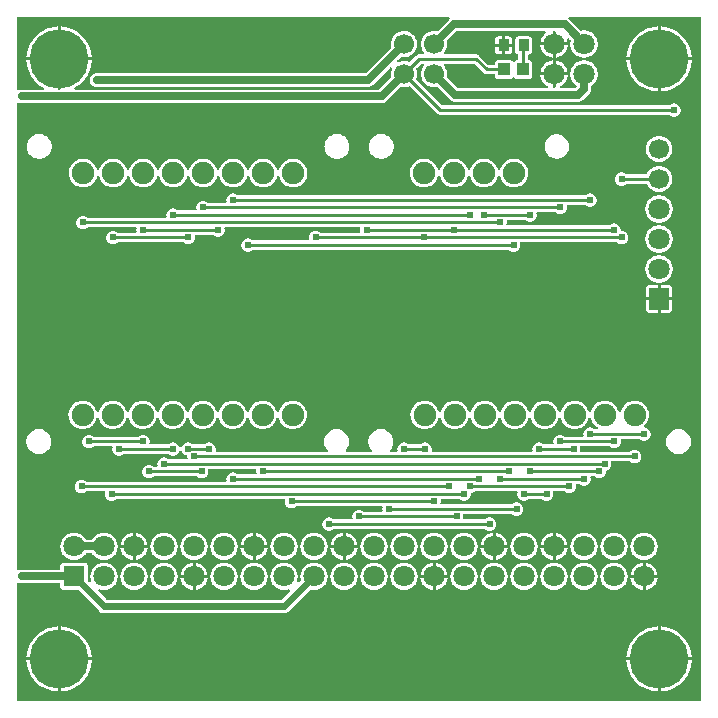
<source format=gtl>
G04 Layer: TopLayer*
G04 EasyEDA v6.5.32, 2023-07-25 15:13:50*
G04 a282f81a537d4805a8fc574f192bbdcb,5a6b42c53f6a479593ecc07194224c93,10*
G04 Gerber Generator version 0.2*
G04 Scale: 100 percent, Rotated: No, Reflected: No *
G04 Dimensions in millimeters *
G04 leading zeros omitted , absolute positions ,4 integer and 5 decimal *
%FSLAX45Y45*%
%MOMM*%

%AMMACRO1*21,1,$1,$2,0,0,$3*%
%ADD10C,0.6350*%
%ADD11C,0.2540*%
%ADD12C,0.6250*%
%ADD13R,0.8999X1.0000*%
%ADD14R,1.0000X1.1000*%
%ADD15C,1.8000*%
%ADD16R,1.8000X1.8000*%
%ADD17MACRO1,1.8X1.7X-90.0000*%
%ADD18C,5.0000*%
%ADD19C,1.9000*%
%ADD20C,1.7000*%
%ADD21C,0.6096*%
%ADD22C,0.0130*%

%LPD*%
G36*
X36220Y5195112D02*
G01*
X32308Y5195824D01*
X28956Y5198008D01*
X26720Y5201361D01*
X25908Y5205272D01*
X25908Y5805932D01*
X26670Y5809843D01*
X28905Y5813094D01*
X32156Y5815330D01*
X36068Y5816092D01*
X3678682Y5816092D01*
X3682644Y5815279D01*
X3685997Y5812942D01*
X3688181Y5809538D01*
X3688842Y5805525D01*
X3687826Y5801563D01*
X3685387Y5798312D01*
X3680104Y5793638D01*
X3585972Y5699556D01*
X3583228Y5697575D01*
X3579926Y5696610D01*
X3576574Y5696813D01*
X3573678Y5697474D01*
X3559556Y5698845D01*
X3545332Y5698388D01*
X3531311Y5696102D01*
X3517696Y5692038D01*
X3504692Y5686298D01*
X3492550Y5678932D01*
X3481425Y5670092D01*
X3471570Y5659882D01*
X3463086Y5648502D01*
X3456076Y5636107D01*
X3450742Y5622950D01*
X3447135Y5609183D01*
X3445357Y5595112D01*
X3445357Y5580888D01*
X3447135Y5566816D01*
X3450742Y5553049D01*
X3456076Y5539892D01*
X3463086Y5527497D01*
X3471773Y5515864D01*
X3473602Y5511749D01*
X3473500Y5507329D01*
X3471468Y5503316D01*
X3467963Y5500573D01*
X3463645Y5499608D01*
X3429508Y5499608D01*
X3421481Y5498795D01*
X3414268Y5496610D01*
X3407562Y5493054D01*
X3401364Y5487924D01*
X3352901Y5439460D01*
X3349701Y5437327D01*
X3345942Y5436514D01*
X3342182Y5437124D01*
X3333546Y5440324D01*
X3319678Y5443474D01*
X3305556Y5444845D01*
X3291332Y5444388D01*
X3277311Y5442102D01*
X3263696Y5438038D01*
X3259531Y5436209D01*
X3255619Y5435346D01*
X3251708Y5436057D01*
X3248355Y5438241D01*
X3246069Y5441543D01*
X3245256Y5445455D01*
X3246018Y5449366D01*
X3248253Y5452668D01*
X3272028Y5476494D01*
X3274618Y5478373D01*
X3277615Y5479338D01*
X3280816Y5479338D01*
X3291332Y5477611D01*
X3305556Y5477154D01*
X3319678Y5478526D01*
X3333546Y5481675D01*
X3346907Y5486603D01*
X3359505Y5493156D01*
X3371138Y5501284D01*
X3381654Y5510834D01*
X3390849Y5521655D01*
X3398621Y5533593D01*
X3404768Y5546394D01*
X3409238Y5559856D01*
X3411982Y5573826D01*
X3412896Y5588000D01*
X3411982Y5602173D01*
X3409238Y5616143D01*
X3404768Y5629605D01*
X3398621Y5642406D01*
X3390849Y5654344D01*
X3381654Y5665165D01*
X3371138Y5674715D01*
X3359505Y5682843D01*
X3346907Y5689396D01*
X3333546Y5694324D01*
X3319678Y5697474D01*
X3305556Y5698845D01*
X3291332Y5698388D01*
X3277311Y5696102D01*
X3263696Y5692038D01*
X3250692Y5686298D01*
X3238550Y5678932D01*
X3227425Y5670092D01*
X3217570Y5659882D01*
X3209086Y5648502D01*
X3202076Y5636107D01*
X3196742Y5622950D01*
X3193135Y5609183D01*
X3191357Y5595112D01*
X3191357Y5580888D01*
X3193237Y5566359D01*
X3193135Y5563260D01*
X3192170Y5560364D01*
X3190341Y5557875D01*
X2976270Y5343855D01*
X2973019Y5341620D01*
X2969107Y5340858D01*
X698906Y5340858D01*
X689000Y5340045D01*
X679805Y5337708D01*
X671068Y5333898D01*
X663092Y5328666D01*
X656082Y5322214D01*
X650240Y5314696D01*
X645718Y5306364D01*
X642620Y5297322D01*
X641096Y5287975D01*
X641096Y5278424D01*
X642620Y5269077D01*
X645718Y5260035D01*
X650240Y5251704D01*
X656082Y5244185D01*
X663092Y5237734D01*
X671068Y5232501D01*
X679805Y5228691D01*
X689000Y5226354D01*
X698906Y5225542D01*
X2996793Y5225542D01*
X3006699Y5226354D01*
X3015894Y5228691D01*
X3024632Y5232501D01*
X3032658Y5237784D01*
X3038195Y5242661D01*
X3183331Y5387797D01*
X3186633Y5389981D01*
X3190494Y5390794D01*
X3194405Y5390032D01*
X3197656Y5387848D01*
X3199892Y5384546D01*
X3200704Y5380685D01*
X3199942Y5376824D01*
X3196742Y5368950D01*
X3193135Y5355183D01*
X3191357Y5341112D01*
X3191357Y5326888D01*
X3193237Y5312359D01*
X3193135Y5309260D01*
X3192170Y5306364D01*
X3190341Y5303875D01*
X3090570Y5204155D01*
X3087319Y5201920D01*
X3083407Y5201158D01*
X520141Y5201158D01*
X515874Y5202123D01*
X512368Y5204764D01*
X510336Y5208676D01*
X510184Y5213096D01*
X511860Y5217160D01*
X515061Y5220106D01*
X528828Y5228031D01*
X547827Y5241239D01*
X565607Y5255971D01*
X582117Y5272125D01*
X597204Y5289600D01*
X610819Y5308295D01*
X622757Y5328107D01*
X633018Y5348782D01*
X641553Y5370271D01*
X648208Y5392369D01*
X653034Y5414975D01*
X655929Y5437936D01*
X656336Y5448300D01*
X393700Y5448300D01*
X393700Y5211318D01*
X392938Y5207406D01*
X390702Y5204155D01*
X387400Y5201920D01*
X383540Y5201158D01*
X378460Y5201158D01*
X374548Y5201920D01*
X371246Y5204155D01*
X369062Y5207406D01*
X368300Y5211318D01*
X368300Y5448300D01*
X105410Y5448300D01*
X107289Y5426405D01*
X111150Y5403646D01*
X116890Y5381244D01*
X124460Y5359450D01*
X133858Y5338318D01*
X144983Y5318099D01*
X157784Y5298846D01*
X172161Y5280710D01*
X187960Y5263896D01*
X205130Y5248402D01*
X223520Y5234432D01*
X243027Y5222087D01*
X246379Y5220309D01*
X249783Y5217414D01*
X251612Y5213350D01*
X251561Y5208879D01*
X249529Y5204917D01*
X246024Y5202123D01*
X241655Y5201158D01*
X63906Y5201158D01*
X54000Y5200345D01*
X44805Y5198008D01*
X40132Y5195976D01*
G37*

%LPC*%
G36*
X393700Y5473700D02*
G01*
X656336Y5473700D01*
X655929Y5484063D01*
X653034Y5507024D01*
X648208Y5529630D01*
X641553Y5551728D01*
X633018Y5573217D01*
X622757Y5593892D01*
X610819Y5613704D01*
X597204Y5632348D01*
X582117Y5649874D01*
X565607Y5666028D01*
X547827Y5680760D01*
X528828Y5693968D01*
X508812Y5705500D01*
X487934Y5715355D01*
X466242Y5723382D01*
X443992Y5729630D01*
X421284Y5733948D01*
X398322Y5736336D01*
X393700Y5736437D01*
G37*
G36*
X105410Y5473700D02*
G01*
X368300Y5473700D01*
X368300Y5736386D01*
X352145Y5735370D01*
X329285Y5732018D01*
X306781Y5726734D01*
X284835Y5719572D01*
X263499Y5710631D01*
X243027Y5699912D01*
X223520Y5687568D01*
X205130Y5673598D01*
X187960Y5658104D01*
X172161Y5641289D01*
X157784Y5623153D01*
X144983Y5603900D01*
X133858Y5583682D01*
X124460Y5562549D01*
X116890Y5540756D01*
X111150Y5518353D01*
X107289Y5495594D01*
G37*

%LPD*%
G36*
X5805932Y25908D02*
G01*
X36068Y26416D01*
X32156Y27178D01*
X28905Y29413D01*
X26670Y32664D01*
X25908Y36576D01*
X25908Y1017727D01*
X26720Y1021638D01*
X28956Y1024991D01*
X32308Y1027176D01*
X36220Y1027887D01*
X40132Y1027023D01*
X44805Y1024991D01*
X54000Y1022654D01*
X63906Y1021842D01*
X381914Y1021842D01*
X385826Y1021080D01*
X389128Y1018844D01*
X391312Y1015593D01*
X392074Y1011682D01*
X392074Y990041D01*
X392785Y983742D01*
X394716Y978255D01*
X397814Y973378D01*
X401878Y969264D01*
X406806Y966216D01*
X412242Y964285D01*
X418592Y963574D01*
X538886Y963574D01*
X542747Y962812D01*
X546049Y960628D01*
X721309Y785368D01*
X728827Y779018D01*
X736904Y774192D01*
X745693Y770737D01*
X755040Y768807D01*
X762304Y768350D01*
X2285593Y768350D01*
X2295398Y769162D01*
X2304542Y771448D01*
X2313178Y775258D01*
X2321153Y780491D01*
X2326640Y785317D01*
X2505202Y963879D01*
X2507843Y965758D01*
X2510993Y966724D01*
X2514295Y966673D01*
X2525471Y964539D01*
X2540000Y963625D01*
X2554528Y964539D01*
X2568803Y967232D01*
X2582672Y971753D01*
X2595829Y977950D01*
X2608122Y985723D01*
X2619349Y995019D01*
X2629306Y1005636D01*
X2637840Y1017371D01*
X2644851Y1030173D01*
X2650236Y1043686D01*
X2653842Y1057757D01*
X2655671Y1072235D01*
X2655671Y1086764D01*
X2653842Y1101191D01*
X2650236Y1115314D01*
X2644851Y1128826D01*
X2637840Y1141577D01*
X2629306Y1153363D01*
X2619349Y1163980D01*
X2608122Y1173226D01*
X2595829Y1181049D01*
X2582672Y1187246D01*
X2568803Y1191717D01*
X2554528Y1194460D01*
X2540000Y1195374D01*
X2525471Y1194460D01*
X2511196Y1191717D01*
X2497328Y1187246D01*
X2484170Y1181049D01*
X2471877Y1173226D01*
X2460650Y1163980D01*
X2450693Y1153363D01*
X2442159Y1141577D01*
X2435148Y1128826D01*
X2429814Y1115314D01*
X2426157Y1101191D01*
X2424328Y1086764D01*
X2424328Y1072235D01*
X2426157Y1057757D01*
X2427020Y1054404D01*
X2427325Y1050950D01*
X2426360Y1047546D01*
X2424379Y1044702D01*
X2413101Y1033424D01*
X2409393Y1031087D01*
X2405075Y1030528D01*
X2400909Y1031798D01*
X2397658Y1034745D01*
X2395931Y1038758D01*
X2396083Y1043178D01*
X2399842Y1057757D01*
X2401671Y1072235D01*
X2401671Y1086764D01*
X2399842Y1101191D01*
X2396236Y1115314D01*
X2390851Y1128826D01*
X2383840Y1141577D01*
X2375306Y1153363D01*
X2365349Y1163980D01*
X2354122Y1173226D01*
X2341829Y1181049D01*
X2328672Y1187246D01*
X2314803Y1191717D01*
X2300528Y1194460D01*
X2286000Y1195374D01*
X2271471Y1194460D01*
X2257196Y1191717D01*
X2243328Y1187246D01*
X2230170Y1181049D01*
X2217877Y1173226D01*
X2206650Y1163980D01*
X2196693Y1153363D01*
X2188159Y1141577D01*
X2181148Y1128826D01*
X2175814Y1115314D01*
X2172157Y1101191D01*
X2170328Y1086764D01*
X2170328Y1072235D01*
X2172157Y1057757D01*
X2175814Y1043686D01*
X2181148Y1030173D01*
X2188159Y1017371D01*
X2196693Y1005636D01*
X2206650Y995019D01*
X2217877Y985723D01*
X2230170Y977950D01*
X2243328Y971753D01*
X2257196Y967232D01*
X2271471Y964539D01*
X2286000Y963625D01*
X2300528Y964539D01*
X2314803Y967232D01*
X2322118Y969619D01*
X2326589Y970026D01*
X2330805Y968451D01*
X2333904Y965250D01*
X2335326Y961034D01*
X2334818Y956564D01*
X2332431Y952753D01*
X2265324Y885647D01*
X2262022Y883412D01*
X2258110Y882650D01*
X789889Y882650D01*
X785977Y883412D01*
X782675Y885647D01*
X715568Y952753D01*
X713181Y956564D01*
X712622Y961034D01*
X714095Y965250D01*
X717194Y968451D01*
X721410Y970026D01*
X725881Y969619D01*
X733196Y967232D01*
X747471Y964539D01*
X762000Y963625D01*
X776528Y964539D01*
X790803Y967232D01*
X804672Y971753D01*
X817829Y977950D01*
X830122Y985723D01*
X841349Y995019D01*
X851306Y1005636D01*
X859840Y1017371D01*
X866851Y1030173D01*
X872236Y1043686D01*
X875842Y1057757D01*
X877671Y1072235D01*
X877671Y1086764D01*
X875842Y1101191D01*
X872236Y1115314D01*
X866851Y1128826D01*
X859840Y1141577D01*
X851306Y1153363D01*
X841349Y1163980D01*
X830122Y1173226D01*
X817829Y1181049D01*
X804672Y1187246D01*
X790803Y1191717D01*
X776528Y1194460D01*
X762000Y1195374D01*
X747471Y1194460D01*
X733196Y1191717D01*
X719328Y1187246D01*
X706170Y1181049D01*
X693877Y1173226D01*
X682650Y1163980D01*
X672693Y1153363D01*
X664159Y1141577D01*
X657148Y1128826D01*
X651814Y1115314D01*
X648157Y1101191D01*
X646328Y1086764D01*
X646328Y1072235D01*
X648157Y1057757D01*
X651916Y1043127D01*
X652068Y1038758D01*
X650392Y1034745D01*
X647141Y1031798D01*
X642924Y1030478D01*
X638606Y1031087D01*
X634898Y1033424D01*
X626872Y1041450D01*
X624687Y1044752D01*
X623925Y1048613D01*
X623925Y1168908D01*
X623214Y1175258D01*
X621284Y1180693D01*
X618185Y1185621D01*
X614121Y1189685D01*
X609193Y1192784D01*
X603758Y1194663D01*
X597458Y1195374D01*
X418592Y1195374D01*
X412242Y1194663D01*
X406806Y1192784D01*
X401878Y1189685D01*
X397814Y1185621D01*
X394716Y1180693D01*
X392785Y1175258D01*
X392074Y1168908D01*
X392074Y1147318D01*
X391312Y1143406D01*
X389128Y1140155D01*
X385826Y1137920D01*
X381914Y1137158D01*
X63906Y1137158D01*
X54000Y1136345D01*
X44805Y1134008D01*
X40132Y1131976D01*
X36220Y1131112D01*
X32308Y1131824D01*
X28956Y1134008D01*
X26720Y1137361D01*
X25908Y1141272D01*
X25908Y5081727D01*
X26720Y5085638D01*
X28956Y5088991D01*
X32308Y5091176D01*
X36220Y5091887D01*
X40132Y5091023D01*
X44805Y5088991D01*
X54000Y5086654D01*
X63906Y5085842D01*
X3111093Y5085842D01*
X3120999Y5086654D01*
X3130194Y5088991D01*
X3138932Y5092801D01*
X3146958Y5098084D01*
X3152495Y5102961D01*
X3272028Y5222494D01*
X3274618Y5224373D01*
X3277615Y5225338D01*
X3280816Y5225338D01*
X3291332Y5223611D01*
X3305556Y5223154D01*
X3319678Y5224526D01*
X3333546Y5227675D01*
X3342182Y5230876D01*
X3345942Y5231485D01*
X3349701Y5230672D01*
X3352901Y5228539D01*
X3579164Y5002276D01*
X3585362Y4997145D01*
X3592068Y4993589D01*
X3599281Y4991404D01*
X3607308Y4990592D01*
X5542991Y4990592D01*
X5546902Y4989830D01*
X5550204Y4987594D01*
X5551779Y4986020D01*
X5559806Y4980381D01*
X5568746Y4976266D01*
X5578195Y4973726D01*
X5588000Y4972862D01*
X5597804Y4973726D01*
X5607253Y4976266D01*
X5616194Y4980381D01*
X5624220Y4986020D01*
X5631180Y4992979D01*
X5636818Y5001006D01*
X5640933Y5009946D01*
X5643473Y5019395D01*
X5644337Y5029200D01*
X5643473Y5039004D01*
X5640933Y5048453D01*
X5636818Y5057394D01*
X5631180Y5065420D01*
X5624220Y5072380D01*
X5616194Y5078018D01*
X5607253Y5082133D01*
X5597804Y5084673D01*
X5588000Y5085537D01*
X5578195Y5084673D01*
X5568746Y5082133D01*
X5559806Y5078018D01*
X5551779Y5072380D01*
X5550204Y5070805D01*
X5546902Y5068570D01*
X5542991Y5067808D01*
X3627018Y5067808D01*
X3623106Y5068570D01*
X3619804Y5070805D01*
X3407562Y5282996D01*
X3405479Y5286095D01*
X3404615Y5289702D01*
X3405124Y5293410D01*
X3409238Y5305856D01*
X3411982Y5319826D01*
X3412896Y5334000D01*
X3411982Y5348173D01*
X3409238Y5362143D01*
X3405124Y5374589D01*
X3404615Y5378297D01*
X3405479Y5381904D01*
X3407562Y5385003D01*
X3442004Y5419394D01*
X3445306Y5421630D01*
X3449218Y5422392D01*
X3463645Y5422392D01*
X3467963Y5421426D01*
X3471468Y5418683D01*
X3473500Y5414670D01*
X3473602Y5410250D01*
X3471773Y5406136D01*
X3463086Y5394502D01*
X3456076Y5382107D01*
X3450742Y5368950D01*
X3447135Y5355183D01*
X3445357Y5341112D01*
X3445357Y5326888D01*
X3447135Y5312816D01*
X3450742Y5299049D01*
X3456076Y5285892D01*
X3463086Y5273497D01*
X3471570Y5262118D01*
X3481425Y5251907D01*
X3492550Y5243068D01*
X3504692Y5235702D01*
X3517696Y5229910D01*
X3531311Y5225897D01*
X3545332Y5223611D01*
X3559556Y5223154D01*
X3573678Y5224526D01*
X3576574Y5225186D01*
X3579926Y5225389D01*
X3583228Y5224424D01*
X3585972Y5222443D01*
X3692753Y5115712D01*
X3700322Y5109311D01*
X3708501Y5104434D01*
X3717340Y5100980D01*
X3726789Y5098999D01*
X3734104Y5098542D01*
X4774793Y5098542D01*
X4784699Y5099354D01*
X4793894Y5101691D01*
X4802632Y5105501D01*
X4810658Y5110784D01*
X4816195Y5115661D01*
X4866487Y5165953D01*
X4872888Y5173522D01*
X4877765Y5181701D01*
X4881219Y5190540D01*
X4883200Y5199989D01*
X4883658Y5207304D01*
X4883658Y5227726D01*
X4884166Y5230876D01*
X4885588Y5233720D01*
X4887823Y5235956D01*
X4899863Y5244693D01*
X4910480Y5254650D01*
X4919776Y5265877D01*
X4927549Y5278170D01*
X4933746Y5291328D01*
X4938268Y5305196D01*
X4940960Y5319471D01*
X4941874Y5334000D01*
X4940960Y5348528D01*
X4938268Y5362803D01*
X4933746Y5376672D01*
X4927549Y5389829D01*
X4919776Y5402122D01*
X4910480Y5413349D01*
X4899863Y5423306D01*
X4888077Y5431840D01*
X4875326Y5438851D01*
X4861814Y5444236D01*
X4847691Y5447842D01*
X4833264Y5449671D01*
X4818735Y5449671D01*
X4804308Y5447842D01*
X4790186Y5444236D01*
X4776673Y5438851D01*
X4763922Y5431840D01*
X4752136Y5423306D01*
X4741519Y5413349D01*
X4732223Y5402122D01*
X4724450Y5389829D01*
X4718253Y5376672D01*
X4713732Y5362803D01*
X4711039Y5348528D01*
X4710125Y5334000D01*
X4711039Y5319471D01*
X4713732Y5305196D01*
X4718253Y5291328D01*
X4724450Y5278170D01*
X4732223Y5265877D01*
X4741519Y5254650D01*
X4752136Y5244693D01*
X4759909Y5239054D01*
X4762804Y5235803D01*
X4764074Y5231638D01*
X4763465Y5227320D01*
X4761128Y5223662D01*
X4754270Y5216855D01*
X4751019Y5214620D01*
X4747107Y5213858D01*
X4633112Y5213858D01*
X4628794Y5214823D01*
X4625289Y5217566D01*
X4623257Y5221478D01*
X4623155Y5225897D01*
X4624882Y5230012D01*
X4628235Y5232908D01*
X4634077Y5236159D01*
X4645863Y5244693D01*
X4656480Y5254650D01*
X4665776Y5265877D01*
X4673549Y5278170D01*
X4679746Y5291328D01*
X4684268Y5305196D01*
X4686960Y5319471D01*
X4687112Y5321300D01*
X4584700Y5321300D01*
X4584700Y5224018D01*
X4583938Y5220106D01*
X4581702Y5216855D01*
X4578451Y5214620D01*
X4574540Y5213858D01*
X4569460Y5213858D01*
X4565548Y5214620D01*
X4562297Y5216855D01*
X4560062Y5220106D01*
X4559300Y5224018D01*
X4559300Y5321300D01*
X4456887Y5321300D01*
X4457039Y5319471D01*
X4459732Y5305196D01*
X4464253Y5291328D01*
X4470450Y5278170D01*
X4478223Y5265877D01*
X4487519Y5254650D01*
X4498136Y5244693D01*
X4509922Y5236159D01*
X4515764Y5232908D01*
X4519117Y5230012D01*
X4520844Y5225897D01*
X4520742Y5221478D01*
X4518710Y5217566D01*
X4515205Y5214823D01*
X4510887Y5213858D01*
X3761892Y5213858D01*
X3757980Y5214620D01*
X3754729Y5216855D01*
X3667455Y5304078D01*
X3665575Y5306720D01*
X3664610Y5309920D01*
X3664661Y5313172D01*
X3665982Y5319826D01*
X3666896Y5334000D01*
X3665982Y5348173D01*
X3663238Y5362143D01*
X3658768Y5375605D01*
X3652621Y5388406D01*
X3644849Y5400344D01*
X3640328Y5405628D01*
X3638448Y5408980D01*
X3637940Y5412790D01*
X3638854Y5416499D01*
X3641090Y5419598D01*
X3644290Y5421680D01*
X3648049Y5422392D01*
X3891381Y5422392D01*
X3895293Y5421630D01*
X3898595Y5419394D01*
X3972864Y5345176D01*
X3979062Y5340045D01*
X3985768Y5336489D01*
X3992981Y5334304D01*
X4001008Y5333492D01*
X4063034Y5333492D01*
X4066946Y5332730D01*
X4070197Y5330494D01*
X4072432Y5327243D01*
X4073194Y5323332D01*
X4073194Y5317693D01*
X4073906Y5311343D01*
X4075836Y5305907D01*
X4078884Y5300980D01*
X4082999Y5296916D01*
X4087876Y5293817D01*
X4093362Y5291886D01*
X4099661Y5291175D01*
X4198518Y5291175D01*
X4204868Y5291886D01*
X4210304Y5293817D01*
X4215231Y5296916D01*
X4219295Y5300980D01*
X4220514Y5302859D01*
X4223308Y5305806D01*
X4227068Y5307431D01*
X4231132Y5307431D01*
X4234891Y5305806D01*
X4237685Y5302859D01*
X4238904Y5300980D01*
X4242968Y5296916D01*
X4247896Y5293817D01*
X4253331Y5291886D01*
X4259681Y5291175D01*
X4358538Y5291175D01*
X4364837Y5291886D01*
X4370324Y5293817D01*
X4375200Y5296916D01*
X4379315Y5300980D01*
X4382363Y5305907D01*
X4384294Y5311343D01*
X4385005Y5317693D01*
X4385005Y5426506D01*
X4384294Y5432856D01*
X4382363Y5438292D01*
X4379315Y5443220D01*
X4375200Y5447284D01*
X4370324Y5450382D01*
X4364939Y5452262D01*
X4356862Y5453075D01*
X4353306Y5454091D01*
X4350308Y5456326D01*
X4348378Y5459526D01*
X4347667Y5463184D01*
X4347667Y5489244D01*
X4348378Y5492902D01*
X4350308Y5496052D01*
X4353306Y5498287D01*
X4356862Y5499354D01*
X4364888Y5500116D01*
X4370324Y5501995D01*
X4375200Y5505094D01*
X4379315Y5509158D01*
X4382363Y5514086D01*
X4384294Y5519521D01*
X4385005Y5525871D01*
X4385005Y5624728D01*
X4384294Y5631027D01*
X4382363Y5636514D01*
X4379315Y5641390D01*
X4375200Y5645505D01*
X4370324Y5648604D01*
X4364837Y5650484D01*
X4358538Y5651195D01*
X4269689Y5651195D01*
X4263339Y5650484D01*
X4257903Y5648604D01*
X4252976Y5645505D01*
X4248912Y5641390D01*
X4245813Y5636514D01*
X4243882Y5631027D01*
X4243171Y5624728D01*
X4243171Y5525871D01*
X4243882Y5519521D01*
X4245813Y5514086D01*
X4248912Y5509158D01*
X4252976Y5505094D01*
X4257903Y5501995D01*
X4263694Y5499963D01*
X4267200Y5497830D01*
X4269638Y5494477D01*
X4270451Y5490413D01*
X4270451Y5463184D01*
X4269790Y5459526D01*
X4267860Y5456326D01*
X4264863Y5454091D01*
X4261307Y5453075D01*
X4253280Y5452262D01*
X4247896Y5450382D01*
X4242968Y5447284D01*
X4238904Y5443220D01*
X4237685Y5441340D01*
X4234891Y5438394D01*
X4231132Y5436768D01*
X4227068Y5436768D01*
X4223308Y5438394D01*
X4220514Y5441340D01*
X4219295Y5443220D01*
X4215231Y5447284D01*
X4210304Y5450382D01*
X4204868Y5452313D01*
X4198518Y5453024D01*
X4099661Y5453024D01*
X4093362Y5452313D01*
X4087876Y5450382D01*
X4082999Y5447284D01*
X4078884Y5443220D01*
X4075836Y5438292D01*
X4073906Y5432856D01*
X4073194Y5426506D01*
X4073194Y5420868D01*
X4072432Y5416956D01*
X4070197Y5413705D01*
X4066946Y5411470D01*
X4063034Y5410708D01*
X4020718Y5410708D01*
X4016806Y5411470D01*
X4013504Y5413705D01*
X3939235Y5487924D01*
X3933037Y5493054D01*
X3926332Y5496610D01*
X3919118Y5498795D01*
X3911092Y5499608D01*
X3648049Y5499608D01*
X3644290Y5500319D01*
X3641090Y5502402D01*
X3638854Y5505500D01*
X3637940Y5509209D01*
X3638448Y5513019D01*
X3640328Y5516372D01*
X3644849Y5521655D01*
X3652621Y5533593D01*
X3658768Y5546394D01*
X3663238Y5559856D01*
X3665982Y5573826D01*
X3666896Y5588000D01*
X3665982Y5602173D01*
X3664661Y5608828D01*
X3664610Y5612079D01*
X3665575Y5615279D01*
X3667455Y5617921D01*
X3742029Y5692444D01*
X3745280Y5694680D01*
X3749192Y5695442D01*
X4491837Y5695442D01*
X4495800Y5694629D01*
X4499102Y5692394D01*
X4501286Y5688990D01*
X4501997Y5685078D01*
X4501134Y5681116D01*
X4498797Y5677865D01*
X4487519Y5667298D01*
X4478223Y5656122D01*
X4470450Y5643829D01*
X4464253Y5630672D01*
X4459732Y5616803D01*
X4457039Y5602528D01*
X4456887Y5600700D01*
X4559300Y5600700D01*
X4559300Y5685282D01*
X4560062Y5689193D01*
X4562297Y5692444D01*
X4565548Y5694680D01*
X4569460Y5695442D01*
X4574540Y5695442D01*
X4578451Y5694680D01*
X4581702Y5692444D01*
X4583938Y5689193D01*
X4584700Y5685282D01*
X4584700Y5600700D01*
X4687112Y5600700D01*
X4686960Y5602528D01*
X4684268Y5616803D01*
X4682236Y5623052D01*
X4681829Y5627522D01*
X4683353Y5631738D01*
X4686554Y5634888D01*
X4690821Y5636310D01*
X4695291Y5635802D01*
X4699050Y5633415D01*
X4710226Y5622188D01*
X4712157Y5619546D01*
X4713122Y5616397D01*
X4713071Y5613095D01*
X4711039Y5602528D01*
X4710125Y5588000D01*
X4711039Y5573471D01*
X4713732Y5559196D01*
X4718253Y5545328D01*
X4724450Y5532170D01*
X4732223Y5519877D01*
X4741519Y5508650D01*
X4752136Y5498693D01*
X4763922Y5490159D01*
X4776673Y5483148D01*
X4790186Y5477764D01*
X4804308Y5474157D01*
X4818735Y5472328D01*
X4833264Y5472328D01*
X4847691Y5474157D01*
X4861814Y5477764D01*
X4875326Y5483148D01*
X4888077Y5490159D01*
X4899863Y5498693D01*
X4910480Y5508650D01*
X4919776Y5519877D01*
X4927549Y5532170D01*
X4933746Y5545328D01*
X4938268Y5559196D01*
X4940960Y5573471D01*
X4941874Y5588000D01*
X4940960Y5602528D01*
X4938268Y5616803D01*
X4933746Y5630672D01*
X4927549Y5643829D01*
X4919776Y5656122D01*
X4910480Y5667349D01*
X4899863Y5677306D01*
X4888077Y5685840D01*
X4875326Y5692851D01*
X4861814Y5698236D01*
X4847691Y5701842D01*
X4833264Y5703671D01*
X4818735Y5703671D01*
X4804308Y5701842D01*
X4801463Y5701131D01*
X4798009Y5700826D01*
X4794605Y5701741D01*
X4791760Y5703773D01*
X4701946Y5793587D01*
X4696510Y5798159D01*
X4694021Y5801410D01*
X4692954Y5805373D01*
X4693564Y5809437D01*
X4695698Y5812891D01*
X4699101Y5815279D01*
X4703114Y5816092D01*
X5805932Y5816092D01*
X5809843Y5815330D01*
X5813094Y5813094D01*
X5815330Y5809843D01*
X5816092Y5805932D01*
X5816092Y36068D01*
X5815330Y32207D01*
X5813094Y28905D01*
X5809843Y26670D01*
G37*

%LPC*%
G36*
X573481Y2326843D02*
G01*
X588365Y2326843D01*
X603148Y2328672D01*
X617575Y2332278D01*
X631444Y2337663D01*
X644550Y2344724D01*
X656691Y2353310D01*
X667715Y2363317D01*
X677418Y2374646D01*
X685596Y2387041D01*
X692251Y2400350D01*
X697179Y2414422D01*
X697992Y2418080D01*
X699566Y2421636D01*
X702360Y2424379D01*
X705967Y2425852D01*
X709879Y2425852D01*
X713486Y2424379D01*
X716280Y2421636D01*
X717854Y2418080D01*
X718667Y2414422D01*
X723595Y2400350D01*
X730250Y2387041D01*
X738428Y2374646D01*
X748131Y2363317D01*
X759155Y2353310D01*
X771296Y2344724D01*
X784402Y2337663D01*
X798271Y2332278D01*
X812698Y2328672D01*
X827481Y2326843D01*
X842365Y2326843D01*
X857148Y2328672D01*
X871575Y2332278D01*
X885444Y2337663D01*
X898550Y2344724D01*
X910691Y2353310D01*
X921715Y2363317D01*
X931418Y2374646D01*
X939596Y2387041D01*
X946251Y2400350D01*
X951179Y2414422D01*
X951992Y2418080D01*
X953566Y2421636D01*
X956360Y2424379D01*
X959967Y2425852D01*
X963879Y2425852D01*
X967486Y2424379D01*
X970280Y2421636D01*
X971854Y2418080D01*
X972667Y2414422D01*
X977595Y2400350D01*
X984250Y2387041D01*
X992428Y2374646D01*
X1002131Y2363317D01*
X1013155Y2353310D01*
X1025296Y2344724D01*
X1038402Y2337663D01*
X1052271Y2332278D01*
X1066698Y2328672D01*
X1081481Y2326843D01*
X1096365Y2326843D01*
X1111148Y2328672D01*
X1125575Y2332278D01*
X1139444Y2337663D01*
X1152550Y2344724D01*
X1164691Y2353310D01*
X1175715Y2363317D01*
X1185418Y2374646D01*
X1193596Y2387041D01*
X1200251Y2400350D01*
X1205179Y2414422D01*
X1205992Y2418080D01*
X1207566Y2421636D01*
X1210360Y2424379D01*
X1213967Y2425852D01*
X1217879Y2425852D01*
X1221486Y2424379D01*
X1224280Y2421636D01*
X1225854Y2418080D01*
X1226667Y2414422D01*
X1231595Y2400350D01*
X1238250Y2387041D01*
X1246428Y2374646D01*
X1256131Y2363317D01*
X1267155Y2353310D01*
X1279296Y2344724D01*
X1292402Y2337663D01*
X1306271Y2332278D01*
X1320698Y2328672D01*
X1335481Y2326843D01*
X1350365Y2326843D01*
X1365148Y2328672D01*
X1379575Y2332278D01*
X1393444Y2337663D01*
X1406550Y2344724D01*
X1418691Y2353310D01*
X1429715Y2363317D01*
X1439418Y2374646D01*
X1447596Y2387041D01*
X1454251Y2400350D01*
X1459179Y2414422D01*
X1459992Y2418080D01*
X1461566Y2421636D01*
X1464360Y2424379D01*
X1467967Y2425852D01*
X1471879Y2425852D01*
X1475486Y2424379D01*
X1478280Y2421636D01*
X1479854Y2418080D01*
X1480667Y2414422D01*
X1485595Y2400350D01*
X1492250Y2387041D01*
X1500428Y2374646D01*
X1510131Y2363317D01*
X1521155Y2353310D01*
X1533296Y2344724D01*
X1546402Y2337663D01*
X1560271Y2332278D01*
X1574698Y2328672D01*
X1589481Y2326843D01*
X1604365Y2326843D01*
X1619148Y2328672D01*
X1633575Y2332278D01*
X1647443Y2337663D01*
X1660550Y2344724D01*
X1672691Y2353310D01*
X1683715Y2363317D01*
X1693418Y2374646D01*
X1701596Y2387041D01*
X1708251Y2400350D01*
X1713179Y2414422D01*
X1713992Y2418080D01*
X1715566Y2421636D01*
X1718360Y2424379D01*
X1721967Y2425852D01*
X1725879Y2425852D01*
X1729486Y2424379D01*
X1732280Y2421636D01*
X1733854Y2418080D01*
X1734667Y2414422D01*
X1739595Y2400350D01*
X1746250Y2387041D01*
X1754428Y2374646D01*
X1764131Y2363317D01*
X1775155Y2353310D01*
X1787296Y2344724D01*
X1800402Y2337663D01*
X1814271Y2332278D01*
X1828698Y2328672D01*
X1843481Y2326843D01*
X1858365Y2326843D01*
X1873148Y2328672D01*
X1887575Y2332278D01*
X1901443Y2337663D01*
X1914550Y2344724D01*
X1926691Y2353310D01*
X1937715Y2363317D01*
X1947418Y2374646D01*
X1955596Y2387041D01*
X1962251Y2400350D01*
X1967179Y2414422D01*
X1967992Y2418080D01*
X1969566Y2421636D01*
X1972360Y2424379D01*
X1975967Y2425852D01*
X1979879Y2425852D01*
X1983486Y2424379D01*
X1986280Y2421636D01*
X1987854Y2418080D01*
X1988667Y2414422D01*
X1993595Y2400350D01*
X2000250Y2387041D01*
X2008428Y2374646D01*
X2018131Y2363317D01*
X2029155Y2353310D01*
X2041296Y2344724D01*
X2054402Y2337663D01*
X2068271Y2332278D01*
X2082698Y2328672D01*
X2097481Y2326843D01*
X2112365Y2326843D01*
X2127148Y2328672D01*
X2141575Y2332278D01*
X2155444Y2337663D01*
X2168550Y2344724D01*
X2180691Y2353310D01*
X2191715Y2363317D01*
X2201418Y2374646D01*
X2209596Y2387041D01*
X2216251Y2400350D01*
X2221179Y2414422D01*
X2221992Y2418080D01*
X2223566Y2421636D01*
X2226360Y2424379D01*
X2229967Y2425852D01*
X2233879Y2425852D01*
X2237486Y2424379D01*
X2240280Y2421636D01*
X2241854Y2418080D01*
X2242667Y2414422D01*
X2247595Y2400350D01*
X2254250Y2387041D01*
X2262428Y2374646D01*
X2272131Y2363317D01*
X2283155Y2353310D01*
X2295296Y2344724D01*
X2308402Y2337663D01*
X2322271Y2332278D01*
X2336698Y2328672D01*
X2351481Y2326843D01*
X2366365Y2326843D01*
X2381148Y2328672D01*
X2395575Y2332278D01*
X2409444Y2337663D01*
X2422550Y2344724D01*
X2434691Y2353310D01*
X2445715Y2363317D01*
X2455418Y2374646D01*
X2463596Y2387041D01*
X2470251Y2400350D01*
X2475179Y2414422D01*
X2478379Y2428951D01*
X2479751Y2443784D01*
X2479294Y2458669D01*
X2477008Y2473350D01*
X2472944Y2487676D01*
X2467152Y2501392D01*
X2459685Y2514244D01*
X2450744Y2526131D01*
X2440381Y2536850D01*
X2428748Y2546146D01*
X2416098Y2554020D01*
X2402586Y2560218D01*
X2388412Y2564739D01*
X2373782Y2567482D01*
X2358948Y2568397D01*
X2344064Y2567482D01*
X2329434Y2564739D01*
X2315260Y2560218D01*
X2301748Y2554020D01*
X2289098Y2546146D01*
X2277465Y2536850D01*
X2267102Y2526131D01*
X2258161Y2514244D01*
X2250694Y2501392D01*
X2244902Y2487676D01*
X2241702Y2476398D01*
X2239619Y2472537D01*
X2236165Y2469946D01*
X2231948Y2468981D01*
X2227681Y2469946D01*
X2224227Y2472537D01*
X2222144Y2476398D01*
X2218944Y2487676D01*
X2213152Y2501392D01*
X2205685Y2514244D01*
X2196744Y2526131D01*
X2186381Y2536850D01*
X2174748Y2546146D01*
X2162098Y2554020D01*
X2148586Y2560218D01*
X2134412Y2564739D01*
X2119782Y2567482D01*
X2104948Y2568397D01*
X2090064Y2567482D01*
X2075434Y2564739D01*
X2061260Y2560218D01*
X2047748Y2554020D01*
X2035098Y2546146D01*
X2023465Y2536850D01*
X2013102Y2526131D01*
X2004161Y2514244D01*
X1996693Y2501392D01*
X1990902Y2487676D01*
X1987702Y2476398D01*
X1985619Y2472537D01*
X1982165Y2469946D01*
X1977948Y2468981D01*
X1973681Y2469946D01*
X1970227Y2472537D01*
X1968144Y2476398D01*
X1964943Y2487676D01*
X1959152Y2501392D01*
X1951685Y2514244D01*
X1942744Y2526131D01*
X1932381Y2536850D01*
X1920748Y2546146D01*
X1908098Y2554020D01*
X1894586Y2560218D01*
X1880412Y2564739D01*
X1865782Y2567482D01*
X1850948Y2568397D01*
X1836064Y2567482D01*
X1821434Y2564739D01*
X1807260Y2560218D01*
X1793748Y2554020D01*
X1781098Y2546146D01*
X1769465Y2536850D01*
X1759102Y2526131D01*
X1750161Y2514244D01*
X1742693Y2501392D01*
X1736902Y2487676D01*
X1733702Y2476398D01*
X1731619Y2472537D01*
X1728165Y2469946D01*
X1723948Y2468981D01*
X1719681Y2469946D01*
X1716227Y2472537D01*
X1714144Y2476398D01*
X1710943Y2487676D01*
X1705152Y2501392D01*
X1697685Y2514244D01*
X1688744Y2526131D01*
X1678381Y2536850D01*
X1666748Y2546146D01*
X1654098Y2554020D01*
X1640586Y2560218D01*
X1626412Y2564739D01*
X1611782Y2567482D01*
X1596948Y2568397D01*
X1582064Y2567482D01*
X1567434Y2564739D01*
X1553260Y2560218D01*
X1539748Y2554020D01*
X1527098Y2546146D01*
X1515465Y2536850D01*
X1505102Y2526131D01*
X1496161Y2514244D01*
X1488694Y2501392D01*
X1482902Y2487676D01*
X1479702Y2476398D01*
X1477619Y2472537D01*
X1474165Y2469946D01*
X1469948Y2468981D01*
X1465681Y2469946D01*
X1462227Y2472537D01*
X1460144Y2476398D01*
X1456944Y2487676D01*
X1451152Y2501392D01*
X1443685Y2514244D01*
X1434744Y2526131D01*
X1424381Y2536850D01*
X1412748Y2546146D01*
X1400098Y2554020D01*
X1386586Y2560218D01*
X1372412Y2564739D01*
X1357782Y2567482D01*
X1342948Y2568397D01*
X1328064Y2567482D01*
X1313434Y2564739D01*
X1299260Y2560218D01*
X1285748Y2554020D01*
X1273098Y2546146D01*
X1261465Y2536850D01*
X1251102Y2526131D01*
X1242161Y2514244D01*
X1234694Y2501392D01*
X1228902Y2487676D01*
X1225702Y2476398D01*
X1223619Y2472537D01*
X1220165Y2469946D01*
X1215948Y2468981D01*
X1211681Y2469946D01*
X1208227Y2472537D01*
X1206144Y2476398D01*
X1202944Y2487676D01*
X1197152Y2501392D01*
X1189685Y2514244D01*
X1180744Y2526131D01*
X1170381Y2536850D01*
X1158748Y2546146D01*
X1146098Y2554020D01*
X1132586Y2560218D01*
X1118412Y2564739D01*
X1103782Y2567482D01*
X1088948Y2568397D01*
X1074064Y2567482D01*
X1059434Y2564739D01*
X1045260Y2560218D01*
X1031748Y2554020D01*
X1019098Y2546146D01*
X1007465Y2536850D01*
X997102Y2526131D01*
X988161Y2514244D01*
X980694Y2501392D01*
X974902Y2487676D01*
X971702Y2476398D01*
X969619Y2472537D01*
X966165Y2469946D01*
X961948Y2468981D01*
X957681Y2469946D01*
X954227Y2472537D01*
X952144Y2476398D01*
X948944Y2487676D01*
X943152Y2501392D01*
X935685Y2514244D01*
X926744Y2526131D01*
X916381Y2536850D01*
X904748Y2546146D01*
X892098Y2554020D01*
X878586Y2560218D01*
X864412Y2564739D01*
X849782Y2567482D01*
X834948Y2568397D01*
X820064Y2567482D01*
X805434Y2564739D01*
X791260Y2560218D01*
X777748Y2554020D01*
X765098Y2546146D01*
X753465Y2536850D01*
X743102Y2526131D01*
X734161Y2514244D01*
X726694Y2501392D01*
X720902Y2487676D01*
X717702Y2476398D01*
X715619Y2472537D01*
X712165Y2469946D01*
X707948Y2468981D01*
X703681Y2469946D01*
X700227Y2472537D01*
X698144Y2476398D01*
X694944Y2487676D01*
X689152Y2501392D01*
X681685Y2514244D01*
X672744Y2526131D01*
X662381Y2536850D01*
X650748Y2546146D01*
X638098Y2554020D01*
X624586Y2560218D01*
X610412Y2564739D01*
X595782Y2567482D01*
X580948Y2568397D01*
X566064Y2567482D01*
X551434Y2564739D01*
X537260Y2560218D01*
X523748Y2554020D01*
X511098Y2546146D01*
X499465Y2536850D01*
X489102Y2526131D01*
X480161Y2514244D01*
X472693Y2501392D01*
X466902Y2487676D01*
X462838Y2473350D01*
X460552Y2458669D01*
X460095Y2443784D01*
X461467Y2428951D01*
X464667Y2414422D01*
X469595Y2400350D01*
X476250Y2387041D01*
X484428Y2374646D01*
X494131Y2363317D01*
X505155Y2353310D01*
X517296Y2344724D01*
X530402Y2337663D01*
X544271Y2332278D01*
X558698Y2328672D01*
G37*
G36*
X393700Y105562D02*
G01*
X398322Y105664D01*
X421284Y108051D01*
X443992Y112369D01*
X466242Y118618D01*
X487934Y126644D01*
X508812Y136499D01*
X528828Y148031D01*
X547827Y161239D01*
X565607Y175971D01*
X582117Y192125D01*
X597204Y209600D01*
X610819Y228295D01*
X622757Y248107D01*
X633018Y268782D01*
X641553Y290271D01*
X648208Y312369D01*
X653034Y334975D01*
X655929Y357936D01*
X656336Y368300D01*
X393700Y368300D01*
G37*
G36*
X5448300Y105613D02*
G01*
X5448300Y368300D01*
X5185410Y368300D01*
X5187289Y346405D01*
X5191150Y323646D01*
X5196890Y301244D01*
X5204460Y279450D01*
X5213858Y258317D01*
X5224983Y238099D01*
X5237784Y218846D01*
X5252161Y200710D01*
X5267960Y183896D01*
X5285130Y168402D01*
X5303520Y154432D01*
X5323027Y142087D01*
X5343499Y131368D01*
X5364835Y122428D01*
X5386781Y115265D01*
X5409285Y109982D01*
X5432145Y106629D01*
G37*
G36*
X368300Y105613D02*
G01*
X368300Y368300D01*
X105410Y368300D01*
X107289Y346405D01*
X111150Y323646D01*
X116890Y301244D01*
X124460Y279450D01*
X133858Y258317D01*
X144983Y238099D01*
X157784Y218846D01*
X172161Y200710D01*
X187960Y183896D01*
X205130Y168402D01*
X223520Y154432D01*
X243027Y142087D01*
X263499Y131368D01*
X284835Y122428D01*
X306781Y115265D01*
X329285Y109982D01*
X352145Y106629D01*
G37*
G36*
X5473700Y393700D02*
G01*
X5736336Y393700D01*
X5735929Y404063D01*
X5733034Y427024D01*
X5728208Y449630D01*
X5721553Y471728D01*
X5713018Y493217D01*
X5702757Y513892D01*
X5690819Y533704D01*
X5677204Y552348D01*
X5662117Y569874D01*
X5645607Y586028D01*
X5627827Y600760D01*
X5608828Y613968D01*
X5588812Y625500D01*
X5567934Y635355D01*
X5546242Y643382D01*
X5523992Y649630D01*
X5501284Y653948D01*
X5478322Y656336D01*
X5473700Y656437D01*
G37*
G36*
X393700Y393700D02*
G01*
X656336Y393700D01*
X655929Y404063D01*
X653034Y427024D01*
X648208Y449630D01*
X641553Y471728D01*
X633018Y493217D01*
X622757Y513892D01*
X610819Y533704D01*
X597204Y552348D01*
X582117Y569874D01*
X565607Y586028D01*
X547827Y600760D01*
X528828Y613968D01*
X508812Y625500D01*
X487934Y635355D01*
X466242Y643382D01*
X443992Y649630D01*
X421284Y653948D01*
X398322Y656336D01*
X393700Y656437D01*
G37*
G36*
X5185410Y393700D02*
G01*
X5448300Y393700D01*
X5448300Y656386D01*
X5432145Y655370D01*
X5409285Y652018D01*
X5386781Y646734D01*
X5364835Y639572D01*
X5343499Y630631D01*
X5323027Y619912D01*
X5303520Y607568D01*
X5285130Y593598D01*
X5267960Y578104D01*
X5252161Y561289D01*
X5237784Y543153D01*
X5224983Y523900D01*
X5213858Y503682D01*
X5204460Y482549D01*
X5196890Y460756D01*
X5191150Y438353D01*
X5187289Y415594D01*
G37*
G36*
X105410Y393700D02*
G01*
X368300Y393700D01*
X368300Y656386D01*
X352145Y655370D01*
X329285Y652018D01*
X306781Y646734D01*
X284835Y639572D01*
X263499Y630631D01*
X243027Y619912D01*
X223520Y607568D01*
X205130Y593598D01*
X187960Y578104D01*
X172161Y561289D01*
X157784Y543153D01*
X144983Y523900D01*
X133858Y503682D01*
X124460Y482549D01*
X116890Y460756D01*
X111150Y438353D01*
X107289Y415594D01*
G37*
G36*
X4156811Y5588000D02*
G01*
X4214977Y5588000D01*
X4214977Y5624728D01*
X4214266Y5631027D01*
X4212386Y5636514D01*
X4209288Y5641390D01*
X4205224Y5645505D01*
X4200296Y5648604D01*
X4194860Y5650484D01*
X4188510Y5651195D01*
X4156811Y5651195D01*
G37*
G36*
X4073194Y5588000D02*
G01*
X4131411Y5588000D01*
X4131411Y5651195D01*
X4099661Y5651195D01*
X4093362Y5650484D01*
X4087876Y5648604D01*
X4082999Y5645505D01*
X4078884Y5641390D01*
X4075785Y5636514D01*
X4073906Y5631027D01*
X4073194Y5624728D01*
G37*
G36*
X1778000Y963625D02*
G01*
X1792528Y964539D01*
X1806803Y967232D01*
X1820672Y971753D01*
X1833829Y977950D01*
X1846122Y985723D01*
X1857349Y995019D01*
X1867306Y1005636D01*
X1875840Y1017371D01*
X1882851Y1030173D01*
X1888236Y1043686D01*
X1891842Y1057757D01*
X1893671Y1072235D01*
X1893671Y1086764D01*
X1891842Y1101191D01*
X1888236Y1115314D01*
X1882851Y1128826D01*
X1875840Y1141577D01*
X1867306Y1153363D01*
X1857349Y1163980D01*
X1846122Y1173226D01*
X1833829Y1181049D01*
X1820672Y1187246D01*
X1806803Y1191717D01*
X1792528Y1194460D01*
X1778000Y1195374D01*
X1763471Y1194460D01*
X1749196Y1191717D01*
X1735328Y1187246D01*
X1722170Y1181049D01*
X1709877Y1173226D01*
X1698650Y1163980D01*
X1688693Y1153363D01*
X1680159Y1141577D01*
X1673148Y1128826D01*
X1667814Y1115314D01*
X1664157Y1101191D01*
X1662328Y1086764D01*
X1662328Y1072235D01*
X1664157Y1057757D01*
X1667814Y1043686D01*
X1673148Y1030173D01*
X1680159Y1017371D01*
X1688693Y1005636D01*
X1698650Y995019D01*
X1709877Y985723D01*
X1722170Y977950D01*
X1735328Y971753D01*
X1749196Y967232D01*
X1763471Y964539D01*
G37*
G36*
X1270000Y963625D02*
G01*
X1284528Y964539D01*
X1298803Y967232D01*
X1312672Y971753D01*
X1325829Y977950D01*
X1338122Y985723D01*
X1349349Y995019D01*
X1359306Y1005636D01*
X1367840Y1017371D01*
X1374851Y1030173D01*
X1380236Y1043686D01*
X1383842Y1057757D01*
X1385671Y1072235D01*
X1385671Y1086764D01*
X1383842Y1101191D01*
X1380236Y1115314D01*
X1374851Y1128826D01*
X1367840Y1141577D01*
X1359306Y1153363D01*
X1349349Y1163980D01*
X1338122Y1173226D01*
X1325829Y1181049D01*
X1312672Y1187246D01*
X1298803Y1191717D01*
X1284528Y1194460D01*
X1270000Y1195374D01*
X1255471Y1194460D01*
X1241196Y1191717D01*
X1227328Y1187246D01*
X1214170Y1181049D01*
X1201877Y1173226D01*
X1190650Y1163980D01*
X1180693Y1153363D01*
X1172159Y1141577D01*
X1165148Y1128826D01*
X1159814Y1115314D01*
X1156157Y1101191D01*
X1154328Y1086764D01*
X1154328Y1072235D01*
X1156157Y1057757D01*
X1159814Y1043686D01*
X1165148Y1030173D01*
X1172159Y1017371D01*
X1180693Y1005636D01*
X1190650Y995019D01*
X1201877Y985723D01*
X1214170Y977950D01*
X1227328Y971753D01*
X1241196Y967232D01*
X1255471Y964539D01*
G37*
G36*
X1016000Y963625D02*
G01*
X1030528Y964539D01*
X1044803Y967232D01*
X1058672Y971753D01*
X1071829Y977950D01*
X1084122Y985723D01*
X1095349Y995019D01*
X1105306Y1005636D01*
X1113840Y1017371D01*
X1120851Y1030173D01*
X1126236Y1043686D01*
X1129842Y1057757D01*
X1131671Y1072235D01*
X1131671Y1086764D01*
X1129842Y1101191D01*
X1126236Y1115314D01*
X1120851Y1128826D01*
X1113840Y1141577D01*
X1105306Y1153363D01*
X1095349Y1163980D01*
X1084122Y1173226D01*
X1071829Y1181049D01*
X1058672Y1187246D01*
X1044803Y1191717D01*
X1030528Y1194460D01*
X1016000Y1195374D01*
X1001471Y1194460D01*
X987196Y1191717D01*
X973328Y1187246D01*
X960170Y1181049D01*
X947877Y1173226D01*
X936650Y1163980D01*
X926693Y1153363D01*
X918159Y1141577D01*
X911148Y1128826D01*
X905814Y1115314D01*
X902157Y1101191D01*
X900328Y1086764D01*
X900328Y1072235D01*
X902157Y1057757D01*
X905814Y1043686D01*
X911148Y1030173D01*
X918159Y1017371D01*
X926693Y1005636D01*
X936650Y995019D01*
X947877Y985723D01*
X960170Y977950D01*
X973328Y971753D01*
X987196Y967232D01*
X1001471Y964539D01*
G37*
G36*
X2032000Y963625D02*
G01*
X2046528Y964539D01*
X2060803Y967232D01*
X2074672Y971753D01*
X2087829Y977950D01*
X2100122Y985723D01*
X2111349Y995019D01*
X2121306Y1005636D01*
X2129840Y1017371D01*
X2136851Y1030173D01*
X2142236Y1043686D01*
X2145842Y1057757D01*
X2147671Y1072235D01*
X2147671Y1086764D01*
X2145842Y1101191D01*
X2142236Y1115314D01*
X2136851Y1128826D01*
X2129840Y1141577D01*
X2121306Y1153363D01*
X2111349Y1163980D01*
X2100122Y1173226D01*
X2087829Y1181049D01*
X2074672Y1187246D01*
X2060803Y1191717D01*
X2046528Y1194460D01*
X2032000Y1195374D01*
X2017471Y1194460D01*
X2003196Y1191717D01*
X1989328Y1187246D01*
X1976170Y1181049D01*
X1963877Y1173226D01*
X1952650Y1163980D01*
X1942693Y1153363D01*
X1934159Y1141577D01*
X1927148Y1128826D01*
X1921814Y1115314D01*
X1918157Y1101191D01*
X1916328Y1086764D01*
X1916328Y1072235D01*
X1918157Y1057757D01*
X1921814Y1043686D01*
X1927148Y1030173D01*
X1934159Y1017371D01*
X1942693Y1005636D01*
X1952650Y995019D01*
X1963877Y985723D01*
X1976170Y977950D01*
X1989328Y971753D01*
X2003196Y967232D01*
X2017471Y964539D01*
G37*
G36*
X4572000Y963625D02*
G01*
X4586528Y964539D01*
X4600803Y967232D01*
X4614672Y971753D01*
X4627829Y977950D01*
X4640122Y985723D01*
X4651349Y995019D01*
X4661306Y1005636D01*
X4669840Y1017371D01*
X4676851Y1030173D01*
X4682236Y1043686D01*
X4685842Y1057757D01*
X4687671Y1072235D01*
X4687671Y1086764D01*
X4685842Y1101191D01*
X4682236Y1115314D01*
X4676851Y1128826D01*
X4669840Y1141577D01*
X4661306Y1153363D01*
X4651349Y1163980D01*
X4640122Y1173226D01*
X4627829Y1181049D01*
X4614672Y1187246D01*
X4600803Y1191717D01*
X4586528Y1194460D01*
X4572000Y1195374D01*
X4557471Y1194460D01*
X4543196Y1191717D01*
X4529328Y1187246D01*
X4516170Y1181049D01*
X4503877Y1173226D01*
X4492650Y1163980D01*
X4482693Y1153363D01*
X4474159Y1141577D01*
X4467148Y1128826D01*
X4461814Y1115314D01*
X4458157Y1101191D01*
X4456328Y1086764D01*
X4456328Y1072235D01*
X4458157Y1057757D01*
X4461814Y1043686D01*
X4467148Y1030173D01*
X4474159Y1017371D01*
X4482693Y1005636D01*
X4492650Y995019D01*
X4503877Y985723D01*
X4516170Y977950D01*
X4529328Y971753D01*
X4543196Y967232D01*
X4557471Y964539D01*
G37*
G36*
X3302000Y963625D02*
G01*
X3316528Y964539D01*
X3330803Y967232D01*
X3344672Y971753D01*
X3357829Y977950D01*
X3370122Y985723D01*
X3381349Y995019D01*
X3391306Y1005636D01*
X3399840Y1017371D01*
X3406851Y1030173D01*
X3412236Y1043686D01*
X3415842Y1057757D01*
X3417671Y1072235D01*
X3417671Y1086764D01*
X3415842Y1101191D01*
X3412236Y1115314D01*
X3406851Y1128826D01*
X3399840Y1141577D01*
X3391306Y1153363D01*
X3381349Y1163980D01*
X3370122Y1173226D01*
X3357829Y1181049D01*
X3344672Y1187246D01*
X3330803Y1191717D01*
X3316528Y1194460D01*
X3302000Y1195374D01*
X3287471Y1194460D01*
X3273196Y1191717D01*
X3259328Y1187246D01*
X3246170Y1181049D01*
X3233877Y1173226D01*
X3222650Y1163980D01*
X3212693Y1153363D01*
X3204159Y1141577D01*
X3197148Y1128826D01*
X3191814Y1115314D01*
X3188157Y1101191D01*
X3186328Y1086764D01*
X3186328Y1072235D01*
X3188157Y1057757D01*
X3191814Y1043686D01*
X3197148Y1030173D01*
X3204159Y1017371D01*
X3212693Y1005636D01*
X3222650Y995019D01*
X3233877Y985723D01*
X3246170Y977950D01*
X3259328Y971753D01*
X3273196Y967232D01*
X3287471Y964539D01*
G37*
G36*
X3810000Y963625D02*
G01*
X3824528Y964539D01*
X3838803Y967232D01*
X3852672Y971753D01*
X3865829Y977950D01*
X3878122Y985723D01*
X3889349Y995019D01*
X3899306Y1005636D01*
X3907840Y1017371D01*
X3914851Y1030173D01*
X3920236Y1043686D01*
X3923842Y1057757D01*
X3925671Y1072235D01*
X3925671Y1086764D01*
X3923842Y1101191D01*
X3920236Y1115314D01*
X3914851Y1128826D01*
X3907840Y1141577D01*
X3899306Y1153363D01*
X3889349Y1163980D01*
X3878122Y1173226D01*
X3865829Y1181049D01*
X3852672Y1187246D01*
X3838803Y1191717D01*
X3824528Y1194460D01*
X3810000Y1195374D01*
X3795471Y1194460D01*
X3781196Y1191717D01*
X3767328Y1187246D01*
X3754170Y1181049D01*
X3741877Y1173226D01*
X3730650Y1163980D01*
X3720693Y1153363D01*
X3712159Y1141577D01*
X3705148Y1128826D01*
X3699814Y1115314D01*
X3696157Y1101191D01*
X3694328Y1086764D01*
X3694328Y1072235D01*
X3696157Y1057757D01*
X3699814Y1043686D01*
X3705148Y1030173D01*
X3712159Y1017371D01*
X3720693Y1005636D01*
X3730650Y995019D01*
X3741877Y985723D01*
X3754170Y977950D01*
X3767328Y971753D01*
X3781196Y967232D01*
X3795471Y964539D01*
G37*
G36*
X4318000Y963625D02*
G01*
X4332528Y964539D01*
X4346803Y967232D01*
X4360672Y971753D01*
X4373829Y977950D01*
X4386122Y985723D01*
X4397349Y995019D01*
X4407306Y1005636D01*
X4415840Y1017371D01*
X4422851Y1030173D01*
X4428236Y1043686D01*
X4431842Y1057757D01*
X4433671Y1072235D01*
X4433671Y1086764D01*
X4431842Y1101191D01*
X4428236Y1115314D01*
X4422851Y1128826D01*
X4415840Y1141577D01*
X4407306Y1153363D01*
X4397349Y1163980D01*
X4386122Y1173226D01*
X4373829Y1181049D01*
X4360672Y1187246D01*
X4346803Y1191717D01*
X4332528Y1194460D01*
X4318000Y1195374D01*
X4303471Y1194460D01*
X4289196Y1191717D01*
X4275328Y1187246D01*
X4262170Y1181049D01*
X4249877Y1173226D01*
X4238650Y1163980D01*
X4228693Y1153363D01*
X4220159Y1141577D01*
X4213148Y1128826D01*
X4207814Y1115314D01*
X4204157Y1101191D01*
X4202328Y1086764D01*
X4202328Y1072235D01*
X4204157Y1057757D01*
X4207814Y1043686D01*
X4213148Y1030173D01*
X4220159Y1017371D01*
X4228693Y1005636D01*
X4238650Y995019D01*
X4249877Y985723D01*
X4262170Y977950D01*
X4275328Y971753D01*
X4289196Y967232D01*
X4303471Y964539D01*
G37*
G36*
X4064000Y963625D02*
G01*
X4078528Y964539D01*
X4092803Y967232D01*
X4106672Y971753D01*
X4119829Y977950D01*
X4132122Y985723D01*
X4143349Y995019D01*
X4153306Y1005636D01*
X4161840Y1017371D01*
X4168851Y1030173D01*
X4174236Y1043686D01*
X4177842Y1057757D01*
X4179671Y1072235D01*
X4179671Y1086764D01*
X4177842Y1101191D01*
X4174236Y1115314D01*
X4168851Y1128826D01*
X4161840Y1141577D01*
X4153306Y1153363D01*
X4143349Y1163980D01*
X4132122Y1173226D01*
X4119829Y1181049D01*
X4106672Y1187246D01*
X4092803Y1191717D01*
X4078528Y1194460D01*
X4064000Y1195374D01*
X4049471Y1194460D01*
X4035196Y1191717D01*
X4021328Y1187246D01*
X4008170Y1181049D01*
X3995877Y1173226D01*
X3984650Y1163980D01*
X3974693Y1153363D01*
X3966159Y1141577D01*
X3959148Y1128826D01*
X3953814Y1115314D01*
X3950157Y1101191D01*
X3948328Y1086764D01*
X3948328Y1072235D01*
X3950157Y1057757D01*
X3953814Y1043686D01*
X3959148Y1030173D01*
X3966159Y1017371D01*
X3974693Y1005636D01*
X3984650Y995019D01*
X3995877Y985723D01*
X4008170Y977950D01*
X4021328Y971753D01*
X4035196Y967232D01*
X4049471Y964539D01*
G37*
G36*
X5080000Y963625D02*
G01*
X5094528Y964539D01*
X5108803Y967232D01*
X5122672Y971753D01*
X5135829Y977950D01*
X5148122Y985723D01*
X5159349Y995019D01*
X5169306Y1005636D01*
X5177840Y1017371D01*
X5184851Y1030173D01*
X5190236Y1043686D01*
X5193842Y1057757D01*
X5195671Y1072235D01*
X5195671Y1086764D01*
X5193842Y1101191D01*
X5190236Y1115314D01*
X5184851Y1128826D01*
X5177840Y1141577D01*
X5169306Y1153363D01*
X5159349Y1163980D01*
X5148122Y1173226D01*
X5135829Y1181049D01*
X5122672Y1187246D01*
X5108803Y1191717D01*
X5094528Y1194460D01*
X5080000Y1195374D01*
X5065471Y1194460D01*
X5051196Y1191717D01*
X5037328Y1187246D01*
X5024170Y1181049D01*
X5011877Y1173226D01*
X5000650Y1163980D01*
X4990693Y1153363D01*
X4982159Y1141577D01*
X4975148Y1128826D01*
X4969814Y1115314D01*
X4966157Y1101191D01*
X4964328Y1086764D01*
X4964328Y1072235D01*
X4966157Y1057757D01*
X4969814Y1043686D01*
X4975148Y1030173D01*
X4982159Y1017371D01*
X4990693Y1005636D01*
X5000650Y995019D01*
X5011877Y985723D01*
X5024170Y977950D01*
X5037328Y971753D01*
X5051196Y967232D01*
X5065471Y964539D01*
G37*
G36*
X4826000Y963625D02*
G01*
X4840528Y964539D01*
X4854803Y967232D01*
X4868672Y971753D01*
X4881829Y977950D01*
X4894122Y985723D01*
X4905349Y995019D01*
X4915306Y1005636D01*
X4923840Y1017371D01*
X4930851Y1030173D01*
X4936236Y1043686D01*
X4939842Y1057757D01*
X4941671Y1072235D01*
X4941671Y1086764D01*
X4939842Y1101191D01*
X4936236Y1115314D01*
X4930851Y1128826D01*
X4923840Y1141577D01*
X4915306Y1153363D01*
X4905349Y1163980D01*
X4894122Y1173226D01*
X4881829Y1181049D01*
X4868672Y1187246D01*
X4854803Y1191717D01*
X4840528Y1194460D01*
X4826000Y1195374D01*
X4811471Y1194460D01*
X4797196Y1191717D01*
X4783328Y1187246D01*
X4770170Y1181049D01*
X4757877Y1173226D01*
X4746650Y1163980D01*
X4736693Y1153363D01*
X4728159Y1141577D01*
X4721148Y1128826D01*
X4715814Y1115314D01*
X4712157Y1101191D01*
X4710328Y1086764D01*
X4710328Y1072235D01*
X4712157Y1057757D01*
X4715814Y1043686D01*
X4721148Y1030173D01*
X4728159Y1017371D01*
X4736693Y1005636D01*
X4746650Y995019D01*
X4757877Y985723D01*
X4770170Y977950D01*
X4783328Y971753D01*
X4797196Y967232D01*
X4811471Y964539D01*
G37*
G36*
X3048000Y963625D02*
G01*
X3062528Y964539D01*
X3076803Y967232D01*
X3090672Y971753D01*
X3103829Y977950D01*
X3116122Y985723D01*
X3127349Y995019D01*
X3137306Y1005636D01*
X3145840Y1017371D01*
X3152851Y1030173D01*
X3158236Y1043686D01*
X3161842Y1057757D01*
X3163671Y1072235D01*
X3163671Y1086764D01*
X3161842Y1101191D01*
X3158236Y1115314D01*
X3152851Y1128826D01*
X3145840Y1141577D01*
X3137306Y1153363D01*
X3127349Y1163980D01*
X3116122Y1173226D01*
X3103829Y1181049D01*
X3090672Y1187246D01*
X3076803Y1191717D01*
X3062528Y1194460D01*
X3048000Y1195374D01*
X3033471Y1194460D01*
X3019196Y1191717D01*
X3005328Y1187246D01*
X2992170Y1181049D01*
X2979877Y1173226D01*
X2968650Y1163980D01*
X2958693Y1153363D01*
X2950159Y1141577D01*
X2943148Y1128826D01*
X2937814Y1115314D01*
X2934157Y1101191D01*
X2932328Y1086764D01*
X2932328Y1072235D01*
X2934157Y1057757D01*
X2937814Y1043686D01*
X2943148Y1030173D01*
X2950159Y1017371D01*
X2958693Y1005636D01*
X2968650Y995019D01*
X2979877Y985723D01*
X2992170Y977950D01*
X3005328Y971753D01*
X3019196Y967232D01*
X3033471Y964539D01*
G37*
G36*
X2794000Y963625D02*
G01*
X2808528Y964539D01*
X2822803Y967232D01*
X2836672Y971753D01*
X2849829Y977950D01*
X2862122Y985723D01*
X2873349Y995019D01*
X2883306Y1005636D01*
X2891840Y1017371D01*
X2898851Y1030173D01*
X2904236Y1043686D01*
X2907842Y1057757D01*
X2909671Y1072235D01*
X2909671Y1086764D01*
X2907842Y1101191D01*
X2904236Y1115314D01*
X2898851Y1128826D01*
X2891840Y1141577D01*
X2883306Y1153363D01*
X2873349Y1163980D01*
X2862122Y1173226D01*
X2849829Y1181049D01*
X2836672Y1187246D01*
X2822803Y1191717D01*
X2808528Y1194460D01*
X2794000Y1195374D01*
X2779471Y1194460D01*
X2765196Y1191717D01*
X2751328Y1187246D01*
X2738170Y1181049D01*
X2725877Y1173226D01*
X2714650Y1163980D01*
X2704693Y1153363D01*
X2696159Y1141577D01*
X2689148Y1128826D01*
X2683814Y1115314D01*
X2680157Y1101191D01*
X2678328Y1086764D01*
X2678328Y1072235D01*
X2680157Y1057757D01*
X2683814Y1043686D01*
X2689148Y1030173D01*
X2696159Y1017371D01*
X2704693Y1005636D01*
X2714650Y995019D01*
X2725877Y985723D01*
X2738170Y977950D01*
X2751328Y971753D01*
X2765196Y967232D01*
X2779471Y964539D01*
G37*
G36*
X4156811Y5499404D02*
G01*
X4188510Y5499404D01*
X4194860Y5500116D01*
X4200296Y5501995D01*
X4205224Y5505094D01*
X4209288Y5509158D01*
X4212386Y5514086D01*
X4214266Y5519521D01*
X4214977Y5525871D01*
X4214977Y5562600D01*
X4156811Y5562600D01*
G37*
G36*
X4099661Y5499404D02*
G01*
X4131411Y5499404D01*
X4131411Y5562600D01*
X4073194Y5562600D01*
X4073194Y5525871D01*
X4073906Y5519521D01*
X4075785Y5514086D01*
X4078884Y5509158D01*
X4082999Y5505094D01*
X4087876Y5501995D01*
X4093362Y5500116D01*
G37*
G36*
X5185410Y5473700D02*
G01*
X5448300Y5473700D01*
X5448300Y5736386D01*
X5432145Y5735370D01*
X5409285Y5732018D01*
X5386781Y5726734D01*
X5364835Y5719572D01*
X5343499Y5710631D01*
X5323027Y5699912D01*
X5303520Y5687568D01*
X5285130Y5673598D01*
X5267960Y5658104D01*
X5252161Y5641289D01*
X5237784Y5623153D01*
X5224983Y5603900D01*
X5213858Y5583682D01*
X5204460Y5562549D01*
X5196890Y5540756D01*
X5191150Y5518353D01*
X5187289Y5495594D01*
G37*
G36*
X1511300Y964387D02*
G01*
X1511300Y1066800D01*
X1409039Y1066800D01*
X1410157Y1057757D01*
X1413814Y1043686D01*
X1419148Y1030173D01*
X1426159Y1017371D01*
X1434693Y1005636D01*
X1444650Y995019D01*
X1455877Y985723D01*
X1468170Y977950D01*
X1481328Y971753D01*
X1495196Y967232D01*
X1509471Y964539D01*
G37*
G36*
X5321300Y964387D02*
G01*
X5321300Y1066800D01*
X5219039Y1066800D01*
X5220157Y1057757D01*
X5223814Y1043686D01*
X5229148Y1030173D01*
X5236159Y1017371D01*
X5244693Y1005636D01*
X5254650Y995019D01*
X5265877Y985723D01*
X5278170Y977950D01*
X5291328Y971753D01*
X5305196Y967232D01*
X5319471Y964539D01*
G37*
G36*
X3568700Y964387D02*
G01*
X3570528Y964539D01*
X3584803Y967232D01*
X3598672Y971753D01*
X3611829Y977950D01*
X3624122Y985723D01*
X3635349Y995019D01*
X3645306Y1005636D01*
X3653840Y1017371D01*
X3660851Y1030173D01*
X3666236Y1043686D01*
X3669842Y1057757D01*
X3670960Y1066800D01*
X3568700Y1066800D01*
G37*
G36*
X3543300Y964387D02*
G01*
X3543300Y1066800D01*
X3441039Y1066800D01*
X3442157Y1057757D01*
X3445814Y1043686D01*
X3451148Y1030173D01*
X3458159Y1017371D01*
X3466693Y1005636D01*
X3476650Y995019D01*
X3487877Y985723D01*
X3500170Y977950D01*
X3513328Y971753D01*
X3527196Y967232D01*
X3541471Y964539D01*
G37*
G36*
X5346700Y964387D02*
G01*
X5348528Y964539D01*
X5362803Y967232D01*
X5376672Y971753D01*
X5389829Y977950D01*
X5402122Y985723D01*
X5413349Y995019D01*
X5423306Y1005636D01*
X5431840Y1017371D01*
X5438851Y1030173D01*
X5444236Y1043686D01*
X5447842Y1057757D01*
X5448960Y1066800D01*
X5346700Y1066800D01*
G37*
G36*
X1536700Y964387D02*
G01*
X1538528Y964539D01*
X1552803Y967232D01*
X1566672Y971753D01*
X1579829Y977950D01*
X1592122Y985723D01*
X1603349Y995019D01*
X1613306Y1005636D01*
X1621840Y1017371D01*
X1628851Y1030173D01*
X1634236Y1043686D01*
X1637842Y1057757D01*
X1638960Y1066800D01*
X1536700Y1066800D01*
G37*
G36*
X5473700Y5473700D02*
G01*
X5736336Y5473700D01*
X5735929Y5484063D01*
X5733034Y5507024D01*
X5728208Y5529630D01*
X5721553Y5551728D01*
X5713018Y5573217D01*
X5702757Y5593892D01*
X5690819Y5613704D01*
X5677204Y5632348D01*
X5662117Y5649874D01*
X5645607Y5666028D01*
X5627827Y5680760D01*
X5608828Y5693968D01*
X5588812Y5705500D01*
X5567934Y5715355D01*
X5546242Y5723382D01*
X5523992Y5729630D01*
X5501284Y5733948D01*
X5478322Y5736336D01*
X5473700Y5736437D01*
G37*
G36*
X4559300Y5473039D02*
G01*
X4559300Y5575300D01*
X4456887Y5575300D01*
X4457039Y5573471D01*
X4459732Y5559196D01*
X4464253Y5545328D01*
X4470450Y5532170D01*
X4478223Y5519877D01*
X4487519Y5508650D01*
X4498136Y5498693D01*
X4509922Y5490159D01*
X4522673Y5483148D01*
X4536186Y5477764D01*
X4550308Y5474157D01*
G37*
G36*
X1536700Y1092200D02*
G01*
X1638960Y1092200D01*
X1637842Y1101191D01*
X1634236Y1115314D01*
X1628851Y1128826D01*
X1621840Y1141577D01*
X1613306Y1153363D01*
X1603349Y1163980D01*
X1592122Y1173226D01*
X1579829Y1181049D01*
X1566672Y1187246D01*
X1552803Y1191717D01*
X1538528Y1194460D01*
X1536700Y1194562D01*
G37*
G36*
X5219039Y1092200D02*
G01*
X5321300Y1092200D01*
X5321300Y1194562D01*
X5319471Y1194460D01*
X5305196Y1191717D01*
X5291328Y1187246D01*
X5278170Y1181049D01*
X5265877Y1173226D01*
X5254650Y1163980D01*
X5244693Y1153363D01*
X5236159Y1141577D01*
X5229148Y1128826D01*
X5223814Y1115314D01*
X5220157Y1101191D01*
G37*
G36*
X3441039Y1092200D02*
G01*
X3543300Y1092200D01*
X3543300Y1194562D01*
X3541471Y1194460D01*
X3527196Y1191717D01*
X3513328Y1187246D01*
X3500170Y1181049D01*
X3487877Y1173226D01*
X3476650Y1163980D01*
X3466693Y1153363D01*
X3458159Y1141577D01*
X3451148Y1128826D01*
X3445814Y1115314D01*
X3442157Y1101191D01*
G37*
G36*
X3568700Y1092200D02*
G01*
X3670960Y1092200D01*
X3669842Y1101191D01*
X3666236Y1115314D01*
X3660851Y1128826D01*
X3653840Y1141577D01*
X3645306Y1153363D01*
X3635349Y1163980D01*
X3624122Y1173226D01*
X3611829Y1181049D01*
X3598672Y1187246D01*
X3584803Y1191717D01*
X3570528Y1194460D01*
X3568700Y1194562D01*
G37*
G36*
X5346700Y1092200D02*
G01*
X5448960Y1092200D01*
X5447842Y1101191D01*
X5444236Y1115314D01*
X5438851Y1128826D01*
X5431840Y1141577D01*
X5423306Y1153363D01*
X5413349Y1163980D01*
X5402122Y1173226D01*
X5389829Y1181049D01*
X5376672Y1187246D01*
X5362803Y1191717D01*
X5348528Y1194460D01*
X5346700Y1194562D01*
G37*
G36*
X1409039Y1092200D02*
G01*
X1511300Y1092200D01*
X1511300Y1194562D01*
X1509471Y1194460D01*
X1495196Y1191717D01*
X1481328Y1187246D01*
X1468170Y1181049D01*
X1455877Y1173226D01*
X1444650Y1163980D01*
X1434693Y1153363D01*
X1426159Y1141577D01*
X1419148Y1128826D01*
X1413814Y1115314D01*
X1410157Y1101191D01*
G37*
G36*
X4584700Y5473039D02*
G01*
X4593691Y5474157D01*
X4607814Y5477764D01*
X4621326Y5483148D01*
X4634077Y5490159D01*
X4645863Y5498693D01*
X4656480Y5508650D01*
X4665776Y5519877D01*
X4673549Y5532170D01*
X4679746Y5545328D01*
X4684268Y5559196D01*
X4686960Y5573471D01*
X4687112Y5575300D01*
X4584700Y5575300D01*
G37*
G36*
X1778000Y1217625D02*
G01*
X1792528Y1218539D01*
X1806803Y1221232D01*
X1820672Y1225753D01*
X1833829Y1231950D01*
X1846122Y1239723D01*
X1857349Y1249019D01*
X1867306Y1259636D01*
X1875840Y1271371D01*
X1882851Y1284173D01*
X1888236Y1297686D01*
X1891842Y1311757D01*
X1893671Y1326235D01*
X1893671Y1340764D01*
X1891842Y1355191D01*
X1888236Y1369314D01*
X1882851Y1382826D01*
X1875840Y1395577D01*
X1867306Y1407363D01*
X1857349Y1417980D01*
X1846122Y1427226D01*
X1833829Y1435049D01*
X1820672Y1441246D01*
X1806803Y1445717D01*
X1792528Y1448460D01*
X1778000Y1449374D01*
X1763471Y1448460D01*
X1749196Y1445717D01*
X1735328Y1441246D01*
X1722170Y1435049D01*
X1709877Y1427226D01*
X1698650Y1417980D01*
X1688693Y1407363D01*
X1680159Y1395577D01*
X1673148Y1382826D01*
X1667814Y1369314D01*
X1664157Y1355191D01*
X1662328Y1340764D01*
X1662328Y1326235D01*
X1664157Y1311757D01*
X1667814Y1297686D01*
X1673148Y1284173D01*
X1680159Y1271371D01*
X1688693Y1259636D01*
X1698650Y1249019D01*
X1709877Y1239723D01*
X1722170Y1231950D01*
X1735328Y1225753D01*
X1749196Y1221232D01*
X1763471Y1218539D01*
G37*
G36*
X1270000Y1217625D02*
G01*
X1284528Y1218539D01*
X1298803Y1221232D01*
X1312672Y1225753D01*
X1325829Y1231950D01*
X1338122Y1239723D01*
X1349349Y1249019D01*
X1359306Y1259636D01*
X1367840Y1271371D01*
X1374851Y1284173D01*
X1380236Y1297686D01*
X1383842Y1311757D01*
X1385671Y1326235D01*
X1385671Y1340764D01*
X1383842Y1355191D01*
X1380236Y1369314D01*
X1374851Y1382826D01*
X1367840Y1395577D01*
X1359306Y1407363D01*
X1349349Y1417980D01*
X1338122Y1427226D01*
X1325829Y1435049D01*
X1312672Y1441246D01*
X1298803Y1445717D01*
X1284528Y1448460D01*
X1270000Y1449374D01*
X1255471Y1448460D01*
X1241196Y1445717D01*
X1227328Y1441246D01*
X1214170Y1435049D01*
X1201877Y1427226D01*
X1190650Y1417980D01*
X1180693Y1407363D01*
X1172159Y1395577D01*
X1165148Y1382826D01*
X1159814Y1369314D01*
X1156157Y1355191D01*
X1154328Y1340764D01*
X1154328Y1326235D01*
X1156157Y1311757D01*
X1159814Y1297686D01*
X1165148Y1284173D01*
X1172159Y1271371D01*
X1180693Y1259636D01*
X1190650Y1249019D01*
X1201877Y1239723D01*
X1214170Y1231950D01*
X1227328Y1225753D01*
X1241196Y1221232D01*
X1255471Y1218539D01*
G37*
G36*
X1524000Y1217625D02*
G01*
X1538528Y1218539D01*
X1552803Y1221232D01*
X1566672Y1225753D01*
X1579829Y1231950D01*
X1592122Y1239723D01*
X1603349Y1249019D01*
X1613306Y1259636D01*
X1621840Y1271371D01*
X1628851Y1284173D01*
X1634236Y1297686D01*
X1637842Y1311757D01*
X1639671Y1326235D01*
X1639671Y1340764D01*
X1637842Y1355191D01*
X1634236Y1369314D01*
X1628851Y1382826D01*
X1621840Y1395577D01*
X1613306Y1407363D01*
X1603349Y1417980D01*
X1592122Y1427226D01*
X1579829Y1435049D01*
X1566672Y1441246D01*
X1552803Y1445717D01*
X1538528Y1448460D01*
X1524000Y1449374D01*
X1509471Y1448460D01*
X1495196Y1445717D01*
X1481328Y1441246D01*
X1468170Y1435049D01*
X1455877Y1427226D01*
X1444650Y1417980D01*
X1434693Y1407363D01*
X1426159Y1395577D01*
X1419148Y1382826D01*
X1413814Y1369314D01*
X1410157Y1355191D01*
X1408328Y1340764D01*
X1408328Y1326235D01*
X1410157Y1311757D01*
X1413814Y1297686D01*
X1419148Y1284173D01*
X1426159Y1271371D01*
X1434693Y1259636D01*
X1444650Y1249019D01*
X1455877Y1239723D01*
X1468170Y1231950D01*
X1481328Y1225753D01*
X1495196Y1221232D01*
X1509471Y1218539D01*
G37*
G36*
X4826000Y1217625D02*
G01*
X4840528Y1218539D01*
X4854803Y1221232D01*
X4868672Y1225753D01*
X4881829Y1231950D01*
X4894122Y1239723D01*
X4905349Y1249019D01*
X4915306Y1259636D01*
X4923840Y1271371D01*
X4930851Y1284173D01*
X4936236Y1297686D01*
X4939842Y1311757D01*
X4941671Y1326235D01*
X4941671Y1340764D01*
X4939842Y1355191D01*
X4936236Y1369314D01*
X4930851Y1382826D01*
X4923840Y1395577D01*
X4915306Y1407363D01*
X4905349Y1417980D01*
X4894122Y1427226D01*
X4881829Y1435049D01*
X4868672Y1441246D01*
X4854803Y1445717D01*
X4840528Y1448460D01*
X4826000Y1449374D01*
X4811471Y1448460D01*
X4797196Y1445717D01*
X4783328Y1441246D01*
X4770170Y1435049D01*
X4757877Y1427226D01*
X4746650Y1417980D01*
X4736693Y1407363D01*
X4728159Y1395577D01*
X4721148Y1382826D01*
X4715814Y1369314D01*
X4712157Y1355191D01*
X4710328Y1340764D01*
X4710328Y1326235D01*
X4712157Y1311757D01*
X4715814Y1297686D01*
X4721148Y1284173D01*
X4728159Y1271371D01*
X4736693Y1259636D01*
X4746650Y1249019D01*
X4757877Y1239723D01*
X4770170Y1231950D01*
X4783328Y1225753D01*
X4797196Y1221232D01*
X4811471Y1218539D01*
G37*
G36*
X2540000Y1217625D02*
G01*
X2554528Y1218539D01*
X2568803Y1221232D01*
X2582672Y1225753D01*
X2595829Y1231950D01*
X2608122Y1239723D01*
X2619349Y1249019D01*
X2629306Y1259636D01*
X2637840Y1271371D01*
X2644851Y1284173D01*
X2650236Y1297686D01*
X2653842Y1311757D01*
X2655671Y1326235D01*
X2655671Y1340764D01*
X2653842Y1355191D01*
X2650236Y1369314D01*
X2644851Y1382826D01*
X2637840Y1395577D01*
X2629306Y1407363D01*
X2619349Y1417980D01*
X2608122Y1427226D01*
X2595829Y1435049D01*
X2582672Y1441246D01*
X2568803Y1445717D01*
X2554528Y1448460D01*
X2540000Y1449374D01*
X2525471Y1448460D01*
X2511196Y1445717D01*
X2497328Y1441246D01*
X2484170Y1435049D01*
X2471877Y1427226D01*
X2460650Y1417980D01*
X2450693Y1407363D01*
X2442159Y1395577D01*
X2435148Y1382826D01*
X2429814Y1369314D01*
X2426157Y1355191D01*
X2424328Y1340764D01*
X2424328Y1326235D01*
X2426157Y1311757D01*
X2429814Y1297686D01*
X2435148Y1284173D01*
X2442159Y1271371D01*
X2450693Y1259636D01*
X2460650Y1249019D01*
X2471877Y1239723D01*
X2484170Y1231950D01*
X2497328Y1225753D01*
X2511196Y1221232D01*
X2525471Y1218539D01*
G37*
G36*
X3556000Y1217625D02*
G01*
X3570528Y1218539D01*
X3584803Y1221232D01*
X3598672Y1225753D01*
X3611829Y1231950D01*
X3624122Y1239723D01*
X3635349Y1249019D01*
X3645306Y1259636D01*
X3653840Y1271371D01*
X3660851Y1284173D01*
X3666236Y1297686D01*
X3669842Y1311757D01*
X3671671Y1326235D01*
X3671671Y1340764D01*
X3669842Y1355191D01*
X3666236Y1369314D01*
X3660851Y1382826D01*
X3653840Y1395577D01*
X3645306Y1407363D01*
X3635349Y1417980D01*
X3624122Y1427226D01*
X3611829Y1435049D01*
X3598672Y1441246D01*
X3584803Y1445717D01*
X3570528Y1448460D01*
X3556000Y1449374D01*
X3541471Y1448460D01*
X3527196Y1445717D01*
X3513328Y1441246D01*
X3500170Y1435049D01*
X3487877Y1427226D01*
X3476650Y1417980D01*
X3466693Y1407363D01*
X3458159Y1395577D01*
X3451148Y1382826D01*
X3445814Y1369314D01*
X3442157Y1355191D01*
X3440328Y1340764D01*
X3440328Y1326235D01*
X3442157Y1311757D01*
X3445814Y1297686D01*
X3451148Y1284173D01*
X3458159Y1271371D01*
X3466693Y1259636D01*
X3476650Y1249019D01*
X3487877Y1239723D01*
X3500170Y1231950D01*
X3513328Y1225753D01*
X3527196Y1221232D01*
X3541471Y1218539D01*
G37*
G36*
X4318000Y1217625D02*
G01*
X4332528Y1218539D01*
X4346803Y1221232D01*
X4360672Y1225753D01*
X4373829Y1231950D01*
X4386122Y1239723D01*
X4397349Y1249019D01*
X4407306Y1259636D01*
X4415840Y1271371D01*
X4422851Y1284173D01*
X4428236Y1297686D01*
X4431842Y1311757D01*
X4433671Y1326235D01*
X4433671Y1340764D01*
X4431842Y1355191D01*
X4428236Y1369314D01*
X4422851Y1382826D01*
X4415840Y1395577D01*
X4407306Y1407363D01*
X4397349Y1417980D01*
X4386122Y1427226D01*
X4373829Y1435049D01*
X4360672Y1441246D01*
X4346803Y1445717D01*
X4332528Y1448460D01*
X4318000Y1449374D01*
X4303471Y1448460D01*
X4289196Y1445717D01*
X4275328Y1441246D01*
X4262170Y1435049D01*
X4249877Y1427226D01*
X4238650Y1417980D01*
X4228693Y1407363D01*
X4220159Y1395577D01*
X4213148Y1382826D01*
X4207814Y1369314D01*
X4204157Y1355191D01*
X4202328Y1340764D01*
X4202328Y1326235D01*
X4204157Y1311757D01*
X4207814Y1297686D01*
X4213148Y1284173D01*
X4220159Y1271371D01*
X4228693Y1259636D01*
X4238650Y1249019D01*
X4249877Y1239723D01*
X4262170Y1231950D01*
X4275328Y1225753D01*
X4289196Y1221232D01*
X4303471Y1218539D01*
G37*
G36*
X5080000Y1217625D02*
G01*
X5094528Y1218539D01*
X5108803Y1221232D01*
X5122672Y1225753D01*
X5135829Y1231950D01*
X5148122Y1239723D01*
X5159349Y1249019D01*
X5169306Y1259636D01*
X5177840Y1271371D01*
X5184851Y1284173D01*
X5190236Y1297686D01*
X5193842Y1311757D01*
X5195671Y1326235D01*
X5195671Y1340764D01*
X5193842Y1355191D01*
X5190236Y1369314D01*
X5184851Y1382826D01*
X5177840Y1395577D01*
X5169306Y1407363D01*
X5159349Y1417980D01*
X5148122Y1427226D01*
X5135829Y1435049D01*
X5122672Y1441246D01*
X5108803Y1445717D01*
X5094528Y1448460D01*
X5080000Y1449374D01*
X5065471Y1448460D01*
X5051196Y1445717D01*
X5037328Y1441246D01*
X5024170Y1435049D01*
X5011877Y1427226D01*
X5000650Y1417980D01*
X4990693Y1407363D01*
X4982159Y1395577D01*
X4975148Y1382826D01*
X4969814Y1369314D01*
X4966157Y1355191D01*
X4964328Y1340764D01*
X4964328Y1326235D01*
X4966157Y1311757D01*
X4969814Y1297686D01*
X4975148Y1284173D01*
X4982159Y1271371D01*
X4990693Y1259636D01*
X5000650Y1249019D01*
X5011877Y1239723D01*
X5024170Y1231950D01*
X5037328Y1225753D01*
X5051196Y1221232D01*
X5065471Y1218539D01*
G37*
G36*
X3048000Y1217625D02*
G01*
X3062528Y1218539D01*
X3076803Y1221232D01*
X3090672Y1225753D01*
X3103829Y1231950D01*
X3116122Y1239723D01*
X3127349Y1249019D01*
X3137306Y1259636D01*
X3145840Y1271371D01*
X3152851Y1284173D01*
X3158236Y1297686D01*
X3161842Y1311757D01*
X3163671Y1326235D01*
X3163671Y1340764D01*
X3161842Y1355191D01*
X3158236Y1369314D01*
X3152851Y1382826D01*
X3145840Y1395577D01*
X3137306Y1407363D01*
X3127349Y1417980D01*
X3116122Y1427226D01*
X3103829Y1435049D01*
X3090672Y1441246D01*
X3076803Y1445717D01*
X3062528Y1448460D01*
X3048000Y1449374D01*
X3033471Y1448460D01*
X3019196Y1445717D01*
X3005328Y1441246D01*
X2992170Y1435049D01*
X2979877Y1427226D01*
X2968650Y1417980D01*
X2958693Y1407363D01*
X2950159Y1395577D01*
X2943148Y1382826D01*
X2937814Y1369314D01*
X2934157Y1355191D01*
X2932328Y1340764D01*
X2932328Y1326235D01*
X2934157Y1311757D01*
X2937814Y1297686D01*
X2943148Y1284173D01*
X2950159Y1271371D01*
X2958693Y1259636D01*
X2968650Y1249019D01*
X2979877Y1239723D01*
X2992170Y1231950D01*
X3005328Y1225753D01*
X3019196Y1221232D01*
X3033471Y1218539D01*
G37*
G36*
X5334000Y1217625D02*
G01*
X5348528Y1218539D01*
X5362803Y1221232D01*
X5376672Y1225753D01*
X5389829Y1231950D01*
X5402122Y1239723D01*
X5413349Y1249019D01*
X5423306Y1259636D01*
X5431840Y1271371D01*
X5438851Y1284173D01*
X5444236Y1297686D01*
X5447842Y1311757D01*
X5449671Y1326235D01*
X5449671Y1340764D01*
X5447842Y1355191D01*
X5444236Y1369314D01*
X5438851Y1382826D01*
X5431840Y1395577D01*
X5423306Y1407363D01*
X5413349Y1417980D01*
X5402122Y1427226D01*
X5389829Y1435049D01*
X5376672Y1441246D01*
X5362803Y1445717D01*
X5348528Y1448460D01*
X5334000Y1449374D01*
X5319471Y1448460D01*
X5305196Y1445717D01*
X5291328Y1441246D01*
X5278170Y1435049D01*
X5265877Y1427226D01*
X5254650Y1417980D01*
X5244693Y1407363D01*
X5236159Y1395577D01*
X5229148Y1382826D01*
X5223814Y1369314D01*
X5220157Y1355191D01*
X5218328Y1340764D01*
X5218328Y1326235D01*
X5220157Y1311757D01*
X5223814Y1297686D01*
X5229148Y1284173D01*
X5236159Y1271371D01*
X5244693Y1259636D01*
X5254650Y1249019D01*
X5265877Y1239723D01*
X5278170Y1231950D01*
X5291328Y1225753D01*
X5305196Y1221232D01*
X5319471Y1218539D01*
G37*
G36*
X2286000Y1217625D02*
G01*
X2300528Y1218539D01*
X2314803Y1221232D01*
X2328672Y1225753D01*
X2341829Y1231950D01*
X2354122Y1239723D01*
X2365349Y1249019D01*
X2375306Y1259636D01*
X2383840Y1271371D01*
X2390851Y1284173D01*
X2396236Y1297686D01*
X2399842Y1311757D01*
X2401671Y1326235D01*
X2401671Y1340764D01*
X2399842Y1355191D01*
X2396236Y1369314D01*
X2390851Y1382826D01*
X2383840Y1395577D01*
X2375306Y1407363D01*
X2365349Y1417980D01*
X2354122Y1427226D01*
X2341829Y1435049D01*
X2328672Y1441246D01*
X2314803Y1445717D01*
X2300528Y1448460D01*
X2286000Y1449374D01*
X2271471Y1448460D01*
X2257196Y1445717D01*
X2243328Y1441246D01*
X2230170Y1435049D01*
X2217877Y1427226D01*
X2206650Y1417980D01*
X2196693Y1407363D01*
X2188159Y1395577D01*
X2181148Y1382826D01*
X2175814Y1369314D01*
X2172157Y1355191D01*
X2170328Y1340764D01*
X2170328Y1326235D01*
X2172157Y1311757D01*
X2175814Y1297686D01*
X2181148Y1284173D01*
X2188159Y1271371D01*
X2196693Y1259636D01*
X2206650Y1249019D01*
X2217877Y1239723D01*
X2230170Y1231950D01*
X2243328Y1225753D01*
X2257196Y1221232D01*
X2271471Y1218539D01*
G37*
G36*
X3810000Y1217625D02*
G01*
X3824528Y1218539D01*
X3838803Y1221232D01*
X3852672Y1225753D01*
X3865829Y1231950D01*
X3878122Y1239723D01*
X3889349Y1249019D01*
X3899306Y1259636D01*
X3907840Y1271371D01*
X3914851Y1284173D01*
X3920236Y1297686D01*
X3923842Y1311757D01*
X3925671Y1326235D01*
X3925671Y1340764D01*
X3923842Y1355191D01*
X3920236Y1369314D01*
X3914851Y1382826D01*
X3907840Y1395577D01*
X3899306Y1407363D01*
X3889349Y1417980D01*
X3878122Y1427226D01*
X3865829Y1435049D01*
X3852672Y1441246D01*
X3838803Y1445717D01*
X3824528Y1448460D01*
X3810000Y1449374D01*
X3795471Y1448460D01*
X3781196Y1445717D01*
X3767328Y1441246D01*
X3754170Y1435049D01*
X3741877Y1427226D01*
X3730650Y1417980D01*
X3720693Y1407363D01*
X3712159Y1395577D01*
X3705148Y1382826D01*
X3699814Y1369314D01*
X3696157Y1355191D01*
X3694328Y1340764D01*
X3694328Y1326235D01*
X3696157Y1311757D01*
X3699814Y1297686D01*
X3705148Y1284173D01*
X3712159Y1271371D01*
X3720693Y1259636D01*
X3730650Y1249019D01*
X3741877Y1239723D01*
X3754170Y1231950D01*
X3767328Y1225753D01*
X3781196Y1221232D01*
X3795471Y1218539D01*
G37*
G36*
X3302000Y1217625D02*
G01*
X3316528Y1218539D01*
X3330803Y1221232D01*
X3344672Y1225753D01*
X3357829Y1231950D01*
X3370122Y1239723D01*
X3381349Y1249019D01*
X3391306Y1259636D01*
X3399840Y1271371D01*
X3406851Y1284173D01*
X3412236Y1297686D01*
X3415842Y1311757D01*
X3417671Y1326235D01*
X3417671Y1340764D01*
X3415842Y1355191D01*
X3412236Y1369314D01*
X3406851Y1382826D01*
X3399840Y1395577D01*
X3391306Y1407363D01*
X3381349Y1417980D01*
X3370122Y1427226D01*
X3357829Y1435049D01*
X3344672Y1441246D01*
X3330803Y1445717D01*
X3316528Y1448460D01*
X3302000Y1449374D01*
X3287471Y1448460D01*
X3273196Y1445717D01*
X3259328Y1441246D01*
X3246170Y1435049D01*
X3233877Y1427226D01*
X3222650Y1417980D01*
X3212693Y1407363D01*
X3204159Y1395577D01*
X3197148Y1382826D01*
X3191814Y1369314D01*
X3188157Y1355191D01*
X3186328Y1340764D01*
X3186328Y1326235D01*
X3188157Y1311757D01*
X3191814Y1297686D01*
X3197148Y1284173D01*
X3204159Y1271371D01*
X3212693Y1259636D01*
X3222650Y1249019D01*
X3233877Y1239723D01*
X3246170Y1231950D01*
X3259328Y1225753D01*
X3273196Y1221232D01*
X3287471Y1218539D01*
G37*
G36*
X508000Y1217625D02*
G01*
X522528Y1218539D01*
X536803Y1221232D01*
X550672Y1225753D01*
X563829Y1231950D01*
X576122Y1239723D01*
X587349Y1249019D01*
X597306Y1259636D01*
X606044Y1271676D01*
X608279Y1273911D01*
X611124Y1275334D01*
X614273Y1275842D01*
X655726Y1275842D01*
X658876Y1275334D01*
X661720Y1273911D01*
X663956Y1271676D01*
X672693Y1259636D01*
X682650Y1249019D01*
X693877Y1239723D01*
X706170Y1231950D01*
X719328Y1225753D01*
X733196Y1221232D01*
X747471Y1218539D01*
X762000Y1217625D01*
X776528Y1218539D01*
X790803Y1221232D01*
X804672Y1225753D01*
X817829Y1231950D01*
X830122Y1239723D01*
X841349Y1249019D01*
X851306Y1259636D01*
X859840Y1271371D01*
X866851Y1284173D01*
X872236Y1297686D01*
X875842Y1311757D01*
X877671Y1326235D01*
X877671Y1340764D01*
X875842Y1355191D01*
X872236Y1369314D01*
X866851Y1382826D01*
X859840Y1395577D01*
X851306Y1407363D01*
X841349Y1417980D01*
X830122Y1427226D01*
X817829Y1435049D01*
X804672Y1441246D01*
X790803Y1445717D01*
X776528Y1448460D01*
X762000Y1449374D01*
X747471Y1448460D01*
X733196Y1445717D01*
X719328Y1441246D01*
X706170Y1435049D01*
X693877Y1427226D01*
X682650Y1417980D01*
X672693Y1407363D01*
X664006Y1395323D01*
X661720Y1393088D01*
X658926Y1391666D01*
X655777Y1391158D01*
X614222Y1391158D01*
X611124Y1391666D01*
X608279Y1393088D01*
X606044Y1395323D01*
X597306Y1407363D01*
X587349Y1417980D01*
X576122Y1427226D01*
X563829Y1435049D01*
X550672Y1441246D01*
X536803Y1445717D01*
X522528Y1448460D01*
X508000Y1449374D01*
X493471Y1448460D01*
X479196Y1445717D01*
X465328Y1441246D01*
X452170Y1435049D01*
X439877Y1427226D01*
X428650Y1417980D01*
X418693Y1407363D01*
X410159Y1395577D01*
X403148Y1382826D01*
X397814Y1369314D01*
X394157Y1355191D01*
X392328Y1340764D01*
X392328Y1326235D01*
X394157Y1311757D01*
X397814Y1297686D01*
X403148Y1284173D01*
X410159Y1271371D01*
X418693Y1259636D01*
X428650Y1249019D01*
X439877Y1239723D01*
X452170Y1231950D01*
X465328Y1225753D01*
X479196Y1221232D01*
X493471Y1218539D01*
G37*
G36*
X4456887Y5346700D02*
G01*
X4559300Y5346700D01*
X4559300Y5448960D01*
X4550308Y5447842D01*
X4536186Y5444236D01*
X4522673Y5438851D01*
X4509922Y5431840D01*
X4498136Y5423306D01*
X4487519Y5413349D01*
X4478223Y5402122D01*
X4470450Y5389829D01*
X4464253Y5376672D01*
X4459732Y5362803D01*
X4457039Y5348528D01*
G37*
G36*
X2019300Y1218387D02*
G01*
X2019300Y1320800D01*
X1917039Y1320800D01*
X1918157Y1311757D01*
X1921814Y1297686D01*
X1927148Y1284173D01*
X1934159Y1271371D01*
X1942693Y1259636D01*
X1952650Y1249019D01*
X1963877Y1239723D01*
X1976170Y1231950D01*
X1989328Y1225753D01*
X2003196Y1221232D01*
X2017471Y1218539D01*
G37*
G36*
X1003300Y1218387D02*
G01*
X1003300Y1320800D01*
X901039Y1320800D01*
X902157Y1311757D01*
X905814Y1297686D01*
X911148Y1284173D01*
X918159Y1271371D01*
X926693Y1259636D01*
X936650Y1249019D01*
X947877Y1239723D01*
X960170Y1231950D01*
X973328Y1225753D01*
X987196Y1221232D01*
X1001471Y1218539D01*
G37*
G36*
X2781300Y1218387D02*
G01*
X2781300Y1320800D01*
X2679039Y1320800D01*
X2680157Y1311757D01*
X2683814Y1297686D01*
X2689148Y1284173D01*
X2696159Y1271371D01*
X2704693Y1259636D01*
X2714650Y1249019D01*
X2725877Y1239723D01*
X2738170Y1231950D01*
X2751328Y1225753D01*
X2765196Y1221232D01*
X2779471Y1218539D01*
G37*
G36*
X4051300Y1218387D02*
G01*
X4051300Y1320800D01*
X3949039Y1320800D01*
X3950157Y1311757D01*
X3953814Y1297686D01*
X3959148Y1284173D01*
X3966159Y1271371D01*
X3974693Y1259636D01*
X3984650Y1249019D01*
X3995877Y1239723D01*
X4008170Y1231950D01*
X4021328Y1225753D01*
X4035196Y1221232D01*
X4049471Y1218539D01*
G37*
G36*
X2806700Y1218387D02*
G01*
X2808528Y1218539D01*
X2822803Y1221232D01*
X2836672Y1225753D01*
X2849829Y1231950D01*
X2862122Y1239723D01*
X2873349Y1249019D01*
X2883306Y1259636D01*
X2891840Y1271371D01*
X2898851Y1284173D01*
X2904236Y1297686D01*
X2907842Y1311757D01*
X2908960Y1320800D01*
X2806700Y1320800D01*
G37*
G36*
X2044700Y1218387D02*
G01*
X2046528Y1218539D01*
X2060803Y1221232D01*
X2074672Y1225753D01*
X2087829Y1231950D01*
X2100122Y1239723D01*
X2111349Y1249019D01*
X2121306Y1259636D01*
X2129840Y1271371D01*
X2136851Y1284173D01*
X2142236Y1297686D01*
X2145842Y1311757D01*
X2146960Y1320800D01*
X2044700Y1320800D01*
G37*
G36*
X4559300Y1218387D02*
G01*
X4559300Y1320800D01*
X4457039Y1320800D01*
X4458157Y1311757D01*
X4461814Y1297686D01*
X4467148Y1284173D01*
X4474159Y1271371D01*
X4482693Y1259636D01*
X4492650Y1249019D01*
X4503877Y1239723D01*
X4516170Y1231950D01*
X4529328Y1225753D01*
X4543196Y1221232D01*
X4557471Y1218539D01*
G37*
G36*
X4076700Y1218387D02*
G01*
X4078528Y1218539D01*
X4092803Y1221232D01*
X4106672Y1225753D01*
X4119829Y1231950D01*
X4132122Y1239723D01*
X4143349Y1249019D01*
X4153306Y1259636D01*
X4161840Y1271371D01*
X4168851Y1284173D01*
X4174236Y1297686D01*
X4177842Y1311757D01*
X4178960Y1320800D01*
X4076700Y1320800D01*
G37*
G36*
X4584700Y1218387D02*
G01*
X4586528Y1218539D01*
X4600803Y1221232D01*
X4614672Y1225753D01*
X4627829Y1231950D01*
X4640122Y1239723D01*
X4651349Y1249019D01*
X4661306Y1259636D01*
X4669840Y1271371D01*
X4676851Y1284173D01*
X4682236Y1297686D01*
X4685842Y1311757D01*
X4686960Y1320800D01*
X4584700Y1320800D01*
G37*
G36*
X1028700Y1218387D02*
G01*
X1030528Y1218539D01*
X1044803Y1221232D01*
X1058672Y1225753D01*
X1071829Y1231950D01*
X1084122Y1239723D01*
X1095349Y1249019D01*
X1105306Y1259636D01*
X1113840Y1271371D01*
X1120851Y1284173D01*
X1126236Y1297686D01*
X1129842Y1311757D01*
X1130960Y1320800D01*
X1028700Y1320800D01*
G37*
G36*
X2679039Y1346200D02*
G01*
X2781300Y1346200D01*
X2781300Y1448562D01*
X2779471Y1448460D01*
X2765196Y1445717D01*
X2751328Y1441246D01*
X2738170Y1435049D01*
X2725877Y1427226D01*
X2714650Y1417980D01*
X2704693Y1407363D01*
X2696159Y1395577D01*
X2689148Y1382826D01*
X2683814Y1369314D01*
X2680157Y1355191D01*
G37*
G36*
X3949039Y1346200D02*
G01*
X4051300Y1346200D01*
X4051300Y1448562D01*
X4049471Y1448460D01*
X4035196Y1445717D01*
X4021328Y1441246D01*
X4008170Y1435049D01*
X3995877Y1427226D01*
X3984650Y1417980D01*
X3974693Y1407363D01*
X3966159Y1395577D01*
X3959148Y1382826D01*
X3953814Y1369314D01*
X3950157Y1355191D01*
G37*
G36*
X2044700Y1346200D02*
G01*
X2146960Y1346200D01*
X2145842Y1355191D01*
X2142236Y1369314D01*
X2136851Y1382826D01*
X2129840Y1395577D01*
X2121306Y1407363D01*
X2111349Y1417980D01*
X2100122Y1427226D01*
X2087829Y1435049D01*
X2074672Y1441246D01*
X2060803Y1445717D01*
X2046528Y1448460D01*
X2044700Y1448562D01*
G37*
G36*
X2806700Y1346200D02*
G01*
X2908960Y1346200D01*
X2907842Y1355191D01*
X2904236Y1369314D01*
X2898851Y1382826D01*
X2891840Y1395577D01*
X2883306Y1407363D01*
X2873349Y1417980D01*
X2862122Y1427226D01*
X2849829Y1435049D01*
X2836672Y1441246D01*
X2822803Y1445717D01*
X2808528Y1448460D01*
X2806700Y1448562D01*
G37*
G36*
X4076700Y1346200D02*
G01*
X4178960Y1346200D01*
X4177842Y1355191D01*
X4174236Y1369314D01*
X4168851Y1382826D01*
X4161840Y1395577D01*
X4153306Y1407363D01*
X4143349Y1417980D01*
X4132122Y1427226D01*
X4119829Y1435049D01*
X4106672Y1441246D01*
X4092803Y1445717D01*
X4078528Y1448460D01*
X4076700Y1448562D01*
G37*
G36*
X4457039Y1346200D02*
G01*
X4559300Y1346200D01*
X4559300Y1448562D01*
X4557471Y1448460D01*
X4543196Y1445717D01*
X4529328Y1441246D01*
X4516170Y1435049D01*
X4503877Y1427226D01*
X4492650Y1417980D01*
X4482693Y1407363D01*
X4474159Y1395577D01*
X4467148Y1382826D01*
X4461814Y1369314D01*
X4458157Y1355191D01*
G37*
G36*
X1917039Y1346200D02*
G01*
X2019300Y1346200D01*
X2019300Y1448562D01*
X2017471Y1448460D01*
X2003196Y1445717D01*
X1989328Y1441246D01*
X1976170Y1435049D01*
X1963877Y1427226D01*
X1952650Y1417980D01*
X1942693Y1407363D01*
X1934159Y1395577D01*
X1927148Y1382826D01*
X1921814Y1369314D01*
X1918157Y1355191D01*
G37*
G36*
X4584700Y1346200D02*
G01*
X4686960Y1346200D01*
X4685842Y1355191D01*
X4682236Y1369314D01*
X4676851Y1382826D01*
X4669840Y1395577D01*
X4661306Y1407363D01*
X4651349Y1417980D01*
X4640122Y1427226D01*
X4627829Y1435049D01*
X4614672Y1441246D01*
X4600803Y1445717D01*
X4586528Y1448460D01*
X4584700Y1448562D01*
G37*
G36*
X901039Y1346200D02*
G01*
X1003300Y1346200D01*
X1003300Y1448562D01*
X1001471Y1448460D01*
X987196Y1445717D01*
X973328Y1441246D01*
X960170Y1435049D01*
X947877Y1427226D01*
X936650Y1417980D01*
X926693Y1407363D01*
X918159Y1395577D01*
X911148Y1382826D01*
X905814Y1369314D01*
X902157Y1355191D01*
G37*
G36*
X1028700Y1346200D02*
G01*
X1130960Y1346200D01*
X1129842Y1355191D01*
X1126236Y1369314D01*
X1120851Y1382826D01*
X1113840Y1395577D01*
X1105306Y1407363D01*
X1095349Y1417980D01*
X1084122Y1427226D01*
X1071829Y1435049D01*
X1058672Y1441246D01*
X1044803Y1445717D01*
X1030528Y1448460D01*
X1028700Y1448562D01*
G37*
G36*
X4584700Y5346700D02*
G01*
X4687112Y5346700D01*
X4686960Y5348528D01*
X4684268Y5362803D01*
X4679746Y5376672D01*
X4673549Y5389829D01*
X4665776Y5402122D01*
X4656480Y5413349D01*
X4645863Y5423306D01*
X4634077Y5431840D01*
X4621326Y5438851D01*
X4607814Y5444236D01*
X4593691Y5447842D01*
X4584700Y5448960D01*
G37*
G36*
X2667000Y1467662D02*
G01*
X2676804Y1468526D01*
X2686253Y1471066D01*
X2695194Y1475181D01*
X2703220Y1480820D01*
X2704795Y1482394D01*
X2708097Y1484630D01*
X2712008Y1485392D01*
X3980891Y1485392D01*
X3984802Y1484630D01*
X3988104Y1482394D01*
X3989679Y1480820D01*
X3997706Y1475181D01*
X4006646Y1471066D01*
X4016095Y1468526D01*
X4025900Y1467662D01*
X4035704Y1468526D01*
X4045153Y1471066D01*
X4054094Y1475181D01*
X4062120Y1480820D01*
X4069079Y1487779D01*
X4074718Y1495806D01*
X4078833Y1504746D01*
X4081373Y1514195D01*
X4082237Y1524000D01*
X4081373Y1533804D01*
X4078833Y1543253D01*
X4074718Y1552194D01*
X4069079Y1560220D01*
X4062120Y1567180D01*
X4054094Y1572818D01*
X4045153Y1576933D01*
X4035704Y1579473D01*
X4025900Y1580337D01*
X4016095Y1579473D01*
X4006646Y1576933D01*
X3997706Y1572818D01*
X3989679Y1567180D01*
X3988104Y1565605D01*
X3984802Y1563370D01*
X3980891Y1562608D01*
X3811168Y1562608D01*
X3807561Y1563268D01*
X3804412Y1565198D01*
X3802126Y1568145D01*
X3801059Y1571701D01*
X3801364Y1575409D01*
X3801973Y1577695D01*
X3802837Y1587500D01*
X3801973Y1597304D01*
X3801364Y1599590D01*
X3801059Y1603298D01*
X3802126Y1606854D01*
X3804412Y1609801D01*
X3807561Y1611731D01*
X3811168Y1612392D01*
X4209491Y1612392D01*
X4213402Y1611630D01*
X4216704Y1609394D01*
X4218279Y1607820D01*
X4226306Y1602181D01*
X4235246Y1598066D01*
X4244695Y1595526D01*
X4254500Y1594662D01*
X4264304Y1595526D01*
X4273753Y1598066D01*
X4282694Y1602181D01*
X4290720Y1607820D01*
X4297680Y1614779D01*
X4303318Y1622806D01*
X4307433Y1631746D01*
X4309973Y1641195D01*
X4310837Y1651000D01*
X4309973Y1660804D01*
X4307433Y1670253D01*
X4303318Y1679193D01*
X4297680Y1687220D01*
X4290720Y1694180D01*
X4282694Y1699818D01*
X4273753Y1703933D01*
X4264304Y1706473D01*
X4254500Y1707337D01*
X4244695Y1706473D01*
X4235246Y1703933D01*
X4226306Y1699818D01*
X4218279Y1694180D01*
X4216704Y1692605D01*
X4213402Y1690370D01*
X4209491Y1689607D01*
X3620668Y1689607D01*
X3617061Y1690268D01*
X3613912Y1692198D01*
X3611626Y1695145D01*
X3610559Y1698701D01*
X3610864Y1702409D01*
X3611473Y1704695D01*
X3612337Y1714500D01*
X3611473Y1724304D01*
X3610864Y1726590D01*
X3610559Y1730298D01*
X3611626Y1733854D01*
X3613912Y1736801D01*
X3617061Y1738731D01*
X3620668Y1739392D01*
X3764991Y1739392D01*
X3768902Y1738630D01*
X3772204Y1736394D01*
X3773779Y1734820D01*
X3781806Y1729181D01*
X3790746Y1725066D01*
X3800195Y1722526D01*
X3810000Y1721662D01*
X3819804Y1722526D01*
X3829253Y1725066D01*
X3838194Y1729181D01*
X3846220Y1734820D01*
X3853179Y1741779D01*
X3858818Y1749806D01*
X3862933Y1758746D01*
X3865473Y1768195D01*
X3866337Y1777949D01*
X3867505Y1781860D01*
X3870147Y1785010D01*
X3873855Y1786889D01*
X3880053Y1788566D01*
X3888994Y1792681D01*
X3897020Y1798320D01*
X3898595Y1799894D01*
X3901897Y1802130D01*
X3905808Y1802892D01*
X4253331Y1802892D01*
X4256938Y1802231D01*
X4260088Y1800301D01*
X4262374Y1797354D01*
X4263440Y1793798D01*
X4263136Y1790090D01*
X4262526Y1787804D01*
X4261662Y1778000D01*
X4262526Y1768195D01*
X4265066Y1758746D01*
X4269181Y1749806D01*
X4274820Y1741779D01*
X4281779Y1734820D01*
X4289806Y1729181D01*
X4298746Y1725066D01*
X4308195Y1722526D01*
X4318000Y1721662D01*
X4327804Y1722526D01*
X4337253Y1725066D01*
X4346194Y1729181D01*
X4354220Y1734820D01*
X4355795Y1736394D01*
X4359097Y1738630D01*
X4363008Y1739392D01*
X4463491Y1739392D01*
X4467402Y1738630D01*
X4470704Y1736394D01*
X4472279Y1734820D01*
X4480306Y1729181D01*
X4489246Y1725066D01*
X4498695Y1722526D01*
X4508500Y1721662D01*
X4518304Y1722526D01*
X4527753Y1725066D01*
X4536694Y1729181D01*
X4544720Y1734820D01*
X4551680Y1741779D01*
X4557318Y1749806D01*
X4561433Y1758746D01*
X4563973Y1768195D01*
X4564837Y1778000D01*
X4563973Y1787804D01*
X4563364Y1790090D01*
X4563059Y1793798D01*
X4564126Y1797354D01*
X4566412Y1800301D01*
X4569561Y1802231D01*
X4573168Y1802892D01*
X4653991Y1802892D01*
X4657902Y1802130D01*
X4661204Y1799894D01*
X4662779Y1798320D01*
X4670806Y1792681D01*
X4679746Y1788566D01*
X4689195Y1786026D01*
X4699000Y1785162D01*
X4708804Y1786026D01*
X4718253Y1788566D01*
X4727194Y1792681D01*
X4735220Y1798320D01*
X4742180Y1805279D01*
X4747818Y1813306D01*
X4751933Y1822246D01*
X4754473Y1831695D01*
X4755337Y1841500D01*
X4754473Y1851304D01*
X4753864Y1853590D01*
X4753559Y1857298D01*
X4754626Y1860854D01*
X4756912Y1863801D01*
X4760061Y1865731D01*
X4763668Y1866392D01*
X4780991Y1866392D01*
X4784902Y1865630D01*
X4788204Y1863394D01*
X4789779Y1861820D01*
X4797806Y1856181D01*
X4806746Y1852066D01*
X4816195Y1849526D01*
X4826000Y1848662D01*
X4835804Y1849526D01*
X4845253Y1852066D01*
X4854194Y1856181D01*
X4862220Y1861820D01*
X4869180Y1868779D01*
X4874818Y1876806D01*
X4878933Y1885746D01*
X4881473Y1895195D01*
X4882337Y1905000D01*
X4881473Y1914804D01*
X4880864Y1917090D01*
X4880559Y1920798D01*
X4881626Y1924354D01*
X4883912Y1927301D01*
X4887061Y1929231D01*
X4890668Y1929892D01*
X4907991Y1929892D01*
X4911902Y1929130D01*
X4915204Y1926894D01*
X4916779Y1925320D01*
X4924806Y1919681D01*
X4933746Y1915566D01*
X4943195Y1913026D01*
X4953000Y1912162D01*
X4962804Y1913026D01*
X4972253Y1915566D01*
X4981194Y1919681D01*
X4989220Y1925320D01*
X4996180Y1932279D01*
X5001818Y1940306D01*
X5005933Y1949246D01*
X5008473Y1958695D01*
X5009438Y1969363D01*
X5010607Y1973275D01*
X5013248Y1976424D01*
X5016906Y1978253D01*
X5019802Y1979066D01*
X5028692Y1983181D01*
X5036769Y1988820D01*
X5043678Y1995779D01*
X5049316Y2003806D01*
X5053482Y2012746D01*
X5056022Y2022195D01*
X5056886Y2032000D01*
X5056022Y2041804D01*
X5055412Y2044090D01*
X5055108Y2047798D01*
X5056174Y2051354D01*
X5058410Y2054301D01*
X5061559Y2056231D01*
X5065217Y2056892D01*
X5209540Y2056892D01*
X5213451Y2056130D01*
X5216702Y2053894D01*
X5218328Y2052320D01*
X5226354Y2046681D01*
X5235244Y2042566D01*
X5244744Y2040026D01*
X5254548Y2039162D01*
X5264302Y2040026D01*
X5273802Y2042566D01*
X5282692Y2046681D01*
X5290769Y2052320D01*
X5297678Y2059279D01*
X5303316Y2067306D01*
X5307482Y2076246D01*
X5310022Y2085695D01*
X5310886Y2095500D01*
X5310022Y2105304D01*
X5307482Y2114753D01*
X5303316Y2123694D01*
X5297678Y2131720D01*
X5290769Y2138680D01*
X5282692Y2144318D01*
X5273802Y2148433D01*
X5264302Y2150973D01*
X5254548Y2151837D01*
X5244744Y2150973D01*
X5235244Y2148433D01*
X5226354Y2144318D01*
X5218328Y2138680D01*
X5216702Y2137105D01*
X5213451Y2134870D01*
X5209540Y2134108D01*
X4801768Y2134108D01*
X4798161Y2134768D01*
X4795012Y2136698D01*
X4792726Y2139645D01*
X4791659Y2143201D01*
X4791964Y2146909D01*
X4792573Y2149195D01*
X4793437Y2159000D01*
X4792573Y2168804D01*
X4791964Y2171090D01*
X4791659Y2174798D01*
X4792726Y2178354D01*
X4795012Y2181301D01*
X4798161Y2183231D01*
X4801768Y2183892D01*
X5034991Y2183892D01*
X5038902Y2183130D01*
X5042204Y2180894D01*
X5043779Y2179320D01*
X5051806Y2173681D01*
X5060746Y2169566D01*
X5070195Y2167026D01*
X5080000Y2166162D01*
X5089804Y2167026D01*
X5099253Y2169566D01*
X5108194Y2173681D01*
X5116220Y2179320D01*
X5123180Y2186279D01*
X5128818Y2194306D01*
X5132933Y2203246D01*
X5135473Y2212695D01*
X5136337Y2222500D01*
X5135473Y2232304D01*
X5134864Y2234590D01*
X5134559Y2238298D01*
X5135626Y2241854D01*
X5137912Y2244801D01*
X5141061Y2246731D01*
X5144668Y2247392D01*
X5288991Y2247392D01*
X5292902Y2246630D01*
X5296204Y2244394D01*
X5297779Y2242820D01*
X5305806Y2237181D01*
X5314746Y2233066D01*
X5324195Y2230526D01*
X5334000Y2229662D01*
X5343804Y2230526D01*
X5353253Y2233066D01*
X5362194Y2237181D01*
X5370220Y2242820D01*
X5377180Y2249779D01*
X5382818Y2257806D01*
X5386933Y2266746D01*
X5389473Y2276195D01*
X5390337Y2286000D01*
X5389473Y2295804D01*
X5386933Y2305253D01*
X5382818Y2314194D01*
X5377180Y2322220D01*
X5370220Y2329180D01*
X5362194Y2334818D01*
X5353253Y2338933D01*
X5338978Y2342642D01*
X5335930Y2345080D01*
X5334000Y2348433D01*
X5333492Y2352294D01*
X5334457Y2356104D01*
X5336794Y2359202D01*
X5341315Y2363317D01*
X5351018Y2374646D01*
X5359196Y2387041D01*
X5365851Y2400350D01*
X5370779Y2414422D01*
X5373979Y2428951D01*
X5375351Y2443784D01*
X5374894Y2458669D01*
X5372608Y2473350D01*
X5368544Y2487676D01*
X5362752Y2501392D01*
X5355285Y2514244D01*
X5346344Y2526131D01*
X5335981Y2536850D01*
X5324348Y2546146D01*
X5311698Y2554020D01*
X5298186Y2560218D01*
X5284012Y2564739D01*
X5269382Y2567482D01*
X5254548Y2568397D01*
X5239664Y2567482D01*
X5225034Y2564739D01*
X5210860Y2560218D01*
X5197348Y2554020D01*
X5184698Y2546146D01*
X5173065Y2536850D01*
X5162702Y2526131D01*
X5153761Y2514244D01*
X5146294Y2501392D01*
X5140502Y2487676D01*
X5137302Y2476398D01*
X5135219Y2472537D01*
X5131765Y2469946D01*
X5127548Y2468981D01*
X5123281Y2469946D01*
X5119827Y2472537D01*
X5117744Y2476398D01*
X5114544Y2487676D01*
X5108752Y2501392D01*
X5101285Y2514244D01*
X5092344Y2526131D01*
X5081981Y2536850D01*
X5070348Y2546146D01*
X5057698Y2554020D01*
X5044186Y2560218D01*
X5030012Y2564739D01*
X5015382Y2567482D01*
X5000548Y2568397D01*
X4985664Y2567482D01*
X4971034Y2564739D01*
X4956860Y2560218D01*
X4943348Y2554020D01*
X4930698Y2546146D01*
X4919065Y2536850D01*
X4908702Y2526131D01*
X4899761Y2514244D01*
X4892294Y2501392D01*
X4886502Y2487676D01*
X4883302Y2476398D01*
X4881219Y2472537D01*
X4877765Y2469946D01*
X4873548Y2468981D01*
X4869281Y2469946D01*
X4865827Y2472537D01*
X4863744Y2476398D01*
X4860544Y2487676D01*
X4854752Y2501392D01*
X4847285Y2514244D01*
X4838344Y2526131D01*
X4827981Y2536850D01*
X4816348Y2546146D01*
X4803698Y2554020D01*
X4790186Y2560218D01*
X4776012Y2564739D01*
X4761382Y2567482D01*
X4746548Y2568397D01*
X4731664Y2567482D01*
X4717034Y2564739D01*
X4702860Y2560218D01*
X4689348Y2554020D01*
X4676698Y2546146D01*
X4665065Y2536850D01*
X4654702Y2526131D01*
X4645761Y2514244D01*
X4638294Y2501392D01*
X4632502Y2487676D01*
X4629302Y2476398D01*
X4627219Y2472537D01*
X4623765Y2469946D01*
X4619548Y2468981D01*
X4615281Y2469946D01*
X4611827Y2472537D01*
X4609744Y2476398D01*
X4606544Y2487676D01*
X4600752Y2501392D01*
X4593285Y2514244D01*
X4584344Y2526131D01*
X4573981Y2536850D01*
X4562348Y2546146D01*
X4549698Y2554020D01*
X4536186Y2560218D01*
X4522012Y2564739D01*
X4507382Y2567482D01*
X4492548Y2568397D01*
X4477664Y2567482D01*
X4463034Y2564739D01*
X4448860Y2560218D01*
X4435348Y2554020D01*
X4422698Y2546146D01*
X4411065Y2536850D01*
X4400702Y2526131D01*
X4391761Y2514244D01*
X4384294Y2501392D01*
X4378502Y2487676D01*
X4375302Y2476398D01*
X4373219Y2472537D01*
X4369765Y2469946D01*
X4365548Y2468981D01*
X4361281Y2469946D01*
X4357827Y2472537D01*
X4355744Y2476398D01*
X4352544Y2487676D01*
X4346752Y2501392D01*
X4339285Y2514244D01*
X4330344Y2526131D01*
X4319981Y2536850D01*
X4308348Y2546146D01*
X4295698Y2554020D01*
X4282186Y2560218D01*
X4268012Y2564739D01*
X4253382Y2567482D01*
X4238548Y2568397D01*
X4223664Y2567482D01*
X4209034Y2564739D01*
X4194860Y2560218D01*
X4181348Y2554020D01*
X4168698Y2546146D01*
X4157065Y2536850D01*
X4146702Y2526131D01*
X4137761Y2514244D01*
X4130294Y2501392D01*
X4124502Y2487676D01*
X4121302Y2476398D01*
X4119219Y2472537D01*
X4115765Y2469946D01*
X4111548Y2468981D01*
X4107281Y2469946D01*
X4103827Y2472537D01*
X4101744Y2476398D01*
X4098544Y2487676D01*
X4092752Y2501392D01*
X4085285Y2514244D01*
X4076344Y2526131D01*
X4065981Y2536850D01*
X4054348Y2546146D01*
X4041698Y2554020D01*
X4028186Y2560218D01*
X4014012Y2564739D01*
X3999382Y2567482D01*
X3984548Y2568397D01*
X3969664Y2567482D01*
X3955034Y2564739D01*
X3940860Y2560218D01*
X3927348Y2554020D01*
X3914698Y2546146D01*
X3903065Y2536850D01*
X3892702Y2526131D01*
X3883761Y2514244D01*
X3876294Y2501392D01*
X3870502Y2487676D01*
X3867302Y2476398D01*
X3865219Y2472537D01*
X3861765Y2469946D01*
X3857548Y2468981D01*
X3853281Y2469946D01*
X3849827Y2472537D01*
X3847744Y2476398D01*
X3844544Y2487676D01*
X3838752Y2501392D01*
X3831285Y2514244D01*
X3822344Y2526131D01*
X3811981Y2536850D01*
X3800348Y2546146D01*
X3787698Y2554020D01*
X3774186Y2560218D01*
X3760012Y2564739D01*
X3745382Y2567482D01*
X3730548Y2568397D01*
X3715664Y2567482D01*
X3701034Y2564739D01*
X3686860Y2560218D01*
X3673348Y2554020D01*
X3660698Y2546146D01*
X3649065Y2536850D01*
X3638702Y2526131D01*
X3629761Y2514244D01*
X3622294Y2501392D01*
X3616502Y2487676D01*
X3613302Y2476398D01*
X3611219Y2472537D01*
X3607765Y2469946D01*
X3603548Y2468981D01*
X3599281Y2469946D01*
X3595827Y2472537D01*
X3593744Y2476398D01*
X3590544Y2487676D01*
X3584752Y2501392D01*
X3577285Y2514244D01*
X3568344Y2526131D01*
X3557981Y2536850D01*
X3546348Y2546146D01*
X3533698Y2554020D01*
X3520186Y2560218D01*
X3506012Y2564739D01*
X3491382Y2567482D01*
X3476548Y2568397D01*
X3461664Y2567482D01*
X3447034Y2564739D01*
X3432860Y2560218D01*
X3419348Y2554020D01*
X3406698Y2546146D01*
X3395065Y2536850D01*
X3384702Y2526131D01*
X3375761Y2514244D01*
X3368294Y2501392D01*
X3362502Y2487676D01*
X3358438Y2473350D01*
X3356152Y2458669D01*
X3355695Y2443784D01*
X3357067Y2428951D01*
X3360267Y2414422D01*
X3365195Y2400350D01*
X3371850Y2387041D01*
X3380028Y2374646D01*
X3389731Y2363317D01*
X3400755Y2353310D01*
X3412896Y2344724D01*
X3426002Y2337663D01*
X3439871Y2332278D01*
X3454298Y2328672D01*
X3469081Y2326843D01*
X3483965Y2326843D01*
X3498748Y2328672D01*
X3513175Y2332278D01*
X3527044Y2337663D01*
X3540150Y2344724D01*
X3552291Y2353310D01*
X3563315Y2363317D01*
X3573018Y2374646D01*
X3581196Y2387041D01*
X3587851Y2400350D01*
X3592779Y2414422D01*
X3593592Y2418080D01*
X3595166Y2421636D01*
X3597960Y2424379D01*
X3601567Y2425852D01*
X3605479Y2425852D01*
X3609086Y2424379D01*
X3611879Y2421636D01*
X3613454Y2418080D01*
X3614267Y2414422D01*
X3619195Y2400350D01*
X3625850Y2387041D01*
X3634028Y2374646D01*
X3643731Y2363317D01*
X3654755Y2353310D01*
X3666896Y2344724D01*
X3680002Y2337663D01*
X3693871Y2332278D01*
X3708298Y2328672D01*
X3723081Y2326843D01*
X3737965Y2326843D01*
X3752748Y2328672D01*
X3767175Y2332278D01*
X3781044Y2337663D01*
X3794150Y2344724D01*
X3806291Y2353310D01*
X3817315Y2363317D01*
X3827018Y2374646D01*
X3835196Y2387041D01*
X3841851Y2400350D01*
X3846779Y2414422D01*
X3847592Y2418080D01*
X3849166Y2421636D01*
X3851960Y2424379D01*
X3855567Y2425852D01*
X3859479Y2425852D01*
X3863086Y2424379D01*
X3865879Y2421636D01*
X3867454Y2418080D01*
X3868267Y2414422D01*
X3873195Y2400350D01*
X3879850Y2387041D01*
X3888028Y2374646D01*
X3897731Y2363317D01*
X3908755Y2353310D01*
X3920896Y2344724D01*
X3934002Y2337663D01*
X3947871Y2332278D01*
X3962298Y2328672D01*
X3977081Y2326843D01*
X3991965Y2326843D01*
X4006748Y2328672D01*
X4021175Y2332278D01*
X4035044Y2337663D01*
X4048150Y2344724D01*
X4060291Y2353310D01*
X4071315Y2363317D01*
X4081018Y2374646D01*
X4089196Y2387041D01*
X4095851Y2400350D01*
X4100779Y2414422D01*
X4101592Y2418080D01*
X4103166Y2421636D01*
X4105960Y2424379D01*
X4109567Y2425852D01*
X4113479Y2425852D01*
X4117086Y2424379D01*
X4119879Y2421636D01*
X4121454Y2418080D01*
X4122267Y2414422D01*
X4127195Y2400350D01*
X4133850Y2387041D01*
X4142028Y2374646D01*
X4151731Y2363317D01*
X4162755Y2353310D01*
X4174896Y2344724D01*
X4188002Y2337663D01*
X4201871Y2332278D01*
X4216298Y2328672D01*
X4231081Y2326843D01*
X4245965Y2326843D01*
X4260748Y2328672D01*
X4275175Y2332278D01*
X4289044Y2337663D01*
X4302150Y2344724D01*
X4314291Y2353310D01*
X4325315Y2363317D01*
X4335018Y2374646D01*
X4343196Y2387041D01*
X4349851Y2400350D01*
X4354779Y2414422D01*
X4355592Y2418080D01*
X4357166Y2421636D01*
X4359960Y2424379D01*
X4363567Y2425852D01*
X4367479Y2425852D01*
X4371086Y2424379D01*
X4373880Y2421636D01*
X4375454Y2418080D01*
X4376267Y2414422D01*
X4381195Y2400350D01*
X4387850Y2387041D01*
X4396028Y2374646D01*
X4405731Y2363317D01*
X4416755Y2353310D01*
X4428896Y2344724D01*
X4442002Y2337663D01*
X4455871Y2332278D01*
X4470298Y2328672D01*
X4485081Y2326843D01*
X4499965Y2326843D01*
X4514748Y2328672D01*
X4529175Y2332278D01*
X4543044Y2337663D01*
X4556150Y2344724D01*
X4568291Y2353310D01*
X4579315Y2363317D01*
X4589018Y2374646D01*
X4597196Y2387041D01*
X4603851Y2400350D01*
X4608779Y2414422D01*
X4609592Y2418080D01*
X4611166Y2421636D01*
X4613960Y2424379D01*
X4617567Y2425852D01*
X4621479Y2425852D01*
X4625086Y2424379D01*
X4627880Y2421636D01*
X4629454Y2418080D01*
X4630267Y2414422D01*
X4635195Y2400350D01*
X4641850Y2387041D01*
X4650028Y2374646D01*
X4659731Y2363317D01*
X4670755Y2353310D01*
X4682896Y2344724D01*
X4696002Y2337663D01*
X4709871Y2332278D01*
X4724298Y2328672D01*
X4739081Y2326843D01*
X4753965Y2326843D01*
X4768748Y2328672D01*
X4783175Y2332278D01*
X4797044Y2337663D01*
X4810150Y2344724D01*
X4822291Y2353310D01*
X4833315Y2363317D01*
X4843018Y2374646D01*
X4851196Y2387041D01*
X4857851Y2400350D01*
X4862779Y2414422D01*
X4863592Y2418080D01*
X4865166Y2421636D01*
X4867960Y2424379D01*
X4871567Y2425852D01*
X4875479Y2425852D01*
X4879086Y2424379D01*
X4881880Y2421636D01*
X4883454Y2418080D01*
X4884267Y2414422D01*
X4889195Y2400350D01*
X4895850Y2387041D01*
X4904028Y2374646D01*
X4913731Y2363317D01*
X4924755Y2353310D01*
X4936896Y2344724D01*
X4938725Y2343708D01*
X4942078Y2340813D01*
X4943906Y2336749D01*
X4943754Y2332278D01*
X4941773Y2328316D01*
X4938268Y2325573D01*
X4933950Y2324608D01*
X4921808Y2324608D01*
X4917897Y2325370D01*
X4914595Y2327605D01*
X4913020Y2329180D01*
X4904994Y2334818D01*
X4896053Y2338933D01*
X4886604Y2341473D01*
X4876800Y2342337D01*
X4866995Y2341473D01*
X4857546Y2338933D01*
X4848606Y2334818D01*
X4840579Y2329180D01*
X4833620Y2322220D01*
X4827981Y2314194D01*
X4823866Y2305253D01*
X4821326Y2295804D01*
X4820462Y2286000D01*
X4821326Y2276195D01*
X4821936Y2273909D01*
X4822240Y2270201D01*
X4821174Y2266645D01*
X4818888Y2263698D01*
X4815738Y2261768D01*
X4812131Y2261108D01*
X4667808Y2261108D01*
X4663897Y2261870D01*
X4660595Y2264105D01*
X4659020Y2265680D01*
X4650994Y2271318D01*
X4642053Y2275433D01*
X4632604Y2277973D01*
X4622800Y2278837D01*
X4612995Y2277973D01*
X4603546Y2275433D01*
X4594606Y2271318D01*
X4586579Y2265680D01*
X4579620Y2258720D01*
X4573981Y2250694D01*
X4569866Y2241753D01*
X4567326Y2232304D01*
X4566462Y2222500D01*
X4567326Y2212695D01*
X4567936Y2210409D01*
X4568240Y2206701D01*
X4567174Y2203145D01*
X4564888Y2200198D01*
X4561738Y2198268D01*
X4558131Y2197608D01*
X4490008Y2197608D01*
X4486097Y2198370D01*
X4482795Y2200605D01*
X4481220Y2202180D01*
X4473194Y2207818D01*
X4464253Y2211933D01*
X4454804Y2214473D01*
X4445000Y2215337D01*
X4435195Y2214473D01*
X4425746Y2211933D01*
X4416806Y2207818D01*
X4408779Y2202180D01*
X4401820Y2195220D01*
X4396181Y2187194D01*
X4392066Y2178253D01*
X4389526Y2168804D01*
X4388662Y2159000D01*
X4389526Y2149195D01*
X4390136Y2146909D01*
X4390440Y2143201D01*
X4389374Y2139645D01*
X4387088Y2136698D01*
X4383938Y2134768D01*
X4380331Y2134108D01*
X3544468Y2134108D01*
X3540861Y2134768D01*
X3537712Y2136698D01*
X3535426Y2139645D01*
X3534359Y2143201D01*
X3534664Y2146909D01*
X3535273Y2149195D01*
X3536137Y2159000D01*
X3535273Y2168804D01*
X3532733Y2178253D01*
X3528618Y2187194D01*
X3522979Y2195220D01*
X3516020Y2202180D01*
X3507994Y2207818D01*
X3499053Y2211933D01*
X3489604Y2214473D01*
X3479800Y2215337D01*
X3469995Y2214473D01*
X3460546Y2211933D01*
X3451606Y2207818D01*
X3443579Y2202180D01*
X3442004Y2200605D01*
X3438702Y2198370D01*
X3434791Y2197608D01*
X3347008Y2197608D01*
X3343097Y2198370D01*
X3339795Y2200605D01*
X3338220Y2202180D01*
X3330194Y2207818D01*
X3321253Y2211933D01*
X3311804Y2214473D01*
X3302000Y2215337D01*
X3292195Y2214473D01*
X3282746Y2211933D01*
X3273806Y2207818D01*
X3265779Y2202180D01*
X3258820Y2195220D01*
X3253181Y2187194D01*
X3249066Y2178253D01*
X3246526Y2168804D01*
X3245662Y2159000D01*
X3246526Y2149195D01*
X3247136Y2146909D01*
X3247440Y2143201D01*
X3246374Y2139645D01*
X3244088Y2136698D01*
X3240938Y2134768D01*
X3237331Y2134108D01*
X3190341Y2134108D01*
X3186582Y2134819D01*
X3183331Y2136952D01*
X3181096Y2140051D01*
X3180232Y2143810D01*
X3180791Y2147620D01*
X3182721Y2150973D01*
X3188919Y2158034D01*
X3196640Y2169566D01*
X3202736Y2181961D01*
X3207207Y2195118D01*
X3209899Y2208682D01*
X3210814Y2222500D01*
X3209899Y2236317D01*
X3207207Y2249881D01*
X3202736Y2263038D01*
X3196640Y2275433D01*
X3188919Y2286965D01*
X3179775Y2297379D01*
X3169361Y2306523D01*
X3157880Y2314194D01*
X3145434Y2320340D01*
X3132328Y2324760D01*
X3118764Y2327503D01*
X3104946Y2328367D01*
X3091078Y2327503D01*
X3077514Y2324760D01*
X3064408Y2320340D01*
X3051962Y2314194D01*
X3040481Y2306523D01*
X3030067Y2297379D01*
X3020923Y2286965D01*
X3013202Y2275433D01*
X3007106Y2263038D01*
X3002635Y2249881D01*
X2999943Y2236317D01*
X2999028Y2222500D01*
X2999943Y2208682D01*
X3002635Y2195118D01*
X3007106Y2181961D01*
X3013202Y2169566D01*
X3020923Y2158034D01*
X3027121Y2150973D01*
X3029051Y2147620D01*
X3029610Y2143810D01*
X3028746Y2140051D01*
X3026511Y2136952D01*
X3023260Y2134819D01*
X3019501Y2134108D01*
X2815945Y2134108D01*
X2812186Y2134819D01*
X2808935Y2136952D01*
X2806700Y2140051D01*
X2805836Y2143810D01*
X2806395Y2147620D01*
X2808325Y2150973D01*
X2814523Y2158034D01*
X2822244Y2169566D01*
X2828340Y2181961D01*
X2832811Y2195118D01*
X2835503Y2208682D01*
X2836418Y2222500D01*
X2835503Y2236317D01*
X2832811Y2249881D01*
X2828340Y2263038D01*
X2822244Y2275433D01*
X2814523Y2286965D01*
X2805379Y2297379D01*
X2794965Y2306523D01*
X2783484Y2314194D01*
X2771038Y2320340D01*
X2757932Y2324760D01*
X2744368Y2327503D01*
X2730550Y2328367D01*
X2716682Y2327503D01*
X2703118Y2324760D01*
X2690012Y2320340D01*
X2677566Y2314194D01*
X2666085Y2306523D01*
X2655671Y2297379D01*
X2646527Y2286965D01*
X2638806Y2275433D01*
X2632710Y2263038D01*
X2628239Y2249881D01*
X2625547Y2236317D01*
X2624632Y2222500D01*
X2625547Y2208682D01*
X2628239Y2195118D01*
X2632710Y2181961D01*
X2638806Y2169566D01*
X2646527Y2158034D01*
X2652725Y2150973D01*
X2654655Y2147620D01*
X2655214Y2143810D01*
X2654350Y2140051D01*
X2652115Y2136952D01*
X2648864Y2134819D01*
X2645105Y2134108D01*
X1715668Y2134108D01*
X1712061Y2134768D01*
X1708912Y2136698D01*
X1706625Y2139645D01*
X1705559Y2143201D01*
X1705864Y2146909D01*
X1706473Y2149195D01*
X1707337Y2159000D01*
X1706473Y2168804D01*
X1703933Y2178253D01*
X1699818Y2187194D01*
X1694180Y2195220D01*
X1687220Y2202180D01*
X1679193Y2207818D01*
X1670253Y2211933D01*
X1660804Y2214473D01*
X1651000Y2215337D01*
X1641195Y2214473D01*
X1631746Y2211933D01*
X1622806Y2207818D01*
X1614779Y2202180D01*
X1613204Y2200605D01*
X1609902Y2198370D01*
X1605991Y2197608D01*
X1518208Y2197608D01*
X1514297Y2198370D01*
X1510995Y2200605D01*
X1509420Y2202180D01*
X1501394Y2207818D01*
X1492453Y2211933D01*
X1483004Y2214473D01*
X1473200Y2215337D01*
X1463395Y2214473D01*
X1453946Y2211933D01*
X1445006Y2207818D01*
X1436979Y2202180D01*
X1430020Y2195220D01*
X1424381Y2187194D01*
X1420266Y2178253D01*
X1419504Y2175510D01*
X1417472Y2171649D01*
X1414018Y2168956D01*
X1409700Y2167991D01*
X1405382Y2168956D01*
X1401927Y2171649D01*
X1399895Y2175510D01*
X1399133Y2178253D01*
X1395018Y2187194D01*
X1389380Y2195220D01*
X1382420Y2202180D01*
X1374394Y2207818D01*
X1365453Y2211933D01*
X1356004Y2214473D01*
X1346200Y2215337D01*
X1336395Y2214473D01*
X1326946Y2211933D01*
X1318006Y2207818D01*
X1309979Y2202180D01*
X1308404Y2200605D01*
X1305102Y2198370D01*
X1301191Y2197608D01*
X1156868Y2197608D01*
X1153261Y2198268D01*
X1150112Y2200198D01*
X1147826Y2203145D01*
X1146759Y2206701D01*
X1147064Y2210409D01*
X1147673Y2212695D01*
X1148537Y2222500D01*
X1147673Y2232304D01*
X1145133Y2241753D01*
X1141018Y2250694D01*
X1135380Y2258720D01*
X1128420Y2265680D01*
X1120394Y2271318D01*
X1111453Y2275433D01*
X1102004Y2277973D01*
X1092200Y2278837D01*
X1082395Y2277973D01*
X1072946Y2275433D01*
X1064006Y2271318D01*
X1055979Y2265680D01*
X1054404Y2264105D01*
X1051102Y2261870D01*
X1047191Y2261108D01*
X680008Y2261108D01*
X676097Y2261870D01*
X672795Y2264105D01*
X671220Y2265680D01*
X663194Y2271318D01*
X654253Y2275433D01*
X644804Y2277973D01*
X635000Y2278837D01*
X625195Y2277973D01*
X615746Y2275433D01*
X606806Y2271318D01*
X598779Y2265680D01*
X591820Y2258720D01*
X586181Y2250694D01*
X582066Y2241753D01*
X579526Y2232304D01*
X578662Y2222500D01*
X579526Y2212695D01*
X582066Y2203246D01*
X586181Y2194306D01*
X591820Y2186279D01*
X598779Y2179320D01*
X606806Y2173681D01*
X615746Y2169566D01*
X625195Y2167026D01*
X635000Y2166162D01*
X644804Y2167026D01*
X654253Y2169566D01*
X663194Y2173681D01*
X671220Y2179320D01*
X672795Y2180894D01*
X676097Y2183130D01*
X680008Y2183892D01*
X824331Y2183892D01*
X827938Y2183231D01*
X831087Y2181301D01*
X833374Y2178354D01*
X834440Y2174798D01*
X834136Y2171090D01*
X833526Y2168804D01*
X832662Y2159000D01*
X833526Y2149195D01*
X836066Y2139746D01*
X840181Y2130806D01*
X845819Y2122779D01*
X852779Y2115820D01*
X860806Y2110181D01*
X869746Y2106066D01*
X879195Y2103526D01*
X889000Y2102662D01*
X898804Y2103526D01*
X908253Y2106066D01*
X917194Y2110181D01*
X925220Y2115820D01*
X926795Y2117394D01*
X930097Y2119630D01*
X934008Y2120392D01*
X1301191Y2120392D01*
X1305102Y2119630D01*
X1308404Y2117394D01*
X1309979Y2115820D01*
X1318006Y2110181D01*
X1326946Y2106066D01*
X1336395Y2103526D01*
X1346200Y2102662D01*
X1356004Y2103526D01*
X1365453Y2106066D01*
X1374394Y2110181D01*
X1382420Y2115820D01*
X1389380Y2122779D01*
X1395018Y2130806D01*
X1399133Y2139746D01*
X1399895Y2142490D01*
X1401927Y2146350D01*
X1405382Y2149043D01*
X1409700Y2150008D01*
X1414018Y2149043D01*
X1417472Y2146350D01*
X1419504Y2142490D01*
X1420266Y2139746D01*
X1424381Y2130806D01*
X1430020Y2122779D01*
X1436979Y2115820D01*
X1445006Y2110181D01*
X1453946Y2106066D01*
X1460144Y2104390D01*
X1463852Y2102510D01*
X1466494Y2099360D01*
X1467662Y2095449D01*
X1468526Y2085695D01*
X1469136Y2083409D01*
X1469440Y2079701D01*
X1468374Y2076145D01*
X1466088Y2073198D01*
X1462938Y2071268D01*
X1459331Y2070607D01*
X1315008Y2070607D01*
X1311097Y2071370D01*
X1307795Y2073605D01*
X1306220Y2075180D01*
X1298194Y2080818D01*
X1289253Y2084933D01*
X1279804Y2087473D01*
X1270000Y2088337D01*
X1260195Y2087473D01*
X1250746Y2084933D01*
X1241806Y2080818D01*
X1233779Y2075180D01*
X1226820Y2068220D01*
X1221181Y2060193D01*
X1217066Y2051253D01*
X1214526Y2041804D01*
X1213662Y2032000D01*
X1214526Y2022195D01*
X1215136Y2019909D01*
X1215440Y2016201D01*
X1214374Y2012645D01*
X1212088Y2009698D01*
X1208938Y2007768D01*
X1205331Y2007107D01*
X1188008Y2007107D01*
X1184097Y2007870D01*
X1180795Y2010105D01*
X1179220Y2011680D01*
X1171194Y2017318D01*
X1162253Y2021433D01*
X1152804Y2023973D01*
X1143000Y2024837D01*
X1133195Y2023973D01*
X1123746Y2021433D01*
X1114806Y2017318D01*
X1106779Y2011680D01*
X1099820Y2004720D01*
X1094181Y1996693D01*
X1090066Y1987753D01*
X1087526Y1978304D01*
X1086662Y1968500D01*
X1087526Y1958695D01*
X1090066Y1949246D01*
X1094181Y1940306D01*
X1099820Y1932279D01*
X1106779Y1925320D01*
X1114806Y1919681D01*
X1123746Y1915566D01*
X1133195Y1913026D01*
X1143000Y1912162D01*
X1152804Y1913026D01*
X1162253Y1915566D01*
X1171194Y1919681D01*
X1179220Y1925320D01*
X1180795Y1926894D01*
X1184097Y1929130D01*
X1188008Y1929892D01*
X1542491Y1929892D01*
X1546402Y1929130D01*
X1549704Y1926894D01*
X1551279Y1925320D01*
X1559306Y1919681D01*
X1568246Y1915566D01*
X1577695Y1913026D01*
X1587500Y1912162D01*
X1597304Y1913026D01*
X1606753Y1915566D01*
X1615694Y1919681D01*
X1623720Y1925320D01*
X1630680Y1932279D01*
X1636318Y1940306D01*
X1640433Y1949246D01*
X1642973Y1958695D01*
X1643837Y1968500D01*
X1642973Y1978304D01*
X1642364Y1980590D01*
X1642059Y1984298D01*
X1643125Y1987854D01*
X1645412Y1990801D01*
X1648561Y1992731D01*
X1652168Y1993392D01*
X2043531Y1993392D01*
X2047138Y1992731D01*
X2050288Y1990801D01*
X2052574Y1987854D01*
X2053640Y1984298D01*
X2053336Y1980590D01*
X2052726Y1978304D01*
X2051862Y1968500D01*
X2052726Y1958695D01*
X2053336Y1956409D01*
X2053640Y1952701D01*
X2052574Y1949145D01*
X2050288Y1946198D01*
X2047138Y1944268D01*
X2043531Y1943607D01*
X1899208Y1943607D01*
X1895297Y1944370D01*
X1891995Y1946605D01*
X1890420Y1948180D01*
X1882393Y1953818D01*
X1873453Y1957933D01*
X1864004Y1960473D01*
X1854200Y1961337D01*
X1844395Y1960473D01*
X1834946Y1957933D01*
X1826006Y1953818D01*
X1817979Y1948180D01*
X1811020Y1941220D01*
X1805381Y1933193D01*
X1801266Y1924253D01*
X1798726Y1914804D01*
X1797862Y1905000D01*
X1798726Y1895195D01*
X1799336Y1892909D01*
X1799640Y1889201D01*
X1798574Y1885645D01*
X1796288Y1882698D01*
X1793138Y1880768D01*
X1789531Y1880107D01*
X616508Y1880107D01*
X612597Y1880870D01*
X609295Y1883105D01*
X607720Y1884680D01*
X599694Y1890318D01*
X590753Y1894433D01*
X581304Y1896973D01*
X571500Y1897837D01*
X561695Y1896973D01*
X552246Y1894433D01*
X543306Y1890318D01*
X535279Y1884680D01*
X528320Y1877720D01*
X522681Y1869693D01*
X518566Y1860753D01*
X516026Y1851304D01*
X515162Y1841500D01*
X516026Y1831695D01*
X518566Y1822246D01*
X522681Y1813306D01*
X528320Y1805279D01*
X535279Y1798320D01*
X543306Y1792681D01*
X552246Y1788566D01*
X561695Y1786026D01*
X571500Y1785162D01*
X581304Y1786026D01*
X590753Y1788566D01*
X599694Y1792681D01*
X607720Y1798320D01*
X609295Y1799894D01*
X612597Y1802130D01*
X616508Y1802892D01*
X760831Y1802892D01*
X764438Y1802231D01*
X767588Y1800301D01*
X769874Y1797354D01*
X770940Y1793798D01*
X770636Y1790090D01*
X770026Y1787804D01*
X769162Y1778000D01*
X770026Y1768195D01*
X772566Y1758746D01*
X776681Y1749806D01*
X782320Y1741779D01*
X789279Y1734820D01*
X797306Y1729181D01*
X806246Y1725066D01*
X815695Y1722526D01*
X825500Y1721662D01*
X835304Y1722526D01*
X844753Y1725066D01*
X853694Y1729181D01*
X861720Y1734820D01*
X863295Y1736394D01*
X866597Y1738630D01*
X870508Y1739392D01*
X2284831Y1739392D01*
X2288438Y1738731D01*
X2291588Y1736801D01*
X2293874Y1733854D01*
X2294940Y1730298D01*
X2294636Y1726590D01*
X2294026Y1724304D01*
X2293162Y1714500D01*
X2294026Y1704695D01*
X2296566Y1695246D01*
X2300681Y1686306D01*
X2306320Y1678279D01*
X2313279Y1671320D01*
X2321306Y1665681D01*
X2330246Y1661566D01*
X2339695Y1659026D01*
X2349500Y1658162D01*
X2359304Y1659026D01*
X2368753Y1661566D01*
X2377694Y1665681D01*
X2385720Y1671320D01*
X2387295Y1672894D01*
X2390597Y1675130D01*
X2394508Y1675892D01*
X3110331Y1675892D01*
X3113938Y1675231D01*
X3117088Y1673301D01*
X3119374Y1670354D01*
X3120440Y1666798D01*
X3120136Y1663090D01*
X3119526Y1660804D01*
X3118662Y1651000D01*
X3119526Y1641195D01*
X3120136Y1638909D01*
X3120440Y1635201D01*
X3119374Y1631645D01*
X3117088Y1628698D01*
X3113938Y1626768D01*
X3110331Y1626107D01*
X2966008Y1626107D01*
X2962097Y1626870D01*
X2958795Y1629105D01*
X2957220Y1630680D01*
X2949194Y1636318D01*
X2940253Y1640433D01*
X2930804Y1642973D01*
X2921000Y1643837D01*
X2911195Y1642973D01*
X2901746Y1640433D01*
X2892806Y1636318D01*
X2884779Y1630680D01*
X2877820Y1623720D01*
X2872181Y1615694D01*
X2868066Y1606753D01*
X2865526Y1597304D01*
X2864662Y1587500D01*
X2865526Y1577695D01*
X2866136Y1575409D01*
X2866440Y1571701D01*
X2865374Y1568145D01*
X2863088Y1565198D01*
X2859938Y1563268D01*
X2856331Y1562608D01*
X2712008Y1562608D01*
X2708097Y1563370D01*
X2704795Y1565605D01*
X2703220Y1567180D01*
X2695194Y1572818D01*
X2686253Y1576933D01*
X2676804Y1579473D01*
X2667000Y1580337D01*
X2657195Y1579473D01*
X2647746Y1576933D01*
X2638806Y1572818D01*
X2630779Y1567180D01*
X2623820Y1560220D01*
X2618181Y1552194D01*
X2614066Y1543253D01*
X2611526Y1533804D01*
X2610662Y1524000D01*
X2611526Y1514195D01*
X2614066Y1504746D01*
X2618181Y1495806D01*
X2623820Y1487779D01*
X2630779Y1480820D01*
X2638806Y1475181D01*
X2647746Y1471066D01*
X2657195Y1468526D01*
G37*
G36*
X5448300Y5185613D02*
G01*
X5448300Y5448300D01*
X5185410Y5448300D01*
X5187289Y5426405D01*
X5191150Y5403646D01*
X5196890Y5381244D01*
X5204460Y5359450D01*
X5213858Y5338318D01*
X5224983Y5318099D01*
X5237784Y5298846D01*
X5252161Y5280710D01*
X5267960Y5263896D01*
X5285130Y5248402D01*
X5303520Y5234432D01*
X5323027Y5222087D01*
X5343499Y5211368D01*
X5364835Y5202428D01*
X5386781Y5195265D01*
X5409285Y5189982D01*
X5432145Y5186629D01*
G37*
G36*
X5473700Y5185562D02*
G01*
X5478322Y5185664D01*
X5501284Y5188051D01*
X5523992Y5192369D01*
X5546242Y5198618D01*
X5567934Y5206644D01*
X5588812Y5216499D01*
X5608828Y5228031D01*
X5627827Y5241239D01*
X5645607Y5255971D01*
X5662117Y5272125D01*
X5677204Y5289600D01*
X5690819Y5308295D01*
X5702757Y5328107D01*
X5713018Y5348782D01*
X5721553Y5370271D01*
X5728208Y5392369D01*
X5733034Y5414975D01*
X5735929Y5437936D01*
X5736336Y5448300D01*
X5473700Y5448300D01*
G37*
G36*
X4591812Y4617466D02*
G01*
X4605629Y4617923D01*
X4619244Y4620209D01*
X4632452Y4624324D01*
X4644999Y4630115D01*
X4656632Y4637582D01*
X4667148Y4646472D01*
X4676444Y4656734D01*
X4684268Y4668113D01*
X4690465Y4680407D01*
X4694986Y4693462D01*
X4697730Y4707026D01*
X4698695Y4720793D01*
X4697730Y4734560D01*
X4694986Y4748123D01*
X4690465Y4761128D01*
X4684268Y4773472D01*
X4676444Y4784852D01*
X4667148Y4795113D01*
X4656632Y4804003D01*
X4644999Y4811471D01*
X4632452Y4817262D01*
X4619244Y4821377D01*
X4605629Y4823663D01*
X4591812Y4824120D01*
X4578096Y4822748D01*
X4564684Y4819548D01*
X4551781Y4814570D01*
X4539640Y4807915D01*
X4528566Y4799736D01*
X4518609Y4790135D01*
X4510074Y4779314D01*
X4503013Y4767427D01*
X4497628Y4754727D01*
X4493971Y4741367D01*
X4492142Y4727702D01*
X4492142Y4713884D01*
X4493971Y4700219D01*
X4497628Y4686858D01*
X4503013Y4674158D01*
X4510074Y4662271D01*
X4518609Y4651451D01*
X4528566Y4641850D01*
X4539640Y4633671D01*
X4551781Y4627016D01*
X4564684Y4622038D01*
X4578096Y4618837D01*
G37*
G36*
X3108198Y4614926D02*
G01*
X3122015Y4615789D01*
X3135579Y4618532D01*
X3148736Y4622952D01*
X3161131Y4629099D01*
X3172663Y4636770D01*
X3183077Y4645914D01*
X3192221Y4656328D01*
X3199892Y4667859D01*
X3206038Y4680254D01*
X3210458Y4693412D01*
X3213201Y4706975D01*
X3214065Y4720793D01*
X3213201Y4734610D01*
X3210458Y4748174D01*
X3206038Y4761331D01*
X3199892Y4773726D01*
X3192221Y4785258D01*
X3183077Y4795672D01*
X3172663Y4804816D01*
X3161131Y4812487D01*
X3148736Y4818634D01*
X3135579Y4823053D01*
X3122015Y4825796D01*
X3108198Y4826660D01*
X3094380Y4825796D01*
X3080816Y4823053D01*
X3067659Y4818634D01*
X3055264Y4812487D01*
X3043732Y4804816D01*
X3033318Y4795672D01*
X3024174Y4785258D01*
X3016504Y4773726D01*
X3010357Y4761331D01*
X3005937Y4748174D01*
X3003194Y4734610D01*
X3002330Y4720793D01*
X3003194Y4706975D01*
X3005937Y4693412D01*
X3010357Y4680254D01*
X3016504Y4667859D01*
X3024174Y4656328D01*
X3033318Y4645914D01*
X3043732Y4636770D01*
X3055264Y4629099D01*
X3067659Y4622952D01*
X3080816Y4618532D01*
X3094380Y4615789D01*
G37*
G36*
X2733802Y4614926D02*
G01*
X2747619Y4615789D01*
X2761183Y4618532D01*
X2774340Y4622952D01*
X2786735Y4629099D01*
X2798267Y4636770D01*
X2808681Y4645914D01*
X2817825Y4656328D01*
X2825496Y4667859D01*
X2831642Y4680254D01*
X2836062Y4693412D01*
X2838805Y4706975D01*
X2839669Y4720793D01*
X2838805Y4734610D01*
X2836062Y4748174D01*
X2831642Y4761331D01*
X2825496Y4773726D01*
X2817825Y4785258D01*
X2808681Y4795672D01*
X2798267Y4804816D01*
X2786735Y4812487D01*
X2774340Y4818634D01*
X2761183Y4823053D01*
X2747619Y4825796D01*
X2733802Y4826660D01*
X2719984Y4825796D01*
X2706420Y4823053D01*
X2693263Y4818634D01*
X2680868Y4812487D01*
X2669336Y4804816D01*
X2658922Y4795672D01*
X2649778Y4785258D01*
X2642108Y4773726D01*
X2635961Y4761331D01*
X2631541Y4748174D01*
X2628798Y4734610D01*
X2627934Y4720793D01*
X2628798Y4706975D01*
X2631541Y4693412D01*
X2635961Y4680254D01*
X2642108Y4667859D01*
X2649778Y4656328D01*
X2658922Y4645914D01*
X2669336Y4636770D01*
X2680868Y4629099D01*
X2693263Y4622952D01*
X2706420Y4618532D01*
X2719984Y4615789D01*
G37*
G36*
X212598Y4614926D02*
G01*
X226415Y4615789D01*
X239979Y4618532D01*
X253136Y4622952D01*
X265531Y4629099D01*
X277063Y4636770D01*
X287477Y4645914D01*
X296621Y4656328D01*
X304292Y4667859D01*
X310438Y4680254D01*
X314858Y4693412D01*
X317601Y4706975D01*
X318465Y4720793D01*
X317601Y4734610D01*
X314858Y4748174D01*
X310438Y4761331D01*
X304292Y4773726D01*
X296621Y4785258D01*
X287477Y4795672D01*
X277063Y4804816D01*
X265531Y4812487D01*
X253136Y4818634D01*
X239979Y4823053D01*
X226415Y4825796D01*
X212598Y4826660D01*
X198780Y4825796D01*
X185216Y4823053D01*
X172059Y4818634D01*
X159664Y4812487D01*
X148132Y4804816D01*
X137718Y4795672D01*
X128574Y4785258D01*
X120904Y4773726D01*
X114757Y4761331D01*
X110337Y4748174D01*
X107594Y4734610D01*
X106730Y4720793D01*
X107594Y4706975D01*
X110337Y4693412D01*
X114757Y4680254D01*
X120904Y4667859D01*
X128574Y4656328D01*
X137718Y4645914D01*
X148132Y4636770D01*
X159664Y4629099D01*
X172059Y4622952D01*
X185216Y4618532D01*
X198780Y4615789D01*
G37*
G36*
X5461000Y4588103D02*
G01*
X5475173Y4589018D01*
X5489143Y4591761D01*
X5502605Y4596231D01*
X5515406Y4602378D01*
X5527344Y4610150D01*
X5538165Y4619345D01*
X5547715Y4629861D01*
X5555843Y4641494D01*
X5562396Y4654092D01*
X5567324Y4667453D01*
X5570474Y4681321D01*
X5571845Y4695444D01*
X5571388Y4709668D01*
X5569102Y4723688D01*
X5565089Y4737303D01*
X5559298Y4750308D01*
X5551932Y4762449D01*
X5543092Y4773574D01*
X5532882Y4783429D01*
X5521502Y4791913D01*
X5509107Y4798923D01*
X5495950Y4804257D01*
X5482183Y4807864D01*
X5468112Y4809642D01*
X5453888Y4809642D01*
X5439816Y4807864D01*
X5426049Y4804257D01*
X5412892Y4798923D01*
X5400497Y4791913D01*
X5389118Y4783429D01*
X5378907Y4773574D01*
X5370068Y4762449D01*
X5362702Y4750308D01*
X5356961Y4737303D01*
X5352897Y4723688D01*
X5350611Y4709668D01*
X5350154Y4695444D01*
X5351526Y4681321D01*
X5354675Y4667453D01*
X5359603Y4654092D01*
X5366156Y4641494D01*
X5374284Y4629861D01*
X5383834Y4619345D01*
X5394655Y4610150D01*
X5406593Y4602378D01*
X5419394Y4596231D01*
X5432856Y4591761D01*
X5446826Y4589018D01*
G37*
G36*
X584200Y4374896D02*
G01*
X599033Y4375810D01*
X613664Y4378553D01*
X627888Y4383074D01*
X641400Y4389272D01*
X654050Y4397146D01*
X665632Y4406442D01*
X675995Y4417161D01*
X684987Y4429048D01*
X692404Y4441901D01*
X698195Y4455617D01*
X701446Y4466894D01*
X703478Y4470755D01*
X706932Y4473346D01*
X711200Y4474311D01*
X715467Y4473346D01*
X718921Y4470755D01*
X720953Y4466894D01*
X724204Y4455617D01*
X729996Y4441901D01*
X737412Y4429048D01*
X746404Y4417161D01*
X756767Y4406442D01*
X768350Y4397146D01*
X780999Y4389272D01*
X794512Y4383074D01*
X808736Y4378553D01*
X823366Y4375810D01*
X838200Y4374896D01*
X853033Y4375810D01*
X867664Y4378553D01*
X881887Y4383074D01*
X895400Y4389272D01*
X908050Y4397146D01*
X919632Y4406442D01*
X929995Y4417161D01*
X938987Y4429048D01*
X946403Y4441901D01*
X952195Y4455617D01*
X955446Y4466894D01*
X957478Y4470755D01*
X960932Y4473346D01*
X965200Y4474311D01*
X969467Y4473346D01*
X972921Y4470755D01*
X974953Y4466894D01*
X978204Y4455617D01*
X983996Y4441901D01*
X991412Y4429048D01*
X1000404Y4417161D01*
X1010767Y4406442D01*
X1022350Y4397146D01*
X1034999Y4389272D01*
X1048512Y4383074D01*
X1062736Y4378553D01*
X1077366Y4375810D01*
X1092200Y4374896D01*
X1107033Y4375810D01*
X1121664Y4378553D01*
X1135888Y4383074D01*
X1149400Y4389272D01*
X1162050Y4397146D01*
X1173632Y4406442D01*
X1183995Y4417161D01*
X1192987Y4429048D01*
X1200404Y4441901D01*
X1206195Y4455617D01*
X1209446Y4466894D01*
X1211478Y4470755D01*
X1214932Y4473346D01*
X1219200Y4474311D01*
X1223467Y4473346D01*
X1226921Y4470755D01*
X1228953Y4466894D01*
X1232204Y4455617D01*
X1237996Y4441901D01*
X1245412Y4429048D01*
X1254404Y4417161D01*
X1264767Y4406442D01*
X1276350Y4397146D01*
X1288999Y4389272D01*
X1302512Y4383074D01*
X1316736Y4378553D01*
X1331366Y4375810D01*
X1346200Y4374896D01*
X1361033Y4375810D01*
X1375664Y4378553D01*
X1389888Y4383074D01*
X1403400Y4389272D01*
X1416050Y4397146D01*
X1427632Y4406442D01*
X1437995Y4417161D01*
X1446987Y4429048D01*
X1454404Y4441901D01*
X1460195Y4455617D01*
X1463446Y4466894D01*
X1465478Y4470755D01*
X1468932Y4473346D01*
X1473200Y4474311D01*
X1477467Y4473346D01*
X1480921Y4470755D01*
X1482953Y4466894D01*
X1486204Y4455617D01*
X1491996Y4441901D01*
X1499412Y4429048D01*
X1508404Y4417161D01*
X1518767Y4406442D01*
X1530350Y4397146D01*
X1542999Y4389272D01*
X1556512Y4383074D01*
X1570736Y4378553D01*
X1585366Y4375810D01*
X1600200Y4374896D01*
X1615033Y4375810D01*
X1629664Y4378553D01*
X1643888Y4383074D01*
X1657400Y4389272D01*
X1670050Y4397146D01*
X1681632Y4406442D01*
X1691995Y4417161D01*
X1700987Y4429048D01*
X1708404Y4441901D01*
X1714195Y4455617D01*
X1717446Y4466894D01*
X1719478Y4470755D01*
X1722932Y4473346D01*
X1727200Y4474311D01*
X1731467Y4473346D01*
X1734921Y4470755D01*
X1736953Y4466894D01*
X1740204Y4455617D01*
X1745996Y4441901D01*
X1753412Y4429048D01*
X1762404Y4417161D01*
X1772767Y4406442D01*
X1784350Y4397146D01*
X1796999Y4389272D01*
X1810512Y4383074D01*
X1824736Y4378553D01*
X1839366Y4375810D01*
X1854200Y4374896D01*
X1869033Y4375810D01*
X1883664Y4378553D01*
X1897888Y4383074D01*
X1911400Y4389272D01*
X1924050Y4397146D01*
X1935632Y4406442D01*
X1945995Y4417161D01*
X1954987Y4429048D01*
X1962404Y4441901D01*
X1968195Y4455617D01*
X1971446Y4466894D01*
X1973478Y4470755D01*
X1976932Y4473346D01*
X1981200Y4474311D01*
X1985467Y4473346D01*
X1988921Y4470755D01*
X1990953Y4466894D01*
X1994204Y4455617D01*
X1999996Y4441901D01*
X2007412Y4429048D01*
X2016404Y4417161D01*
X2026767Y4406442D01*
X2038350Y4397146D01*
X2050999Y4389272D01*
X2064512Y4383074D01*
X2078736Y4378553D01*
X2093366Y4375810D01*
X2108200Y4374896D01*
X2123033Y4375810D01*
X2137664Y4378553D01*
X2151888Y4383074D01*
X2165400Y4389272D01*
X2178050Y4397146D01*
X2189632Y4406442D01*
X2199995Y4417161D01*
X2208987Y4429048D01*
X2216404Y4441901D01*
X2222195Y4455617D01*
X2225446Y4466894D01*
X2227478Y4470755D01*
X2230932Y4473346D01*
X2235200Y4474311D01*
X2239467Y4473346D01*
X2242921Y4470755D01*
X2244953Y4466894D01*
X2248204Y4455617D01*
X2253996Y4441901D01*
X2261412Y4429048D01*
X2270404Y4417161D01*
X2280767Y4406442D01*
X2292350Y4397146D01*
X2304999Y4389272D01*
X2318512Y4383074D01*
X2332736Y4378553D01*
X2347366Y4375810D01*
X2362200Y4374896D01*
X2377033Y4375810D01*
X2391664Y4378553D01*
X2405888Y4383074D01*
X2419400Y4389272D01*
X2432050Y4397146D01*
X2443632Y4406442D01*
X2453995Y4417161D01*
X2462987Y4429048D01*
X2470404Y4441901D01*
X2476195Y4455617D01*
X2480310Y4469942D01*
X2482596Y4484624D01*
X2483053Y4499508D01*
X2481681Y4514342D01*
X2478481Y4528870D01*
X2473502Y4542942D01*
X2466898Y4556252D01*
X2458669Y4568647D01*
X2448966Y4579975D01*
X2437993Y4589983D01*
X2425852Y4598568D01*
X2412746Y4605629D01*
X2398826Y4611014D01*
X2384399Y4614621D01*
X2369616Y4616450D01*
X2354783Y4616450D01*
X2340000Y4614621D01*
X2325573Y4611014D01*
X2311654Y4605629D01*
X2298547Y4598568D01*
X2286406Y4589983D01*
X2275433Y4579975D01*
X2265730Y4568647D01*
X2257501Y4556252D01*
X2250897Y4542942D01*
X2245918Y4528870D01*
X2245106Y4525213D01*
X2243582Y4521657D01*
X2240788Y4518914D01*
X2237130Y4517440D01*
X2233269Y4517440D01*
X2229612Y4518914D01*
X2226818Y4521657D01*
X2225294Y4525213D01*
X2224481Y4528870D01*
X2219502Y4542942D01*
X2212898Y4556252D01*
X2204669Y4568647D01*
X2194966Y4579975D01*
X2183993Y4589983D01*
X2171852Y4598568D01*
X2158746Y4605629D01*
X2144826Y4611014D01*
X2130399Y4614621D01*
X2115616Y4616450D01*
X2100783Y4616450D01*
X2086000Y4614621D01*
X2071573Y4611014D01*
X2057654Y4605629D01*
X2044547Y4598568D01*
X2032406Y4589983D01*
X2021433Y4579975D01*
X2011730Y4568647D01*
X2003501Y4556252D01*
X1996897Y4542942D01*
X1991918Y4528870D01*
X1991106Y4525213D01*
X1989582Y4521657D01*
X1986788Y4518914D01*
X1983130Y4517440D01*
X1979269Y4517440D01*
X1975612Y4518914D01*
X1972818Y4521657D01*
X1971293Y4525213D01*
X1970481Y4528870D01*
X1965502Y4542942D01*
X1958898Y4556252D01*
X1950669Y4568647D01*
X1940966Y4579975D01*
X1929993Y4589983D01*
X1917852Y4598568D01*
X1904746Y4605629D01*
X1890826Y4611014D01*
X1876399Y4614621D01*
X1861616Y4616450D01*
X1846783Y4616450D01*
X1832000Y4614621D01*
X1817573Y4611014D01*
X1803654Y4605629D01*
X1790547Y4598568D01*
X1778406Y4589983D01*
X1767433Y4579975D01*
X1757730Y4568647D01*
X1749501Y4556252D01*
X1742897Y4542942D01*
X1737918Y4528870D01*
X1737106Y4525213D01*
X1735582Y4521657D01*
X1732788Y4518914D01*
X1729130Y4517440D01*
X1725269Y4517440D01*
X1721612Y4518914D01*
X1718818Y4521657D01*
X1717293Y4525213D01*
X1716481Y4528870D01*
X1711502Y4542942D01*
X1704898Y4556252D01*
X1696669Y4568647D01*
X1686966Y4579975D01*
X1675993Y4589983D01*
X1663852Y4598568D01*
X1650746Y4605629D01*
X1636826Y4611014D01*
X1622399Y4614621D01*
X1607616Y4616450D01*
X1592783Y4616450D01*
X1578000Y4614621D01*
X1563573Y4611014D01*
X1549654Y4605629D01*
X1536547Y4598568D01*
X1524406Y4589983D01*
X1513433Y4579975D01*
X1503730Y4568647D01*
X1495501Y4556252D01*
X1488897Y4542942D01*
X1483918Y4528870D01*
X1483106Y4525213D01*
X1481582Y4521657D01*
X1478788Y4518914D01*
X1475130Y4517440D01*
X1471269Y4517440D01*
X1467612Y4518914D01*
X1464818Y4521657D01*
X1463294Y4525213D01*
X1462481Y4528870D01*
X1457502Y4542942D01*
X1450898Y4556252D01*
X1442669Y4568647D01*
X1432966Y4579975D01*
X1421993Y4589983D01*
X1409852Y4598568D01*
X1396746Y4605629D01*
X1382826Y4611014D01*
X1368399Y4614621D01*
X1353616Y4616450D01*
X1338783Y4616450D01*
X1324000Y4614621D01*
X1309573Y4611014D01*
X1295654Y4605629D01*
X1282547Y4598568D01*
X1270406Y4589983D01*
X1259433Y4579975D01*
X1249730Y4568647D01*
X1241501Y4556252D01*
X1234897Y4542942D01*
X1229918Y4528870D01*
X1229106Y4525213D01*
X1227582Y4521657D01*
X1224788Y4518914D01*
X1221130Y4517440D01*
X1217269Y4517440D01*
X1213612Y4518914D01*
X1210818Y4521657D01*
X1209294Y4525213D01*
X1208481Y4528870D01*
X1203502Y4542942D01*
X1196898Y4556252D01*
X1188669Y4568647D01*
X1178966Y4579975D01*
X1167993Y4589983D01*
X1155852Y4598568D01*
X1142746Y4605629D01*
X1128826Y4611014D01*
X1114399Y4614621D01*
X1099616Y4616450D01*
X1084783Y4616450D01*
X1070000Y4614621D01*
X1055573Y4611014D01*
X1041653Y4605629D01*
X1028547Y4598568D01*
X1016406Y4589983D01*
X1005433Y4579975D01*
X995730Y4568647D01*
X987501Y4556252D01*
X980897Y4542942D01*
X975918Y4528870D01*
X975106Y4525213D01*
X973582Y4521657D01*
X970787Y4518914D01*
X967130Y4517440D01*
X963269Y4517440D01*
X959612Y4518914D01*
X956818Y4521657D01*
X955294Y4525213D01*
X954481Y4528870D01*
X949502Y4542942D01*
X942898Y4556252D01*
X934669Y4568647D01*
X924966Y4579975D01*
X913993Y4589983D01*
X901852Y4598568D01*
X888746Y4605629D01*
X874826Y4611014D01*
X860399Y4614621D01*
X845616Y4616450D01*
X830783Y4616450D01*
X816000Y4614621D01*
X801573Y4611014D01*
X787654Y4605629D01*
X774547Y4598568D01*
X762406Y4589983D01*
X751433Y4579975D01*
X741730Y4568647D01*
X733501Y4556252D01*
X726897Y4542942D01*
X721918Y4528870D01*
X721106Y4525213D01*
X719582Y4521657D01*
X716788Y4518914D01*
X713130Y4517440D01*
X709269Y4517440D01*
X705612Y4518914D01*
X702818Y4521657D01*
X701294Y4525213D01*
X700481Y4528870D01*
X695502Y4542942D01*
X688898Y4556252D01*
X680669Y4568647D01*
X670966Y4579975D01*
X659993Y4589983D01*
X647852Y4598568D01*
X634746Y4605629D01*
X620826Y4611014D01*
X606399Y4614621D01*
X591616Y4616450D01*
X576783Y4616450D01*
X562000Y4614621D01*
X547573Y4611014D01*
X533654Y4605629D01*
X520547Y4598568D01*
X508406Y4589983D01*
X497433Y4579975D01*
X487730Y4568647D01*
X479501Y4556252D01*
X472897Y4542942D01*
X467918Y4528870D01*
X464718Y4514342D01*
X463346Y4499508D01*
X463804Y4484624D01*
X466090Y4469942D01*
X470204Y4455617D01*
X475996Y4441901D01*
X483412Y4429048D01*
X492404Y4417161D01*
X502767Y4406442D01*
X514350Y4397146D01*
X526999Y4389272D01*
X540512Y4383074D01*
X554736Y4378553D01*
X569366Y4375810D01*
G37*
G36*
X3470706Y4374896D02*
G01*
X3485591Y4375810D01*
X3500221Y4378553D01*
X3514394Y4383074D01*
X3527907Y4389272D01*
X3540556Y4397095D01*
X3552190Y4406442D01*
X3562502Y4417110D01*
X3571494Y4428998D01*
X3578961Y4441901D01*
X3584752Y4455617D01*
X3587953Y4466894D01*
X3589985Y4470704D01*
X3593490Y4473346D01*
X3597706Y4474260D01*
X3601974Y4473346D01*
X3605428Y4470704D01*
X3607511Y4466894D01*
X3610711Y4455617D01*
X3616502Y4441901D01*
X3623970Y4428998D01*
X3632911Y4417110D01*
X3643274Y4406442D01*
X3654856Y4397095D01*
X3667556Y4389272D01*
X3681069Y4383074D01*
X3695242Y4378553D01*
X3709873Y4375810D01*
X3724706Y4374896D01*
X3739591Y4375810D01*
X3754221Y4378553D01*
X3768394Y4383074D01*
X3781907Y4389272D01*
X3794556Y4397095D01*
X3806190Y4406442D01*
X3816502Y4417110D01*
X3825494Y4428998D01*
X3832961Y4441901D01*
X3838752Y4455617D01*
X3841953Y4466894D01*
X3843985Y4470704D01*
X3847490Y4473346D01*
X3851706Y4474260D01*
X3855974Y4473346D01*
X3859428Y4470704D01*
X3861511Y4466894D01*
X3864711Y4455617D01*
X3870502Y4441901D01*
X3877970Y4428998D01*
X3886911Y4417110D01*
X3897274Y4406442D01*
X3908856Y4397095D01*
X3921556Y4389272D01*
X3935069Y4383074D01*
X3949242Y4378553D01*
X3963873Y4375810D01*
X3978706Y4374896D01*
X3993591Y4375810D01*
X4008221Y4378553D01*
X4022394Y4383074D01*
X4035907Y4389272D01*
X4048556Y4397095D01*
X4060190Y4406442D01*
X4070502Y4417110D01*
X4079494Y4428998D01*
X4086961Y4441901D01*
X4092752Y4455617D01*
X4095953Y4466894D01*
X4097985Y4470704D01*
X4101490Y4473346D01*
X4105706Y4474260D01*
X4109974Y4473346D01*
X4113428Y4470704D01*
X4115511Y4466894D01*
X4118711Y4455617D01*
X4124502Y4441901D01*
X4131970Y4428998D01*
X4140911Y4417110D01*
X4151274Y4406442D01*
X4162856Y4397095D01*
X4175556Y4389272D01*
X4189069Y4383074D01*
X4203242Y4378553D01*
X4217873Y4375810D01*
X4232706Y4374896D01*
X4247591Y4375810D01*
X4262221Y4378553D01*
X4276394Y4383074D01*
X4289907Y4389272D01*
X4302556Y4397095D01*
X4314190Y4406442D01*
X4324502Y4417110D01*
X4333494Y4428998D01*
X4340961Y4441901D01*
X4346752Y4455617D01*
X4350816Y4469942D01*
X4353102Y4484624D01*
X4353560Y4499508D01*
X4352188Y4514342D01*
X4348988Y4528870D01*
X4344060Y4542891D01*
X4337405Y4556252D01*
X4329176Y4568647D01*
X4319524Y4579924D01*
X4308500Y4589983D01*
X4296359Y4598568D01*
X4283252Y4605629D01*
X4269384Y4610963D01*
X4254957Y4614621D01*
X4240174Y4616450D01*
X4225290Y4616450D01*
X4210507Y4614621D01*
X4196080Y4610963D01*
X4182211Y4605629D01*
X4169105Y4598568D01*
X4156913Y4589983D01*
X4145940Y4579924D01*
X4136237Y4568647D01*
X4128008Y4556252D01*
X4121404Y4542891D01*
X4116425Y4528870D01*
X4115663Y4525213D01*
X4114088Y4521606D01*
X4111294Y4518863D01*
X4107687Y4517390D01*
X4103776Y4517390D01*
X4100169Y4518863D01*
X4097375Y4521606D01*
X4095800Y4525213D01*
X4094987Y4528870D01*
X4090060Y4542891D01*
X4083405Y4556252D01*
X4075176Y4568647D01*
X4065524Y4579924D01*
X4054500Y4589983D01*
X4042359Y4598568D01*
X4029252Y4605629D01*
X4015384Y4610963D01*
X4000957Y4614621D01*
X3986174Y4616450D01*
X3971290Y4616450D01*
X3956507Y4614621D01*
X3942079Y4610963D01*
X3928211Y4605629D01*
X3915105Y4598568D01*
X3902913Y4589983D01*
X3891940Y4579924D01*
X3882237Y4568647D01*
X3874008Y4556252D01*
X3867404Y4542891D01*
X3862425Y4528870D01*
X3861663Y4525213D01*
X3860088Y4521606D01*
X3857294Y4518863D01*
X3853687Y4517390D01*
X3849776Y4517390D01*
X3846169Y4518863D01*
X3843375Y4521606D01*
X3841800Y4525213D01*
X3840987Y4528870D01*
X3836060Y4542891D01*
X3829405Y4556252D01*
X3821176Y4568647D01*
X3811524Y4579924D01*
X3800500Y4589983D01*
X3788359Y4598568D01*
X3775252Y4605629D01*
X3761384Y4610963D01*
X3746957Y4614621D01*
X3732174Y4616450D01*
X3717290Y4616450D01*
X3702507Y4614621D01*
X3688079Y4610963D01*
X3674211Y4605629D01*
X3661105Y4598568D01*
X3648913Y4589983D01*
X3637940Y4579924D01*
X3628237Y4568647D01*
X3620008Y4556252D01*
X3613404Y4542891D01*
X3608425Y4528870D01*
X3607663Y4525213D01*
X3606088Y4521606D01*
X3603294Y4518863D01*
X3599687Y4517390D01*
X3595776Y4517390D01*
X3592169Y4518863D01*
X3589375Y4521606D01*
X3587800Y4525213D01*
X3586987Y4528870D01*
X3582060Y4542891D01*
X3575405Y4556252D01*
X3567176Y4568647D01*
X3557524Y4579924D01*
X3546500Y4589983D01*
X3534359Y4598568D01*
X3521252Y4605629D01*
X3507384Y4610963D01*
X3492957Y4614621D01*
X3478174Y4616450D01*
X3463290Y4616450D01*
X3448507Y4614621D01*
X3434079Y4610963D01*
X3420211Y4605629D01*
X3407105Y4598568D01*
X3394913Y4589983D01*
X3383940Y4579924D01*
X3374237Y4568647D01*
X3366008Y4556252D01*
X3359404Y4542891D01*
X3354425Y4528870D01*
X3351276Y4514342D01*
X3349904Y4499508D01*
X3350361Y4484624D01*
X3352647Y4469942D01*
X3356711Y4455617D01*
X3362502Y4441901D01*
X3369970Y4428998D01*
X3378911Y4417110D01*
X3389274Y4406442D01*
X3400856Y4397095D01*
X3413556Y4389272D01*
X3427069Y4383074D01*
X3441242Y4378553D01*
X3455873Y4375810D01*
G37*
G36*
X5461000Y4334103D02*
G01*
X5475173Y4335018D01*
X5489143Y4337761D01*
X5502605Y4342231D01*
X5515406Y4348378D01*
X5527344Y4356150D01*
X5538165Y4365345D01*
X5547715Y4375861D01*
X5555843Y4387494D01*
X5562396Y4400092D01*
X5567324Y4413453D01*
X5570474Y4427321D01*
X5571845Y4441444D01*
X5571388Y4455668D01*
X5569102Y4469688D01*
X5565089Y4483303D01*
X5559298Y4496308D01*
X5551932Y4508449D01*
X5543092Y4519574D01*
X5532882Y4529429D01*
X5521502Y4537913D01*
X5509107Y4544923D01*
X5495950Y4550257D01*
X5482183Y4553864D01*
X5468112Y4555642D01*
X5453888Y4555642D01*
X5439816Y4553864D01*
X5426049Y4550257D01*
X5412892Y4544923D01*
X5400497Y4537913D01*
X5389118Y4529429D01*
X5378907Y4519574D01*
X5370068Y4508449D01*
X5362702Y4496308D01*
X5359755Y4489653D01*
X5357520Y4486452D01*
X5354269Y4484370D01*
X5350459Y4483608D01*
X5188508Y4483608D01*
X5184597Y4484370D01*
X5181295Y4486605D01*
X5179720Y4488180D01*
X5171694Y4493818D01*
X5162753Y4497933D01*
X5153304Y4500473D01*
X5143500Y4501337D01*
X5133695Y4500473D01*
X5124246Y4497933D01*
X5115306Y4493818D01*
X5107279Y4488180D01*
X5100320Y4481220D01*
X5094681Y4473194D01*
X5090566Y4464253D01*
X5088026Y4454804D01*
X5087162Y4445000D01*
X5088026Y4435195D01*
X5090566Y4425746D01*
X5094681Y4416806D01*
X5100320Y4408779D01*
X5107279Y4401820D01*
X5115306Y4396181D01*
X5124246Y4392066D01*
X5133695Y4389526D01*
X5143500Y4388662D01*
X5153304Y4389526D01*
X5162753Y4392066D01*
X5171694Y4396181D01*
X5179720Y4401820D01*
X5181295Y4403394D01*
X5184597Y4405630D01*
X5188508Y4406392D01*
X5350205Y4406392D01*
X5353812Y4405731D01*
X5356961Y4403801D01*
X5359247Y4400905D01*
X5366207Y4387494D01*
X5374284Y4375861D01*
X5383834Y4365345D01*
X5394655Y4356150D01*
X5406593Y4348378D01*
X5419394Y4342231D01*
X5432856Y4337761D01*
X5446826Y4335018D01*
G37*
G36*
X5461000Y4075125D02*
G01*
X5475528Y4076039D01*
X5489803Y4078732D01*
X5503672Y4083253D01*
X5516829Y4089450D01*
X5529122Y4097223D01*
X5540349Y4106519D01*
X5550306Y4117136D01*
X5558840Y4128922D01*
X5565851Y4141673D01*
X5571236Y4155186D01*
X5574842Y4169308D01*
X5576671Y4183735D01*
X5576671Y4198264D01*
X5574842Y4212691D01*
X5571236Y4226814D01*
X5565851Y4240326D01*
X5558840Y4253077D01*
X5550306Y4264863D01*
X5540349Y4275480D01*
X5529122Y4284776D01*
X5516829Y4292549D01*
X5503672Y4298746D01*
X5489803Y4303268D01*
X5475528Y4305960D01*
X5461000Y4306874D01*
X5446471Y4305960D01*
X5432196Y4303268D01*
X5418328Y4298746D01*
X5405170Y4292549D01*
X5392877Y4284776D01*
X5381650Y4275480D01*
X5371693Y4264863D01*
X5363159Y4253077D01*
X5356148Y4240326D01*
X5350764Y4226814D01*
X5347157Y4212691D01*
X5345328Y4198264D01*
X5345328Y4183735D01*
X5347157Y4169308D01*
X5350764Y4155186D01*
X5356148Y4141673D01*
X5363159Y4128922D01*
X5371693Y4117136D01*
X5381650Y4106519D01*
X5392877Y4097223D01*
X5405170Y4089450D01*
X5418328Y4083253D01*
X5432196Y4078732D01*
X5446471Y4076039D01*
G37*
G36*
X1981200Y3829862D02*
G01*
X1991004Y3830726D01*
X2000453Y3833266D01*
X2009393Y3837381D01*
X2017420Y3843020D01*
X2018995Y3844594D01*
X2022297Y3846829D01*
X2026208Y3847592D01*
X4184091Y3847592D01*
X4188002Y3846829D01*
X4191304Y3844594D01*
X4192879Y3843020D01*
X4200906Y3837381D01*
X4209846Y3833266D01*
X4219295Y3830726D01*
X4229100Y3829862D01*
X4238904Y3830726D01*
X4248353Y3833266D01*
X4257294Y3837381D01*
X4265320Y3843020D01*
X4272280Y3849979D01*
X4277918Y3858006D01*
X4282033Y3866946D01*
X4284573Y3876395D01*
X4285437Y3886200D01*
X4284573Y3896004D01*
X4283964Y3898290D01*
X4283659Y3901998D01*
X4284726Y3905554D01*
X4287012Y3908501D01*
X4290161Y3910431D01*
X4293768Y3911092D01*
X5098491Y3911092D01*
X5102402Y3910329D01*
X5105704Y3908094D01*
X5107279Y3906520D01*
X5115306Y3900881D01*
X5124246Y3896766D01*
X5133695Y3894226D01*
X5143500Y3893362D01*
X5153304Y3894226D01*
X5162753Y3896766D01*
X5171694Y3900881D01*
X5179720Y3906520D01*
X5186680Y3913479D01*
X5192318Y3921506D01*
X5196433Y3930446D01*
X5198973Y3939895D01*
X5199837Y3949700D01*
X5198973Y3959504D01*
X5196433Y3968953D01*
X5192318Y3977894D01*
X5186680Y3985920D01*
X5179720Y3992879D01*
X5171694Y3998518D01*
X5162753Y4002633D01*
X5153304Y4005173D01*
X5145430Y4005884D01*
X5142026Y4006799D01*
X5139131Y4008831D01*
X5137099Y4011726D01*
X5136184Y4015130D01*
X5135473Y4023004D01*
X5132933Y4032453D01*
X5128818Y4041394D01*
X5123180Y4049420D01*
X5116220Y4056379D01*
X5108194Y4062018D01*
X5099253Y4066133D01*
X5089804Y4068673D01*
X5080000Y4069537D01*
X5070195Y4068673D01*
X5060746Y4066133D01*
X5051806Y4062018D01*
X5043779Y4056379D01*
X5042204Y4054805D01*
X5038902Y4052570D01*
X5034991Y4051808D01*
X4179468Y4051808D01*
X4175861Y4052468D01*
X4172712Y4054398D01*
X4170426Y4057345D01*
X4169359Y4060901D01*
X4169664Y4064609D01*
X4170273Y4066895D01*
X4171137Y4076700D01*
X4170273Y4086504D01*
X4169664Y4088790D01*
X4169359Y4092498D01*
X4170426Y4096054D01*
X4172712Y4099001D01*
X4175861Y4100931D01*
X4179468Y4101592D01*
X4323791Y4101592D01*
X4327702Y4100829D01*
X4331004Y4098594D01*
X4332579Y4097020D01*
X4340606Y4091381D01*
X4349546Y4087266D01*
X4358995Y4084726D01*
X4368800Y4083862D01*
X4378604Y4084726D01*
X4388053Y4087266D01*
X4396994Y4091381D01*
X4405020Y4097020D01*
X4411980Y4103979D01*
X4417618Y4112006D01*
X4421733Y4120946D01*
X4424273Y4130395D01*
X4425137Y4140200D01*
X4424273Y4150004D01*
X4423664Y4152290D01*
X4423359Y4155998D01*
X4424426Y4159554D01*
X4426712Y4162501D01*
X4429861Y4164431D01*
X4433468Y4165092D01*
X4577791Y4165092D01*
X4581702Y4164329D01*
X4585004Y4162094D01*
X4586579Y4160520D01*
X4594606Y4154881D01*
X4603546Y4150766D01*
X4612995Y4148226D01*
X4622800Y4147362D01*
X4632604Y4148226D01*
X4642053Y4150766D01*
X4650994Y4154881D01*
X4659020Y4160520D01*
X4665980Y4167479D01*
X4671618Y4175506D01*
X4675733Y4184446D01*
X4678273Y4193895D01*
X4679137Y4203700D01*
X4678273Y4213504D01*
X4677664Y4215790D01*
X4677359Y4219498D01*
X4678426Y4223054D01*
X4680712Y4226001D01*
X4683861Y4227931D01*
X4687468Y4228592D01*
X4831791Y4228592D01*
X4835702Y4227830D01*
X4839004Y4225594D01*
X4840579Y4224020D01*
X4848606Y4218381D01*
X4857546Y4214266D01*
X4866995Y4211726D01*
X4876800Y4210862D01*
X4886604Y4211726D01*
X4896053Y4214266D01*
X4904994Y4218381D01*
X4913020Y4224020D01*
X4919980Y4230979D01*
X4925618Y4239006D01*
X4929733Y4247946D01*
X4932273Y4257395D01*
X4933137Y4267200D01*
X4932273Y4277004D01*
X4929733Y4286453D01*
X4925618Y4295394D01*
X4919980Y4303420D01*
X4913020Y4310380D01*
X4904994Y4316018D01*
X4896053Y4320133D01*
X4886604Y4322673D01*
X4876800Y4323537D01*
X4866995Y4322673D01*
X4857546Y4320133D01*
X4848606Y4316018D01*
X4840579Y4310380D01*
X4839004Y4308805D01*
X4835702Y4306570D01*
X4831791Y4305808D01*
X1899208Y4305808D01*
X1895297Y4306570D01*
X1891995Y4308805D01*
X1890420Y4310380D01*
X1882393Y4316018D01*
X1873453Y4320133D01*
X1864004Y4322673D01*
X1854200Y4323537D01*
X1844395Y4322673D01*
X1834946Y4320133D01*
X1826006Y4316018D01*
X1817979Y4310380D01*
X1811020Y4303420D01*
X1805381Y4295394D01*
X1801266Y4286453D01*
X1798726Y4277004D01*
X1797862Y4267200D01*
X1798726Y4257395D01*
X1799336Y4255109D01*
X1799640Y4251401D01*
X1798574Y4247845D01*
X1796288Y4244898D01*
X1793138Y4242968D01*
X1789531Y4242308D01*
X1645208Y4242308D01*
X1641297Y4243070D01*
X1637995Y4245305D01*
X1636420Y4246880D01*
X1628394Y4252518D01*
X1619453Y4256633D01*
X1610004Y4259173D01*
X1600200Y4260037D01*
X1590395Y4259173D01*
X1580946Y4256633D01*
X1572006Y4252518D01*
X1563979Y4246880D01*
X1557020Y4239920D01*
X1551381Y4231894D01*
X1547266Y4222953D01*
X1544726Y4213504D01*
X1543862Y4203700D01*
X1544726Y4193895D01*
X1545336Y4191609D01*
X1545640Y4187901D01*
X1544574Y4184345D01*
X1542288Y4181398D01*
X1539138Y4179468D01*
X1535531Y4178808D01*
X1391208Y4178808D01*
X1387297Y4179570D01*
X1383995Y4181805D01*
X1382420Y4183379D01*
X1374394Y4189018D01*
X1365453Y4193133D01*
X1356004Y4195673D01*
X1346200Y4196537D01*
X1336395Y4195673D01*
X1326946Y4193133D01*
X1318006Y4189018D01*
X1309979Y4183379D01*
X1303020Y4176420D01*
X1297381Y4168394D01*
X1293266Y4159453D01*
X1290726Y4150004D01*
X1289862Y4140200D01*
X1290726Y4130395D01*
X1291336Y4128109D01*
X1291640Y4124401D01*
X1290574Y4120845D01*
X1288288Y4117898D01*
X1285138Y4115968D01*
X1281531Y4115308D01*
X629208Y4115308D01*
X625297Y4116070D01*
X621995Y4118305D01*
X620420Y4119879D01*
X612394Y4125518D01*
X603453Y4129633D01*
X594004Y4132173D01*
X584200Y4133037D01*
X574395Y4132173D01*
X564946Y4129633D01*
X556006Y4125518D01*
X547979Y4119879D01*
X541020Y4112920D01*
X535381Y4104894D01*
X531266Y4095953D01*
X528726Y4086504D01*
X527862Y4076700D01*
X528726Y4066895D01*
X531266Y4057446D01*
X535381Y4048506D01*
X541020Y4040479D01*
X547979Y4033520D01*
X556006Y4027881D01*
X564946Y4023766D01*
X574395Y4021226D01*
X584200Y4020362D01*
X594004Y4021226D01*
X603453Y4023766D01*
X612394Y4027881D01*
X620420Y4033520D01*
X621995Y4035094D01*
X625297Y4037329D01*
X629208Y4038092D01*
X1027531Y4038092D01*
X1031138Y4037431D01*
X1034287Y4035501D01*
X1036574Y4032554D01*
X1037640Y4028998D01*
X1037336Y4025290D01*
X1036726Y4023004D01*
X1035862Y4013200D01*
X1036726Y4003395D01*
X1037336Y4001109D01*
X1037640Y3997401D01*
X1036574Y3993845D01*
X1034287Y3990898D01*
X1031138Y3988968D01*
X1027531Y3988308D01*
X883208Y3988308D01*
X879297Y3989070D01*
X875995Y3991305D01*
X874420Y3992879D01*
X866394Y3998518D01*
X857453Y4002633D01*
X848004Y4005173D01*
X838200Y4006037D01*
X828395Y4005173D01*
X818946Y4002633D01*
X810006Y3998518D01*
X801979Y3992879D01*
X795020Y3985920D01*
X789381Y3977894D01*
X785266Y3968953D01*
X782726Y3959504D01*
X781862Y3949700D01*
X782726Y3939895D01*
X785266Y3930446D01*
X789381Y3921506D01*
X795020Y3913479D01*
X801979Y3906520D01*
X810006Y3900881D01*
X818946Y3896766D01*
X828395Y3894226D01*
X838200Y3893362D01*
X848004Y3894226D01*
X857453Y3896766D01*
X866394Y3900881D01*
X874420Y3906520D01*
X875995Y3908094D01*
X879297Y3910329D01*
X883208Y3911092D01*
X1428191Y3911092D01*
X1432102Y3910329D01*
X1435404Y3908094D01*
X1436979Y3906520D01*
X1445006Y3900881D01*
X1453946Y3896766D01*
X1463395Y3894226D01*
X1473200Y3893362D01*
X1483004Y3894226D01*
X1492453Y3896766D01*
X1501394Y3900881D01*
X1509420Y3906520D01*
X1516380Y3913479D01*
X1522018Y3921506D01*
X1526133Y3930446D01*
X1528673Y3939895D01*
X1529537Y3949700D01*
X1528673Y3959504D01*
X1528064Y3961790D01*
X1527759Y3965498D01*
X1528826Y3969054D01*
X1531112Y3972001D01*
X1534261Y3973931D01*
X1537868Y3974592D01*
X1682191Y3974592D01*
X1686102Y3973829D01*
X1689404Y3971594D01*
X1690979Y3970020D01*
X1699006Y3964381D01*
X1707946Y3960266D01*
X1717395Y3957726D01*
X1727200Y3956862D01*
X1737004Y3957726D01*
X1746453Y3960266D01*
X1755393Y3964381D01*
X1763420Y3970020D01*
X1770380Y3976979D01*
X1776018Y3985006D01*
X1780133Y3993946D01*
X1782673Y4003395D01*
X1783537Y4013200D01*
X1782673Y4023004D01*
X1782064Y4025290D01*
X1781759Y4028998D01*
X1782825Y4032554D01*
X1785112Y4035501D01*
X1788261Y4037431D01*
X1791868Y4038092D01*
X2919831Y4038092D01*
X2923438Y4037431D01*
X2926588Y4035501D01*
X2928874Y4032554D01*
X2929940Y4028998D01*
X2929636Y4025290D01*
X2929026Y4023004D01*
X2928162Y4013200D01*
X2929026Y4003395D01*
X2929636Y4001109D01*
X2929940Y3997401D01*
X2928874Y3993845D01*
X2926588Y3990898D01*
X2923438Y3988968D01*
X2919831Y3988308D01*
X2597708Y3988308D01*
X2593797Y3989070D01*
X2590495Y3991305D01*
X2588920Y3992879D01*
X2580894Y3998518D01*
X2571953Y4002633D01*
X2562504Y4005173D01*
X2552700Y4006037D01*
X2542895Y4005173D01*
X2533446Y4002633D01*
X2524506Y3998518D01*
X2516479Y3992879D01*
X2509520Y3985920D01*
X2503881Y3977894D01*
X2499766Y3968953D01*
X2497226Y3959504D01*
X2496362Y3949700D01*
X2497226Y3939895D01*
X2497836Y3937609D01*
X2498140Y3933901D01*
X2497074Y3930345D01*
X2494788Y3927398D01*
X2491638Y3925468D01*
X2488031Y3924808D01*
X2026208Y3924808D01*
X2022297Y3925570D01*
X2018995Y3927805D01*
X2017420Y3929379D01*
X2009393Y3935018D01*
X2000453Y3939133D01*
X1991004Y3941673D01*
X1981200Y3942537D01*
X1971395Y3941673D01*
X1961946Y3939133D01*
X1953006Y3935018D01*
X1944979Y3929379D01*
X1938020Y3922420D01*
X1932381Y3914394D01*
X1928266Y3905453D01*
X1925726Y3896004D01*
X1924862Y3886200D01*
X1925726Y3876395D01*
X1928266Y3866946D01*
X1932381Y3858006D01*
X1938020Y3849979D01*
X1944979Y3843020D01*
X1953006Y3837381D01*
X1961946Y3833266D01*
X1971395Y3830726D01*
G37*
G36*
X5461000Y3821125D02*
G01*
X5475528Y3822039D01*
X5489803Y3824732D01*
X5503672Y3829253D01*
X5516829Y3835450D01*
X5529122Y3843223D01*
X5540349Y3852519D01*
X5550306Y3863136D01*
X5558840Y3874922D01*
X5565851Y3887673D01*
X5571236Y3901186D01*
X5574842Y3915308D01*
X5576671Y3929735D01*
X5576671Y3944264D01*
X5574842Y3958691D01*
X5571236Y3972814D01*
X5565851Y3986326D01*
X5558840Y3999077D01*
X5550306Y4010863D01*
X5540349Y4021480D01*
X5529122Y4030776D01*
X5516829Y4038549D01*
X5503672Y4044746D01*
X5489803Y4049268D01*
X5475528Y4051960D01*
X5461000Y4052874D01*
X5446471Y4051960D01*
X5432196Y4049268D01*
X5418328Y4044746D01*
X5405170Y4038549D01*
X5392877Y4030776D01*
X5381650Y4021480D01*
X5371693Y4010863D01*
X5363159Y3999077D01*
X5356148Y3986326D01*
X5350764Y3972814D01*
X5347157Y3958691D01*
X5345328Y3944264D01*
X5345328Y3929735D01*
X5347157Y3915308D01*
X5350764Y3901186D01*
X5356148Y3887673D01*
X5363159Y3874922D01*
X5371693Y3863136D01*
X5381650Y3852519D01*
X5392877Y3843223D01*
X5405170Y3835450D01*
X5418328Y3829253D01*
X5432196Y3824732D01*
X5446471Y3822039D01*
G37*
G36*
X5461000Y3567125D02*
G01*
X5475528Y3568039D01*
X5489803Y3570732D01*
X5503672Y3575253D01*
X5516829Y3581450D01*
X5529122Y3589223D01*
X5540349Y3598519D01*
X5550306Y3609136D01*
X5558840Y3620922D01*
X5565851Y3633673D01*
X5571236Y3647186D01*
X5574842Y3661308D01*
X5576671Y3675735D01*
X5576671Y3690264D01*
X5574842Y3704691D01*
X5571236Y3718814D01*
X5565851Y3732326D01*
X5558840Y3745077D01*
X5550306Y3756863D01*
X5540349Y3767480D01*
X5529122Y3776776D01*
X5516829Y3784549D01*
X5503672Y3790746D01*
X5489803Y3795268D01*
X5475528Y3797960D01*
X5461000Y3798874D01*
X5446471Y3797960D01*
X5432196Y3795268D01*
X5418328Y3790746D01*
X5405170Y3784549D01*
X5392877Y3776776D01*
X5381650Y3767480D01*
X5371693Y3756863D01*
X5363159Y3745077D01*
X5356148Y3732326D01*
X5350764Y3718814D01*
X5347157Y3704691D01*
X5345328Y3690264D01*
X5345328Y3675735D01*
X5347157Y3661308D01*
X5350764Y3647186D01*
X5356148Y3633673D01*
X5363159Y3620922D01*
X5371693Y3609136D01*
X5381650Y3598519D01*
X5392877Y3589223D01*
X5405170Y3581450D01*
X5418328Y3575253D01*
X5432196Y3570732D01*
X5446471Y3568039D01*
G37*
G36*
X5473700Y3441700D02*
G01*
X5571896Y3441700D01*
X5571896Y3518408D01*
X5571185Y3524758D01*
X5569305Y3530193D01*
X5566206Y3535121D01*
X5562092Y3539185D01*
X5557215Y3542284D01*
X5551728Y3544214D01*
X5545429Y3544925D01*
X5473700Y3544925D01*
G37*
G36*
X5350103Y3441700D02*
G01*
X5448300Y3441700D01*
X5448300Y3544925D01*
X5376570Y3544925D01*
X5370271Y3544214D01*
X5364784Y3542284D01*
X5359908Y3539185D01*
X5355793Y3535121D01*
X5352694Y3530193D01*
X5350814Y3524758D01*
X5350103Y3518408D01*
G37*
G36*
X5376570Y3313074D02*
G01*
X5448300Y3313074D01*
X5448300Y3416300D01*
X5350103Y3416300D01*
X5350103Y3339592D01*
X5350814Y3333242D01*
X5352694Y3327806D01*
X5355793Y3322878D01*
X5359908Y3318814D01*
X5364784Y3315715D01*
X5370271Y3313785D01*
G37*
G36*
X5473700Y3313074D02*
G01*
X5545429Y3313074D01*
X5551728Y3313785D01*
X5557215Y3315715D01*
X5562092Y3318814D01*
X5566206Y3322878D01*
X5569305Y3327806D01*
X5571185Y3333242D01*
X5571896Y3339592D01*
X5571896Y3416300D01*
X5473700Y3416300D01*
G37*
G36*
X5473700Y105562D02*
G01*
X5478322Y105664D01*
X5501284Y108051D01*
X5523992Y112369D01*
X5546242Y118618D01*
X5567934Y126644D01*
X5588812Y136499D01*
X5608828Y148031D01*
X5627827Y161239D01*
X5645607Y175971D01*
X5662117Y192125D01*
X5677204Y209600D01*
X5690819Y228295D01*
X5702757Y248107D01*
X5713018Y268782D01*
X5721553Y290271D01*
X5728208Y312369D01*
X5733034Y334975D01*
X5735929Y357936D01*
X5736336Y368300D01*
X5473700Y368300D01*
G37*
G36*
X5626100Y2116632D02*
G01*
X5639917Y2117496D01*
X5653481Y2120239D01*
X5666638Y2124659D01*
X5679033Y2130806D01*
X5690565Y2138476D01*
X5700979Y2147620D01*
X5710123Y2158034D01*
X5717794Y2169566D01*
X5723940Y2181961D01*
X5728360Y2195118D01*
X5731103Y2208682D01*
X5731967Y2222500D01*
X5731103Y2236317D01*
X5728360Y2249881D01*
X5723940Y2263038D01*
X5717794Y2275433D01*
X5710123Y2286965D01*
X5700979Y2297379D01*
X5690565Y2306523D01*
X5679033Y2314194D01*
X5666638Y2320340D01*
X5653481Y2324760D01*
X5639917Y2327503D01*
X5626100Y2328367D01*
X5612282Y2327503D01*
X5598718Y2324760D01*
X5585561Y2320340D01*
X5573166Y2314194D01*
X5561634Y2306523D01*
X5551220Y2297379D01*
X5542076Y2286965D01*
X5534406Y2275433D01*
X5528259Y2263038D01*
X5523839Y2249881D01*
X5521096Y2236317D01*
X5520232Y2222500D01*
X5521096Y2208682D01*
X5523839Y2195118D01*
X5528259Y2181961D01*
X5534406Y2169566D01*
X5542076Y2158034D01*
X5551220Y2147620D01*
X5561634Y2138476D01*
X5573166Y2130806D01*
X5585561Y2124659D01*
X5598718Y2120239D01*
X5612282Y2117496D01*
G37*
G36*
X209346Y2116632D02*
G01*
X223164Y2117496D01*
X236728Y2120239D01*
X249834Y2124659D01*
X262280Y2130806D01*
X273761Y2138476D01*
X284175Y2147620D01*
X293319Y2158034D01*
X301040Y2169566D01*
X307136Y2181961D01*
X311607Y2195118D01*
X314299Y2208682D01*
X315214Y2222500D01*
X314299Y2236317D01*
X311607Y2249881D01*
X307136Y2263038D01*
X301040Y2275433D01*
X293319Y2286965D01*
X284175Y2297379D01*
X273761Y2306523D01*
X262280Y2314194D01*
X249834Y2320340D01*
X236728Y2324760D01*
X223164Y2327503D01*
X209346Y2328367D01*
X195478Y2327503D01*
X181914Y2324760D01*
X168808Y2320340D01*
X156362Y2314194D01*
X144881Y2306523D01*
X134467Y2297379D01*
X125323Y2286965D01*
X117602Y2275433D01*
X111506Y2263038D01*
X107035Y2249881D01*
X104343Y2236317D01*
X103428Y2222500D01*
X104343Y2208682D01*
X107035Y2195118D01*
X111506Y2181961D01*
X117602Y2169566D01*
X125323Y2158034D01*
X134467Y2147620D01*
X144881Y2138476D01*
X156362Y2130806D01*
X168808Y2124659D01*
X181914Y2120239D01*
X195478Y2117496D01*
G37*

%LPD*%
D10*
X4826000Y5334000D02*
G01*
X4826000Y5207000D01*
X4775200Y5156200D01*
X3733800Y5156200D01*
X3556000Y5334000D01*
X3556000Y5588000D02*
G01*
X3721100Y5753100D01*
X4660900Y5753100D01*
X4826000Y5588000D01*
D11*
X5143500Y4445000D02*
G01*
X5461000Y4445000D01*
X3467100Y3949700D02*
G01*
X5143500Y3949700D01*
X3721100Y4013200D02*
G01*
X5080000Y4013200D01*
X635000Y2222500D02*
G01*
X1092200Y2222500D01*
X889000Y2159000D02*
G01*
X1346200Y2159000D01*
X1143000Y1968500D02*
G01*
X1587500Y1968500D01*
X1651000Y2159000D02*
G01*
X1473200Y2159000D01*
X1473200Y3949700D02*
G01*
X838200Y3949700D01*
X1727200Y4013200D02*
G01*
X1092200Y4013200D01*
X1981200Y3886200D02*
G01*
X4229100Y3886200D01*
X2552700Y3949700D02*
G01*
X3467100Y3949700D01*
X2667000Y1524000D02*
G01*
X4025900Y1524000D01*
X2921000Y1587500D02*
G01*
X3746500Y1587500D01*
X2984500Y4013200D02*
G01*
X3721100Y4013200D01*
X3175000Y1651000D02*
G01*
X4254500Y1651000D01*
X3302000Y2159000D02*
G01*
X3479800Y2159000D01*
X3556000Y1714500D02*
G01*
X2349500Y1714500D01*
X3683000Y1841500D02*
G01*
X571500Y1841500D01*
X3810000Y1778000D02*
G01*
X825500Y1778000D01*
X3937000Y1905000D02*
G01*
X1854200Y1905000D01*
X4191000Y1968500D02*
G01*
X2108200Y1968500D01*
X4318000Y1778000D02*
G01*
X4508500Y1778000D01*
X4699000Y1841500D02*
G01*
X3860800Y1841500D01*
X3860800Y4140200D02*
G01*
X1346200Y4140200D01*
X4826000Y1905000D02*
G01*
X4114800Y1905000D01*
X4114800Y4076700D02*
G01*
X584200Y4076700D01*
X4445000Y2159000D02*
G01*
X4737100Y2159000D01*
X5000525Y2032000D02*
G01*
X1270000Y2032000D01*
X5254525Y2095500D02*
G01*
X1524000Y2095500D01*
X4953000Y1968500D02*
G01*
X4368800Y1968500D01*
X5080000Y2222500D02*
G01*
X4622800Y2222500D01*
X5334000Y2286000D02*
G01*
X4876800Y2286000D01*
X4368800Y4140200D02*
G01*
X3975100Y4140200D01*
X4622800Y4203700D02*
G01*
X1600200Y4203700D01*
X4876800Y4267200D02*
G01*
X1854200Y4267200D01*
X3606800Y5029200D02*
G01*
X3302000Y5334000D01*
X5588000Y5029200D02*
G01*
X3606800Y5029200D01*
D12*
X508000Y1079500D02*
G01*
X762000Y825500D01*
X2286000Y825500D01*
X2540000Y1079500D01*
D10*
X508000Y1333500D02*
G01*
X762000Y1333500D01*
X3302000Y5588000D02*
G01*
X2997200Y5283200D01*
X698500Y5283200D01*
X63500Y5143500D02*
G01*
X3111500Y5143500D01*
X3302000Y5334000D01*
X508000Y1079500D02*
G01*
X63500Y1079500D01*
D11*
X3302000Y5334000D02*
G01*
X3429000Y5461000D01*
X3911600Y5461000D01*
X4000500Y5372100D01*
X4314093Y5575300D02*
G01*
X4309082Y5570288D01*
X4309082Y5372100D01*
X4149092Y5372100D02*
G01*
X4000500Y5372100D01*
D13*
G01*
X4144086Y5575300D03*
G01*
X4314088Y5575300D03*
D14*
G01*
X4149090Y5372100D03*
G01*
X4309084Y5372100D03*
D15*
G01*
X5334000Y1333500D03*
G01*
X5334000Y1079500D03*
G01*
X5080000Y1333500D03*
G01*
X5080000Y1079500D03*
G01*
X4826000Y1333500D03*
G01*
X4826000Y1079500D03*
G01*
X4572000Y1333500D03*
G01*
X4572000Y1079500D03*
G01*
X4318000Y1333500D03*
G01*
X4318000Y1079500D03*
G01*
X4064000Y1333500D03*
G01*
X4064000Y1079500D03*
G01*
X3810000Y1333500D03*
G01*
X3810000Y1079500D03*
G01*
X3556000Y1333500D03*
G01*
X3556000Y1079500D03*
G01*
X3302000Y1333500D03*
G01*
X3302000Y1079500D03*
G01*
X3048000Y1333500D03*
G01*
X3048000Y1079500D03*
G01*
X2794000Y1333500D03*
G01*
X2794000Y1079500D03*
G01*
X2540000Y1333500D03*
G01*
X2540000Y1079500D03*
G01*
X2286000Y1333500D03*
G01*
X2286000Y1079500D03*
G01*
X2032000Y1333500D03*
G01*
X2032000Y1079500D03*
G01*
X1778000Y1333500D03*
G01*
X1778000Y1079500D03*
G01*
X1524000Y1333500D03*
G01*
X1524000Y1079500D03*
G01*
X1270000Y1333500D03*
G01*
X1270000Y1079500D03*
G01*
X1016000Y1333500D03*
G01*
X1016000Y1079500D03*
G01*
X762000Y1333500D03*
G01*
X762000Y1079500D03*
G01*
X508000Y1333500D03*
D16*
G01*
X508000Y1079500D03*
D15*
G01*
X5461000Y4191000D03*
D17*
G01*
X5461001Y3429000D03*
D15*
G01*
X5461000Y3683000D03*
G01*
X5461000Y3937000D03*
D18*
G01*
X381000Y5461000D03*
G01*
X5461000Y5461000D03*
G01*
X5461000Y381000D03*
G01*
X381000Y381000D03*
D19*
G01*
X2362200Y4495800D03*
G01*
X2108200Y4495800D03*
G01*
X1854200Y4495800D03*
G01*
X1600200Y4495800D03*
G01*
X1346200Y4495800D03*
G01*
X1092200Y4495800D03*
G01*
X838200Y4495800D03*
G01*
X584200Y4495800D03*
D15*
G01*
X4572000Y5588000D03*
G01*
X4572000Y5334000D03*
G01*
X4826000Y5334000D03*
G01*
X4826000Y5588000D03*
D19*
G01*
X2358923Y2447493D03*
G01*
X2104923Y2447493D03*
G01*
X1850923Y2447493D03*
G01*
X1596923Y2447493D03*
G01*
X1342923Y2447493D03*
G01*
X1088923Y2447493D03*
G01*
X834923Y2447493D03*
G01*
X580923Y2447493D03*
G01*
X5254523Y2447493D03*
G01*
X5000523Y2447493D03*
G01*
X4746523Y2447493D03*
G01*
X4492523Y2447493D03*
G01*
X4238523Y2447493D03*
G01*
X3984523Y2447493D03*
G01*
X3730523Y2447493D03*
G01*
X3476523Y2447493D03*
D20*
G01*
X5461000Y4445000D03*
G01*
X5461000Y4699000D03*
G01*
X3302000Y5334000D03*
G01*
X3556000Y5334000D03*
G01*
X3556000Y5588000D03*
G01*
X3302000Y5588000D03*
D19*
G01*
X3724732Y4495774D03*
G01*
X3978732Y4495774D03*
G01*
X4232732Y4495774D03*
G01*
X3470732Y4495774D03*
D21*
G01*
X63500Y1079500D03*
G01*
X63500Y5143500D03*
G01*
X698500Y5283200D03*
G01*
X5588000Y5029200D03*
G01*
X4876800Y4267200D03*
G01*
X1854200Y4267200D03*
G01*
X4622800Y4203700D03*
G01*
X1600200Y4203700D03*
G01*
X4368800Y4140200D03*
G01*
X3975100Y4140200D03*
G01*
X5334000Y2286000D03*
G01*
X4876800Y2286000D03*
G01*
X5080000Y2222500D03*
G01*
X4622800Y2222500D03*
G01*
X4953000Y1968500D03*
G01*
X4368800Y1968500D03*
G01*
X5254523Y2095500D03*
G01*
X1524000Y2095500D03*
G01*
X5000523Y2032000D03*
G01*
X1270000Y2032000D03*
G01*
X4445000Y2159000D03*
G01*
X4737100Y2159000D03*
G01*
X4114800Y4076700D03*
G01*
X584200Y4076700D03*
G01*
X4826000Y1905000D03*
G01*
X4114800Y1905000D03*
G01*
X3860800Y4140200D03*
G01*
X1346200Y4140200D03*
G01*
X4699000Y1841500D03*
G01*
X3860800Y1841500D03*
G01*
X4318000Y1778000D03*
G01*
X4508500Y1778000D03*
G01*
X4191000Y1968500D03*
G01*
X2108200Y1968500D03*
G01*
X3937000Y1905000D03*
G01*
X1854200Y1905000D03*
G01*
X3810000Y1778000D03*
G01*
X825500Y1778000D03*
G01*
X3683000Y1841500D03*
G01*
X571500Y1841500D03*
G01*
X3556000Y1714500D03*
G01*
X2349500Y1714500D03*
G01*
X3302000Y2159000D03*
G01*
X3479800Y2159000D03*
G01*
X3175000Y1651000D03*
G01*
X4254500Y1651000D03*
G01*
X2984500Y4013200D03*
G01*
X3721100Y4013200D03*
G01*
X2921000Y1587500D03*
G01*
X3746500Y1587500D03*
G01*
X2667000Y1524000D03*
G01*
X4025900Y1524000D03*
G01*
X2552700Y3949700D03*
G01*
X3467100Y3949700D03*
G01*
X1981200Y3886200D03*
G01*
X4229100Y3886200D03*
G01*
X1727200Y4013200D03*
G01*
X1092200Y4013200D03*
G01*
X1473200Y3949700D03*
G01*
X838200Y3949700D03*
G01*
X1651000Y2159000D03*
G01*
X1473200Y2159000D03*
G01*
X1143000Y1968500D03*
G01*
X1587500Y1968500D03*
G01*
X889000Y2159000D03*
G01*
X1346200Y2159000D03*
G01*
X635000Y2222500D03*
G01*
X1092200Y2222500D03*
G01*
X5080000Y4013200D03*
G01*
X5143500Y3949700D03*
G01*
X5143500Y4445000D03*
G01*
X4013200Y5575300D03*
G01*
X215900Y4533900D03*
G01*
X2362200Y2641600D03*
G01*
X3987800Y2641600D03*
G01*
X762000Y1524000D03*
G01*
X1866900Y1524000D03*
G01*
X2349500Y1524000D03*
G01*
X1714500Y1524000D03*
G01*
X1587500Y1524000D03*
G01*
X4381500Y1524000D03*
M02*

</source>
